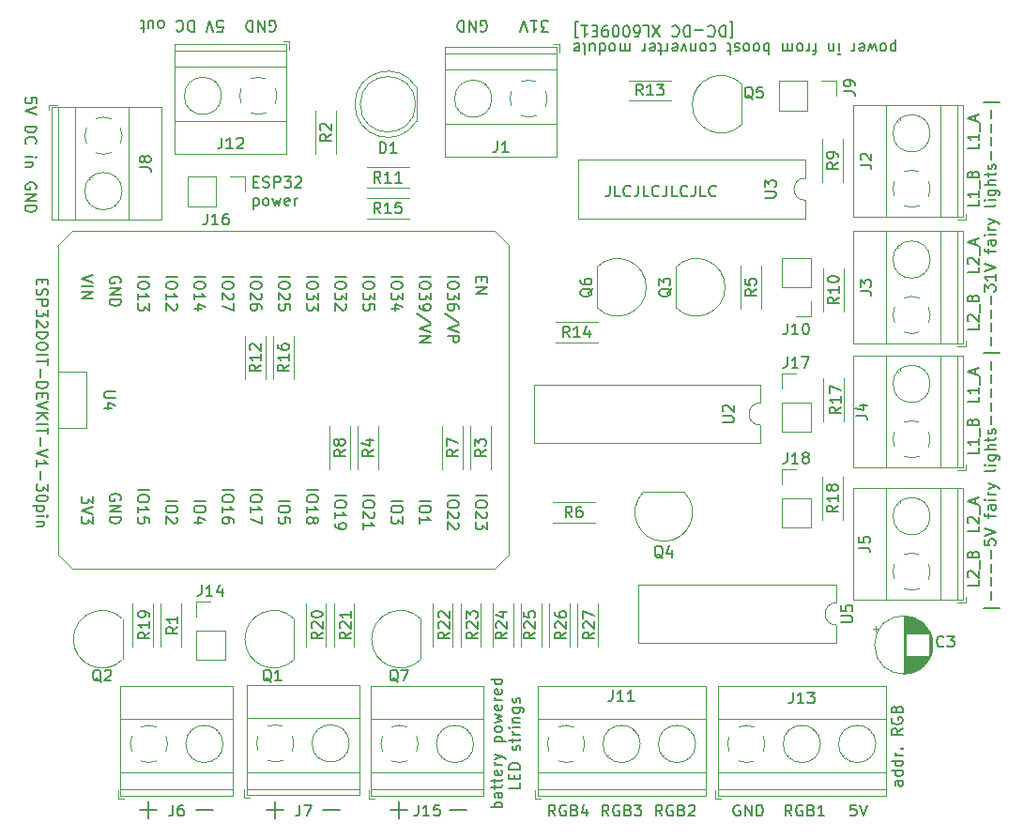
<source format=gbr>
%TF.GenerationSoftware,KiCad,Pcbnew,(5.99.0-11674-g69322a18e7)*%
%TF.CreationDate,2021-09-14T17:20:45+01:00*%
%TF.ProjectId,ScubarLightController,53637562-6172-44c6-9967-6874436f6e74,rev?*%
%TF.SameCoordinates,Original*%
%TF.FileFunction,Legend,Top*%
%TF.FilePolarity,Positive*%
%FSLAX46Y46*%
G04 Gerber Fmt 4.6, Leading zero omitted, Abs format (unit mm)*
G04 Created by KiCad (PCBNEW (5.99.0-11674-g69322a18e7)) date 2021-09-14 17:20:45*
%MOMM*%
%LPD*%
G01*
G04 APERTURE LIST*
%ADD10C,0.150000*%
%ADD11C,0.120000*%
%ADD12R,1.700000X1.700000*%
%ADD13O,1.700000X1.700000*%
%ADD14C,1.400000*%
%ADD15O,1.400000X1.400000*%
%ADD16R,1.500000X1.050000*%
%ADD17O,1.500000X1.050000*%
%ADD18C,6.400000*%
%ADD19C,0.800000*%
%ADD20R,2.600000X2.600000*%
%ADD21C,2.600000*%
%ADD22O,1.600000X1.600000*%
%ADD23R,1.600000X1.600000*%
%ADD24C,1.524000*%
%ADD25R,1.050000X1.500000*%
%ADD26O,1.050000X1.500000*%
%ADD27C,1.600000*%
%ADD28R,1.800000X1.800000*%
%ADD29C,1.800000*%
G04 APERTURE END LIST*
D10*
X37927595Y-33667571D02*
X38260928Y-33667571D01*
X38403785Y-34191380D02*
X37927595Y-34191380D01*
X37927595Y-33191380D01*
X38403785Y-33191380D01*
X38784738Y-34143761D02*
X38927595Y-34191380D01*
X39165690Y-34191380D01*
X39260928Y-34143761D01*
X39308547Y-34096142D01*
X39356166Y-34000904D01*
X39356166Y-33905666D01*
X39308547Y-33810428D01*
X39260928Y-33762809D01*
X39165690Y-33715190D01*
X38975214Y-33667571D01*
X38879976Y-33619952D01*
X38832357Y-33572333D01*
X38784738Y-33477095D01*
X38784738Y-33381857D01*
X38832357Y-33286619D01*
X38879976Y-33239000D01*
X38975214Y-33191380D01*
X39213309Y-33191380D01*
X39356166Y-33239000D01*
X39784738Y-34191380D02*
X39784738Y-33191380D01*
X40165690Y-33191380D01*
X40260928Y-33239000D01*
X40308547Y-33286619D01*
X40356166Y-33381857D01*
X40356166Y-33524714D01*
X40308547Y-33619952D01*
X40260928Y-33667571D01*
X40165690Y-33715190D01*
X39784738Y-33715190D01*
X40689500Y-33191380D02*
X41308547Y-33191380D01*
X40975214Y-33572333D01*
X41118071Y-33572333D01*
X41213309Y-33619952D01*
X41260928Y-33667571D01*
X41308547Y-33762809D01*
X41308547Y-34000904D01*
X41260928Y-34096142D01*
X41213309Y-34143761D01*
X41118071Y-34191380D01*
X40832357Y-34191380D01*
X40737119Y-34143761D01*
X40689500Y-34096142D01*
X41689500Y-33286619D02*
X41737119Y-33239000D01*
X41832357Y-33191380D01*
X42070452Y-33191380D01*
X42165690Y-33239000D01*
X42213309Y-33286619D01*
X42260928Y-33381857D01*
X42260928Y-33477095D01*
X42213309Y-33619952D01*
X41641880Y-34191380D01*
X42260928Y-34191380D01*
X37927595Y-35134714D02*
X37927595Y-36134714D01*
X37927595Y-35182333D02*
X38022833Y-35134714D01*
X38213309Y-35134714D01*
X38308547Y-35182333D01*
X38356166Y-35229952D01*
X38403785Y-35325190D01*
X38403785Y-35610904D01*
X38356166Y-35706142D01*
X38308547Y-35753761D01*
X38213309Y-35801380D01*
X38022833Y-35801380D01*
X37927595Y-35753761D01*
X38975214Y-35801380D02*
X38879976Y-35753761D01*
X38832357Y-35706142D01*
X38784738Y-35610904D01*
X38784738Y-35325190D01*
X38832357Y-35229952D01*
X38879976Y-35182333D01*
X38975214Y-35134714D01*
X39118071Y-35134714D01*
X39213309Y-35182333D01*
X39260928Y-35229952D01*
X39308547Y-35325190D01*
X39308547Y-35610904D01*
X39260928Y-35706142D01*
X39213309Y-35753761D01*
X39118071Y-35801380D01*
X38975214Y-35801380D01*
X39641880Y-35134714D02*
X39832357Y-35801380D01*
X40022833Y-35325190D01*
X40213309Y-35801380D01*
X40403785Y-35134714D01*
X41165690Y-35753761D02*
X41070452Y-35801380D01*
X40879976Y-35801380D01*
X40784738Y-35753761D01*
X40737119Y-35658523D01*
X40737119Y-35277571D01*
X40784738Y-35182333D01*
X40879976Y-35134714D01*
X41070452Y-35134714D01*
X41165690Y-35182333D01*
X41213309Y-35277571D01*
X41213309Y-35372809D01*
X40737119Y-35468047D01*
X41641880Y-35801380D02*
X41641880Y-35134714D01*
X41641880Y-35325190D02*
X41689500Y-35229952D01*
X41737119Y-35182333D01*
X41832357Y-35134714D01*
X41927595Y-35134714D01*
X95835976Y-21847285D02*
X95835976Y-20847285D01*
X95835976Y-21799666D02*
X95740738Y-21847285D01*
X95550261Y-21847285D01*
X95455023Y-21799666D01*
X95407404Y-21752047D01*
X95359785Y-21656809D01*
X95359785Y-21371095D01*
X95407404Y-21275857D01*
X95455023Y-21228238D01*
X95550261Y-21180619D01*
X95740738Y-21180619D01*
X95835976Y-21228238D01*
X94788357Y-21180619D02*
X94883595Y-21228238D01*
X94931214Y-21275857D01*
X94978833Y-21371095D01*
X94978833Y-21656809D01*
X94931214Y-21752047D01*
X94883595Y-21799666D01*
X94788357Y-21847285D01*
X94645500Y-21847285D01*
X94550261Y-21799666D01*
X94502642Y-21752047D01*
X94455023Y-21656809D01*
X94455023Y-21371095D01*
X94502642Y-21275857D01*
X94550261Y-21228238D01*
X94645500Y-21180619D01*
X94788357Y-21180619D01*
X94121690Y-21847285D02*
X93931214Y-21180619D01*
X93740738Y-21656809D01*
X93550261Y-21180619D01*
X93359785Y-21847285D01*
X92597880Y-21228238D02*
X92693119Y-21180619D01*
X92883595Y-21180619D01*
X92978833Y-21228238D01*
X93026452Y-21323476D01*
X93026452Y-21704428D01*
X92978833Y-21799666D01*
X92883595Y-21847285D01*
X92693119Y-21847285D01*
X92597880Y-21799666D01*
X92550261Y-21704428D01*
X92550261Y-21609190D01*
X93026452Y-21513952D01*
X92121690Y-21180619D02*
X92121690Y-21847285D01*
X92121690Y-21656809D02*
X92074071Y-21752047D01*
X92026452Y-21799666D01*
X91931214Y-21847285D01*
X91835976Y-21847285D01*
X90740738Y-21180619D02*
X90740738Y-21847285D01*
X90740738Y-22180619D02*
X90788357Y-22133000D01*
X90740738Y-22085380D01*
X90693119Y-22133000D01*
X90740738Y-22180619D01*
X90740738Y-22085380D01*
X90264547Y-21847285D02*
X90264547Y-21180619D01*
X90264547Y-21752047D02*
X90216928Y-21799666D01*
X90121690Y-21847285D01*
X89978833Y-21847285D01*
X89883595Y-21799666D01*
X89835976Y-21704428D01*
X89835976Y-21180619D01*
X88740738Y-21847285D02*
X88359785Y-21847285D01*
X88597880Y-21180619D02*
X88597880Y-22037761D01*
X88550261Y-22133000D01*
X88455023Y-22180619D01*
X88359785Y-22180619D01*
X88026452Y-21180619D02*
X88026452Y-21847285D01*
X88026452Y-21656809D02*
X87978833Y-21752047D01*
X87931214Y-21799666D01*
X87835976Y-21847285D01*
X87740738Y-21847285D01*
X87264547Y-21180619D02*
X87359785Y-21228238D01*
X87407404Y-21275857D01*
X87455023Y-21371095D01*
X87455023Y-21656809D01*
X87407404Y-21752047D01*
X87359785Y-21799666D01*
X87264547Y-21847285D01*
X87121690Y-21847285D01*
X87026452Y-21799666D01*
X86978833Y-21752047D01*
X86931214Y-21656809D01*
X86931214Y-21371095D01*
X86978833Y-21275857D01*
X87026452Y-21228238D01*
X87121690Y-21180619D01*
X87264547Y-21180619D01*
X86502642Y-21180619D02*
X86502642Y-21847285D01*
X86502642Y-21752047D02*
X86455023Y-21799666D01*
X86359785Y-21847285D01*
X86216928Y-21847285D01*
X86121690Y-21799666D01*
X86074071Y-21704428D01*
X86074071Y-21180619D01*
X86074071Y-21704428D02*
X86026452Y-21799666D01*
X85931214Y-21847285D01*
X85788357Y-21847285D01*
X85693119Y-21799666D01*
X85645500Y-21704428D01*
X85645500Y-21180619D01*
X84407404Y-21180619D02*
X84407404Y-22180619D01*
X84407404Y-21799666D02*
X84312166Y-21847285D01*
X84121690Y-21847285D01*
X84026452Y-21799666D01*
X83978833Y-21752047D01*
X83931214Y-21656809D01*
X83931214Y-21371095D01*
X83978833Y-21275857D01*
X84026452Y-21228238D01*
X84121690Y-21180619D01*
X84312166Y-21180619D01*
X84407404Y-21228238D01*
X83359785Y-21180619D02*
X83455023Y-21228238D01*
X83502642Y-21275857D01*
X83550261Y-21371095D01*
X83550261Y-21656809D01*
X83502642Y-21752047D01*
X83455023Y-21799666D01*
X83359785Y-21847285D01*
X83216928Y-21847285D01*
X83121690Y-21799666D01*
X83074071Y-21752047D01*
X83026452Y-21656809D01*
X83026452Y-21371095D01*
X83074071Y-21275857D01*
X83121690Y-21228238D01*
X83216928Y-21180619D01*
X83359785Y-21180619D01*
X82455023Y-21180619D02*
X82550261Y-21228238D01*
X82597880Y-21275857D01*
X82645500Y-21371095D01*
X82645500Y-21656809D01*
X82597880Y-21752047D01*
X82550261Y-21799666D01*
X82455023Y-21847285D01*
X82312166Y-21847285D01*
X82216928Y-21799666D01*
X82169309Y-21752047D01*
X82121690Y-21656809D01*
X82121690Y-21371095D01*
X82169309Y-21275857D01*
X82216928Y-21228238D01*
X82312166Y-21180619D01*
X82455023Y-21180619D01*
X81740738Y-21228238D02*
X81645500Y-21180619D01*
X81455023Y-21180619D01*
X81359785Y-21228238D01*
X81312166Y-21323476D01*
X81312166Y-21371095D01*
X81359785Y-21466333D01*
X81455023Y-21513952D01*
X81597880Y-21513952D01*
X81693119Y-21561571D01*
X81740738Y-21656809D01*
X81740738Y-21704428D01*
X81693119Y-21799666D01*
X81597880Y-21847285D01*
X81455023Y-21847285D01*
X81359785Y-21799666D01*
X81026452Y-21847285D02*
X80645500Y-21847285D01*
X80883595Y-22180619D02*
X80883595Y-21323476D01*
X80835976Y-21228238D01*
X80740738Y-21180619D01*
X80645500Y-21180619D01*
X79121690Y-21228238D02*
X79216928Y-21180619D01*
X79407404Y-21180619D01*
X79502642Y-21228238D01*
X79550261Y-21275857D01*
X79597880Y-21371095D01*
X79597880Y-21656809D01*
X79550261Y-21752047D01*
X79502642Y-21799666D01*
X79407404Y-21847285D01*
X79216928Y-21847285D01*
X79121690Y-21799666D01*
X78550261Y-21180619D02*
X78645500Y-21228238D01*
X78693119Y-21275857D01*
X78740738Y-21371095D01*
X78740738Y-21656809D01*
X78693119Y-21752047D01*
X78645500Y-21799666D01*
X78550261Y-21847285D01*
X78407404Y-21847285D01*
X78312166Y-21799666D01*
X78264547Y-21752047D01*
X78216928Y-21656809D01*
X78216928Y-21371095D01*
X78264547Y-21275857D01*
X78312166Y-21228238D01*
X78407404Y-21180619D01*
X78550261Y-21180619D01*
X77788357Y-21847285D02*
X77788357Y-21180619D01*
X77788357Y-21752047D02*
X77740738Y-21799666D01*
X77645500Y-21847285D01*
X77502642Y-21847285D01*
X77407404Y-21799666D01*
X77359785Y-21704428D01*
X77359785Y-21180619D01*
X76978833Y-21847285D02*
X76740738Y-21180619D01*
X76502642Y-21847285D01*
X75740738Y-21228238D02*
X75835976Y-21180619D01*
X76026452Y-21180619D01*
X76121690Y-21228238D01*
X76169309Y-21323476D01*
X76169309Y-21704428D01*
X76121690Y-21799666D01*
X76026452Y-21847285D01*
X75835976Y-21847285D01*
X75740738Y-21799666D01*
X75693119Y-21704428D01*
X75693119Y-21609190D01*
X76169309Y-21513952D01*
X75264547Y-21180619D02*
X75264547Y-21847285D01*
X75264547Y-21656809D02*
X75216928Y-21752047D01*
X75169309Y-21799666D01*
X75074071Y-21847285D01*
X74978833Y-21847285D01*
X74788357Y-21847285D02*
X74407404Y-21847285D01*
X74645500Y-22180619D02*
X74645500Y-21323476D01*
X74597880Y-21228238D01*
X74502642Y-21180619D01*
X74407404Y-21180619D01*
X73693119Y-21228238D02*
X73788357Y-21180619D01*
X73978833Y-21180619D01*
X74074071Y-21228238D01*
X74121690Y-21323476D01*
X74121690Y-21704428D01*
X74074071Y-21799666D01*
X73978833Y-21847285D01*
X73788357Y-21847285D01*
X73693119Y-21799666D01*
X73645500Y-21704428D01*
X73645500Y-21609190D01*
X74121690Y-21513952D01*
X73216928Y-21180619D02*
X73216928Y-21847285D01*
X73216928Y-21656809D02*
X73169309Y-21752047D01*
X73121690Y-21799666D01*
X73026452Y-21847285D01*
X72931214Y-21847285D01*
X71835976Y-21180619D02*
X71835976Y-21847285D01*
X71835976Y-21752047D02*
X71788357Y-21799666D01*
X71693119Y-21847285D01*
X71550261Y-21847285D01*
X71455023Y-21799666D01*
X71407404Y-21704428D01*
X71407404Y-21180619D01*
X71407404Y-21704428D02*
X71359785Y-21799666D01*
X71264547Y-21847285D01*
X71121690Y-21847285D01*
X71026452Y-21799666D01*
X70978833Y-21704428D01*
X70978833Y-21180619D01*
X70359785Y-21180619D02*
X70455023Y-21228238D01*
X70502642Y-21275857D01*
X70550261Y-21371095D01*
X70550261Y-21656809D01*
X70502642Y-21752047D01*
X70455023Y-21799666D01*
X70359785Y-21847285D01*
X70216928Y-21847285D01*
X70121690Y-21799666D01*
X70074071Y-21752047D01*
X70026452Y-21656809D01*
X70026452Y-21371095D01*
X70074071Y-21275857D01*
X70121690Y-21228238D01*
X70216928Y-21180619D01*
X70359785Y-21180619D01*
X69169309Y-21180619D02*
X69169309Y-22180619D01*
X69169309Y-21228238D02*
X69264547Y-21180619D01*
X69455023Y-21180619D01*
X69550261Y-21228238D01*
X69597880Y-21275857D01*
X69645500Y-21371095D01*
X69645500Y-21656809D01*
X69597880Y-21752047D01*
X69550261Y-21799666D01*
X69455023Y-21847285D01*
X69264547Y-21847285D01*
X69169309Y-21799666D01*
X68264547Y-21847285D02*
X68264547Y-21180619D01*
X68693119Y-21847285D02*
X68693119Y-21323476D01*
X68645500Y-21228238D01*
X68550261Y-21180619D01*
X68407404Y-21180619D01*
X68312166Y-21228238D01*
X68264547Y-21275857D01*
X67645500Y-21180619D02*
X67740738Y-21228238D01*
X67788357Y-21323476D01*
X67788357Y-22180619D01*
X66883595Y-21228238D02*
X66978833Y-21180619D01*
X67169309Y-21180619D01*
X67264547Y-21228238D01*
X67312166Y-21323476D01*
X67312166Y-21704428D01*
X67264547Y-21799666D01*
X67169309Y-21847285D01*
X66978833Y-21847285D01*
X66883595Y-21799666D01*
X66835976Y-21704428D01*
X66835976Y-21609190D01*
X67312166Y-21513952D01*
X80883595Y-19237285D02*
X81121690Y-19237285D01*
X81121690Y-20665857D01*
X80883595Y-20665857D01*
X80502642Y-19570619D02*
X80502642Y-20570619D01*
X80264547Y-20570619D01*
X80121690Y-20523000D01*
X80026452Y-20427761D01*
X79978833Y-20332523D01*
X79931214Y-20142047D01*
X79931214Y-19999190D01*
X79978833Y-19808714D01*
X80026452Y-19713476D01*
X80121690Y-19618238D01*
X80264547Y-19570619D01*
X80502642Y-19570619D01*
X78931214Y-19665857D02*
X78978833Y-19618238D01*
X79121690Y-19570619D01*
X79216928Y-19570619D01*
X79359785Y-19618238D01*
X79455023Y-19713476D01*
X79502642Y-19808714D01*
X79550261Y-19999190D01*
X79550261Y-20142047D01*
X79502642Y-20332523D01*
X79455023Y-20427761D01*
X79359785Y-20523000D01*
X79216928Y-20570619D01*
X79121690Y-20570619D01*
X78978833Y-20523000D01*
X78931214Y-20475380D01*
X78502642Y-19951571D02*
X77740738Y-19951571D01*
X77264547Y-19570619D02*
X77264547Y-20570619D01*
X77026452Y-20570619D01*
X76883595Y-20523000D01*
X76788357Y-20427761D01*
X76740738Y-20332523D01*
X76693119Y-20142047D01*
X76693119Y-19999190D01*
X76740738Y-19808714D01*
X76788357Y-19713476D01*
X76883595Y-19618238D01*
X77026452Y-19570619D01*
X77264547Y-19570619D01*
X75693119Y-19665857D02*
X75740738Y-19618238D01*
X75883595Y-19570619D01*
X75978833Y-19570619D01*
X76121690Y-19618238D01*
X76216928Y-19713476D01*
X76264547Y-19808714D01*
X76312166Y-19999190D01*
X76312166Y-20142047D01*
X76264547Y-20332523D01*
X76216928Y-20427761D01*
X76121690Y-20523000D01*
X75978833Y-20570619D01*
X75883595Y-20570619D01*
X75740738Y-20523000D01*
X75693119Y-20475380D01*
X74597880Y-20570619D02*
X73931214Y-19570619D01*
X73931214Y-20570619D02*
X74597880Y-19570619D01*
X73074071Y-19570619D02*
X73550261Y-19570619D01*
X73550261Y-20570619D01*
X72312166Y-20570619D02*
X72502642Y-20570619D01*
X72597880Y-20523000D01*
X72645500Y-20475380D01*
X72740738Y-20332523D01*
X72788357Y-20142047D01*
X72788357Y-19761095D01*
X72740738Y-19665857D01*
X72693119Y-19618238D01*
X72597880Y-19570619D01*
X72407404Y-19570619D01*
X72312166Y-19618238D01*
X72264547Y-19665857D01*
X72216928Y-19761095D01*
X72216928Y-19999190D01*
X72264547Y-20094428D01*
X72312166Y-20142047D01*
X72407404Y-20189666D01*
X72597880Y-20189666D01*
X72693119Y-20142047D01*
X72740738Y-20094428D01*
X72788357Y-19999190D01*
X71597880Y-20570619D02*
X71502642Y-20570619D01*
X71407404Y-20523000D01*
X71359785Y-20475380D01*
X71312166Y-20380142D01*
X71264547Y-20189666D01*
X71264547Y-19951571D01*
X71312166Y-19761095D01*
X71359785Y-19665857D01*
X71407404Y-19618238D01*
X71502642Y-19570619D01*
X71597880Y-19570619D01*
X71693119Y-19618238D01*
X71740738Y-19665857D01*
X71788357Y-19761095D01*
X71835976Y-19951571D01*
X71835976Y-20189666D01*
X71788357Y-20380142D01*
X71740738Y-20475380D01*
X71693119Y-20523000D01*
X71597880Y-20570619D01*
X70645500Y-20570619D02*
X70550261Y-20570619D01*
X70455023Y-20523000D01*
X70407404Y-20475380D01*
X70359785Y-20380142D01*
X70312166Y-20189666D01*
X70312166Y-19951571D01*
X70359785Y-19761095D01*
X70407404Y-19665857D01*
X70455023Y-19618238D01*
X70550261Y-19570619D01*
X70645500Y-19570619D01*
X70740738Y-19618238D01*
X70788357Y-19665857D01*
X70835976Y-19761095D01*
X70883595Y-19951571D01*
X70883595Y-20189666D01*
X70835976Y-20380142D01*
X70788357Y-20475380D01*
X70740738Y-20523000D01*
X70645500Y-20570619D01*
X69835976Y-19570619D02*
X69645500Y-19570619D01*
X69550261Y-19618238D01*
X69502642Y-19665857D01*
X69407404Y-19808714D01*
X69359785Y-19999190D01*
X69359785Y-20380142D01*
X69407404Y-20475380D01*
X69455023Y-20523000D01*
X69550261Y-20570619D01*
X69740738Y-20570619D01*
X69835976Y-20523000D01*
X69883595Y-20475380D01*
X69931214Y-20380142D01*
X69931214Y-20142047D01*
X69883595Y-20046809D01*
X69835976Y-19999190D01*
X69740738Y-19951571D01*
X69550261Y-19951571D01*
X69455023Y-19999190D01*
X69407404Y-20046809D01*
X69359785Y-20142047D01*
X68931214Y-20094428D02*
X68597880Y-20094428D01*
X68455023Y-19570619D02*
X68931214Y-19570619D01*
X68931214Y-20570619D01*
X68455023Y-20570619D01*
X67502642Y-19570619D02*
X68074071Y-19570619D01*
X67788357Y-19570619D02*
X67788357Y-20570619D01*
X67883595Y-20427761D01*
X67978833Y-20332523D01*
X68074071Y-20284904D01*
X67169309Y-19237285D02*
X66931214Y-19237285D01*
X66931214Y-20665857D01*
X67169309Y-20665857D01*
X103322380Y-53046190D02*
X103322380Y-53522380D01*
X102322380Y-53522380D01*
X103322380Y-52189047D02*
X103322380Y-52760476D01*
X103322380Y-52474761D02*
X102322380Y-52474761D01*
X102465238Y-52570000D01*
X102560476Y-52665238D01*
X102608095Y-52760476D01*
X103417619Y-51998571D02*
X103417619Y-51236666D01*
X103036666Y-51046190D02*
X103036666Y-50570000D01*
X103322380Y-51141428D02*
X102322380Y-50808095D01*
X103322380Y-50474761D01*
X105179714Y-72085523D02*
X103751142Y-72085523D01*
X104465428Y-71371238D02*
X104465428Y-70609333D01*
X104465428Y-70133142D02*
X104465428Y-69371238D01*
X104465428Y-68895047D02*
X104465428Y-68133142D01*
X104465428Y-67656952D02*
X104465428Y-66895047D01*
X103846380Y-65942666D02*
X103846380Y-66418857D01*
X104322571Y-66466476D01*
X104274952Y-66418857D01*
X104227333Y-66323619D01*
X104227333Y-66085523D01*
X104274952Y-65990285D01*
X104322571Y-65942666D01*
X104417809Y-65895047D01*
X104655904Y-65895047D01*
X104751142Y-65942666D01*
X104798761Y-65990285D01*
X104846380Y-66085523D01*
X104846380Y-66323619D01*
X104798761Y-66418857D01*
X104751142Y-66466476D01*
X103846380Y-65609333D02*
X104846380Y-65276000D01*
X103846380Y-64942666D01*
X104179714Y-63990285D02*
X104179714Y-63609333D01*
X104846380Y-63847428D02*
X103989238Y-63847428D01*
X103894000Y-63799809D01*
X103846380Y-63704571D01*
X103846380Y-63609333D01*
X104846380Y-62847428D02*
X104322571Y-62847428D01*
X104227333Y-62895047D01*
X104179714Y-62990285D01*
X104179714Y-63180761D01*
X104227333Y-63276000D01*
X104798761Y-62847428D02*
X104846380Y-62942666D01*
X104846380Y-63180761D01*
X104798761Y-63276000D01*
X104703523Y-63323619D01*
X104608285Y-63323619D01*
X104513047Y-63276000D01*
X104465428Y-63180761D01*
X104465428Y-62942666D01*
X104417809Y-62847428D01*
X104846380Y-62371238D02*
X104179714Y-62371238D01*
X103846380Y-62371238D02*
X103894000Y-62418857D01*
X103941619Y-62371238D01*
X103894000Y-62323619D01*
X103846380Y-62371238D01*
X103941619Y-62371238D01*
X104846380Y-61895047D02*
X104179714Y-61895047D01*
X104370190Y-61895047D02*
X104274952Y-61847428D01*
X104227333Y-61799809D01*
X104179714Y-61704571D01*
X104179714Y-61609333D01*
X104179714Y-61371238D02*
X104846380Y-61133142D01*
X104179714Y-60895047D02*
X104846380Y-61133142D01*
X105084476Y-61228380D01*
X105132095Y-61276000D01*
X105179714Y-61371238D01*
X104846380Y-59609333D02*
X104798761Y-59704571D01*
X104703523Y-59752190D01*
X103846380Y-59752190D01*
X104846380Y-59228380D02*
X104179714Y-59228380D01*
X103846380Y-59228380D02*
X103894000Y-59276000D01*
X103941619Y-59228380D01*
X103894000Y-59180761D01*
X103846380Y-59228380D01*
X103941619Y-59228380D01*
X104179714Y-58323619D02*
X104989238Y-58323619D01*
X105084476Y-58371238D01*
X105132095Y-58418857D01*
X105179714Y-58514095D01*
X105179714Y-58656952D01*
X105132095Y-58752190D01*
X104798761Y-58323619D02*
X104846380Y-58418857D01*
X104846380Y-58609333D01*
X104798761Y-58704571D01*
X104751142Y-58752190D01*
X104655904Y-58799809D01*
X104370190Y-58799809D01*
X104274952Y-58752190D01*
X104227333Y-58704571D01*
X104179714Y-58609333D01*
X104179714Y-58418857D01*
X104227333Y-58323619D01*
X104846380Y-57847428D02*
X103846380Y-57847428D01*
X104846380Y-57418857D02*
X104322571Y-57418857D01*
X104227333Y-57466476D01*
X104179714Y-57561714D01*
X104179714Y-57704571D01*
X104227333Y-57799809D01*
X104274952Y-57847428D01*
X104179714Y-57085523D02*
X104179714Y-56704571D01*
X103846380Y-56942666D02*
X104703523Y-56942666D01*
X104798761Y-56895047D01*
X104846380Y-56799809D01*
X104846380Y-56704571D01*
X104798761Y-56418857D02*
X104846380Y-56323619D01*
X104846380Y-56133142D01*
X104798761Y-56037904D01*
X104703523Y-55990285D01*
X104655904Y-55990285D01*
X104560666Y-56037904D01*
X104513047Y-56133142D01*
X104513047Y-56276000D01*
X104465428Y-56371238D01*
X104370190Y-56418857D01*
X104322571Y-56418857D01*
X104227333Y-56371238D01*
X104179714Y-56276000D01*
X104179714Y-56133142D01*
X104227333Y-56037904D01*
X104465428Y-55561714D02*
X104465428Y-54799809D01*
X104465428Y-54323619D02*
X104465428Y-53561714D01*
X104465428Y-53085523D02*
X104465428Y-52323619D01*
X104465428Y-51847428D02*
X104465428Y-51085523D01*
X104465428Y-50609333D02*
X104465428Y-49847428D01*
X105179714Y-49133142D02*
X103751142Y-49133142D01*
X104465428Y-48418857D02*
X104465428Y-47656952D01*
X104465428Y-47180761D02*
X104465428Y-46418857D01*
X104465428Y-45942666D02*
X104465428Y-45180761D01*
X104465428Y-44704571D02*
X104465428Y-43942666D01*
X103846380Y-43561714D02*
X103846380Y-42942666D01*
X104227333Y-43276000D01*
X104227333Y-43133142D01*
X104274952Y-43037904D01*
X104322571Y-42990285D01*
X104417809Y-42942666D01*
X104655904Y-42942666D01*
X104751142Y-42990285D01*
X104798761Y-43037904D01*
X104846380Y-43133142D01*
X104846380Y-43418857D01*
X104798761Y-43514095D01*
X104751142Y-43561714D01*
X104846380Y-41990285D02*
X104846380Y-42561714D01*
X104846380Y-42276000D02*
X103846380Y-42276000D01*
X103989238Y-42371238D01*
X104084476Y-42466476D01*
X104132095Y-42561714D01*
X103846380Y-41704571D02*
X104846380Y-41371238D01*
X103846380Y-41037904D01*
X104179714Y-40085523D02*
X104179714Y-39704571D01*
X104846380Y-39942666D02*
X103989238Y-39942666D01*
X103894000Y-39895047D01*
X103846380Y-39799809D01*
X103846380Y-39704571D01*
X104846380Y-38942666D02*
X104322571Y-38942666D01*
X104227333Y-38990285D01*
X104179714Y-39085523D01*
X104179714Y-39276000D01*
X104227333Y-39371238D01*
X104798761Y-38942666D02*
X104846380Y-39037904D01*
X104846380Y-39276000D01*
X104798761Y-39371238D01*
X104703523Y-39418857D01*
X104608285Y-39418857D01*
X104513047Y-39371238D01*
X104465428Y-39276000D01*
X104465428Y-39037904D01*
X104417809Y-38942666D01*
X104846380Y-38466476D02*
X104179714Y-38466476D01*
X103846380Y-38466476D02*
X103894000Y-38514095D01*
X103941619Y-38466476D01*
X103894000Y-38418857D01*
X103846380Y-38466476D01*
X103941619Y-38466476D01*
X104846380Y-37990285D02*
X104179714Y-37990285D01*
X104370190Y-37990285D02*
X104274952Y-37942666D01*
X104227333Y-37895047D01*
X104179714Y-37799809D01*
X104179714Y-37704571D01*
X104179714Y-37466476D02*
X104846380Y-37228380D01*
X104179714Y-36990285D02*
X104846380Y-37228380D01*
X105084476Y-37323619D01*
X105132095Y-37371238D01*
X105179714Y-37466476D01*
X104846380Y-35704571D02*
X104798761Y-35799809D01*
X104703523Y-35847428D01*
X103846380Y-35847428D01*
X104846380Y-35323619D02*
X104179714Y-35323619D01*
X103846380Y-35323619D02*
X103894000Y-35371238D01*
X103941619Y-35323619D01*
X103894000Y-35276000D01*
X103846380Y-35323619D01*
X103941619Y-35323619D01*
X104179714Y-34418857D02*
X104989238Y-34418857D01*
X105084476Y-34466476D01*
X105132095Y-34514095D01*
X105179714Y-34609333D01*
X105179714Y-34752190D01*
X105132095Y-34847428D01*
X104798761Y-34418857D02*
X104846380Y-34514095D01*
X104846380Y-34704571D01*
X104798761Y-34799809D01*
X104751142Y-34847428D01*
X104655904Y-34895047D01*
X104370190Y-34895047D01*
X104274952Y-34847428D01*
X104227333Y-34799809D01*
X104179714Y-34704571D01*
X104179714Y-34514095D01*
X104227333Y-34418857D01*
X104846380Y-33942666D02*
X103846380Y-33942666D01*
X104846380Y-33514095D02*
X104322571Y-33514095D01*
X104227333Y-33561714D01*
X104179714Y-33656952D01*
X104179714Y-33799809D01*
X104227333Y-33895047D01*
X104274952Y-33942666D01*
X104179714Y-33180761D02*
X104179714Y-32799809D01*
X103846380Y-33037904D02*
X104703523Y-33037904D01*
X104798761Y-32990285D01*
X104846380Y-32895047D01*
X104846380Y-32799809D01*
X104798761Y-32514095D02*
X104846380Y-32418857D01*
X104846380Y-32228380D01*
X104798761Y-32133142D01*
X104703523Y-32085523D01*
X104655904Y-32085523D01*
X104560666Y-32133142D01*
X104513047Y-32228380D01*
X104513047Y-32371238D01*
X104465428Y-32466476D01*
X104370190Y-32514095D01*
X104322571Y-32514095D01*
X104227333Y-32466476D01*
X104179714Y-32371238D01*
X104179714Y-32228380D01*
X104227333Y-32133142D01*
X104465428Y-31656952D02*
X104465428Y-30895047D01*
X104465428Y-30418857D02*
X104465428Y-29656952D01*
X104465428Y-29180761D02*
X104465428Y-28418857D01*
X104465428Y-27942666D02*
X104465428Y-27180761D01*
X105179714Y-26466476D02*
X103751142Y-26466476D01*
X69953333Y-90876380D02*
X69620000Y-90400190D01*
X69381904Y-90876380D02*
X69381904Y-89876380D01*
X69762857Y-89876380D01*
X69858095Y-89924000D01*
X69905714Y-89971619D01*
X69953333Y-90066857D01*
X69953333Y-90209714D01*
X69905714Y-90304952D01*
X69858095Y-90352571D01*
X69762857Y-90400190D01*
X69381904Y-90400190D01*
X70905714Y-89924000D02*
X70810476Y-89876380D01*
X70667619Y-89876380D01*
X70524761Y-89924000D01*
X70429523Y-90019238D01*
X70381904Y-90114476D01*
X70334285Y-90304952D01*
X70334285Y-90447809D01*
X70381904Y-90638285D01*
X70429523Y-90733523D01*
X70524761Y-90828761D01*
X70667619Y-90876380D01*
X70762857Y-90876380D01*
X70905714Y-90828761D01*
X70953333Y-90781142D01*
X70953333Y-90447809D01*
X70762857Y-90447809D01*
X71715238Y-90352571D02*
X71858095Y-90400190D01*
X71905714Y-90447809D01*
X71953333Y-90543047D01*
X71953333Y-90685904D01*
X71905714Y-90781142D01*
X71858095Y-90828761D01*
X71762857Y-90876380D01*
X71381904Y-90876380D01*
X71381904Y-89876380D01*
X71715238Y-89876380D01*
X71810476Y-89924000D01*
X71858095Y-89971619D01*
X71905714Y-90066857D01*
X71905714Y-90162095D01*
X71858095Y-90257333D01*
X71810476Y-90304952D01*
X71715238Y-90352571D01*
X71381904Y-90352571D01*
X72286666Y-89876380D02*
X72905714Y-89876380D01*
X72572380Y-90257333D01*
X72715238Y-90257333D01*
X72810476Y-90304952D01*
X72858095Y-90352571D01*
X72905714Y-90447809D01*
X72905714Y-90685904D01*
X72858095Y-90781142D01*
X72810476Y-90828761D01*
X72715238Y-90876380D01*
X72429523Y-90876380D01*
X72334285Y-90828761D01*
X72286666Y-90781142D01*
X34638857Y-20105619D02*
X35115047Y-20105619D01*
X35162666Y-19629428D01*
X35115047Y-19677047D01*
X35019809Y-19724666D01*
X34781714Y-19724666D01*
X34686476Y-19677047D01*
X34638857Y-19629428D01*
X34591238Y-19534190D01*
X34591238Y-19296095D01*
X34638857Y-19200857D01*
X34686476Y-19153238D01*
X34781714Y-19105619D01*
X35019809Y-19105619D01*
X35115047Y-19153238D01*
X35162666Y-19200857D01*
X34305523Y-20105619D02*
X33972190Y-19105619D01*
X33638857Y-20105619D01*
X32543619Y-19105619D02*
X32543619Y-20105619D01*
X32305523Y-20105619D01*
X32162666Y-20058000D01*
X32067428Y-19962761D01*
X32019809Y-19867523D01*
X31972190Y-19677047D01*
X31972190Y-19534190D01*
X32019809Y-19343714D01*
X32067428Y-19248476D01*
X32162666Y-19153238D01*
X32305523Y-19105619D01*
X32543619Y-19105619D01*
X30972190Y-19200857D02*
X31019809Y-19153238D01*
X31162666Y-19105619D01*
X31257904Y-19105619D01*
X31400761Y-19153238D01*
X31496000Y-19248476D01*
X31543619Y-19343714D01*
X31591238Y-19534190D01*
X31591238Y-19677047D01*
X31543619Y-19867523D01*
X31496000Y-19962761D01*
X31400761Y-20058000D01*
X31257904Y-20105619D01*
X31162666Y-20105619D01*
X31019809Y-20058000D01*
X30972190Y-20010380D01*
X29638857Y-19105619D02*
X29734095Y-19153238D01*
X29781714Y-19200857D01*
X29829333Y-19296095D01*
X29829333Y-19581809D01*
X29781714Y-19677047D01*
X29734095Y-19724666D01*
X29638857Y-19772285D01*
X29496000Y-19772285D01*
X29400761Y-19724666D01*
X29353142Y-19677047D01*
X29305523Y-19581809D01*
X29305523Y-19296095D01*
X29353142Y-19200857D01*
X29400761Y-19153238D01*
X29496000Y-19105619D01*
X29638857Y-19105619D01*
X28448380Y-19772285D02*
X28448380Y-19105619D01*
X28876952Y-19772285D02*
X28876952Y-19248476D01*
X28829333Y-19153238D01*
X28734095Y-19105619D01*
X28591238Y-19105619D01*
X28496000Y-19153238D01*
X28448380Y-19200857D01*
X28115047Y-19772285D02*
X27734095Y-19772285D01*
X27972190Y-20105619D02*
X27972190Y-19248476D01*
X27924571Y-19153238D01*
X27829333Y-19105619D01*
X27734095Y-19105619D01*
X65127333Y-90876380D02*
X64794000Y-90400190D01*
X64555904Y-90876380D02*
X64555904Y-89876380D01*
X64936857Y-89876380D01*
X65032095Y-89924000D01*
X65079714Y-89971619D01*
X65127333Y-90066857D01*
X65127333Y-90209714D01*
X65079714Y-90304952D01*
X65032095Y-90352571D01*
X64936857Y-90400190D01*
X64555904Y-90400190D01*
X66079714Y-89924000D02*
X65984476Y-89876380D01*
X65841619Y-89876380D01*
X65698761Y-89924000D01*
X65603523Y-90019238D01*
X65555904Y-90114476D01*
X65508285Y-90304952D01*
X65508285Y-90447809D01*
X65555904Y-90638285D01*
X65603523Y-90733523D01*
X65698761Y-90828761D01*
X65841619Y-90876380D01*
X65936857Y-90876380D01*
X66079714Y-90828761D01*
X66127333Y-90781142D01*
X66127333Y-90447809D01*
X65936857Y-90447809D01*
X66889238Y-90352571D02*
X67032095Y-90400190D01*
X67079714Y-90447809D01*
X67127333Y-90543047D01*
X67127333Y-90685904D01*
X67079714Y-90781142D01*
X67032095Y-90828761D01*
X66936857Y-90876380D01*
X66555904Y-90876380D01*
X66555904Y-89876380D01*
X66889238Y-89876380D01*
X66984476Y-89924000D01*
X67032095Y-89971619D01*
X67079714Y-90066857D01*
X67079714Y-90162095D01*
X67032095Y-90257333D01*
X66984476Y-90304952D01*
X66889238Y-90352571D01*
X66555904Y-90352571D01*
X67984476Y-90209714D02*
X67984476Y-90876380D01*
X67746380Y-89828761D02*
X67508285Y-90543047D01*
X68127333Y-90543047D01*
X70056952Y-33996380D02*
X70056952Y-34710666D01*
X70009333Y-34853523D01*
X69914095Y-34948761D01*
X69771238Y-34996380D01*
X69676000Y-34996380D01*
X71009333Y-34996380D02*
X70533142Y-34996380D01*
X70533142Y-33996380D01*
X71914095Y-34901142D02*
X71866476Y-34948761D01*
X71723619Y-34996380D01*
X71628380Y-34996380D01*
X71485523Y-34948761D01*
X71390285Y-34853523D01*
X71342666Y-34758285D01*
X71295047Y-34567809D01*
X71295047Y-34424952D01*
X71342666Y-34234476D01*
X71390285Y-34139238D01*
X71485523Y-34044000D01*
X71628380Y-33996380D01*
X71723619Y-33996380D01*
X71866476Y-34044000D01*
X71914095Y-34091619D01*
X72628380Y-33996380D02*
X72628380Y-34710666D01*
X72580761Y-34853523D01*
X72485523Y-34948761D01*
X72342666Y-34996380D01*
X72247428Y-34996380D01*
X73580761Y-34996380D02*
X73104571Y-34996380D01*
X73104571Y-33996380D01*
X74485523Y-34901142D02*
X74437904Y-34948761D01*
X74295047Y-34996380D01*
X74199809Y-34996380D01*
X74056952Y-34948761D01*
X73961714Y-34853523D01*
X73914095Y-34758285D01*
X73866476Y-34567809D01*
X73866476Y-34424952D01*
X73914095Y-34234476D01*
X73961714Y-34139238D01*
X74056952Y-34044000D01*
X74199809Y-33996380D01*
X74295047Y-33996380D01*
X74437904Y-34044000D01*
X74485523Y-34091619D01*
X75199809Y-33996380D02*
X75199809Y-34710666D01*
X75152190Y-34853523D01*
X75056952Y-34948761D01*
X74914095Y-34996380D01*
X74818857Y-34996380D01*
X76152190Y-34996380D02*
X75676000Y-34996380D01*
X75676000Y-33996380D01*
X77056952Y-34901142D02*
X77009333Y-34948761D01*
X76866476Y-34996380D01*
X76771238Y-34996380D01*
X76628380Y-34948761D01*
X76533142Y-34853523D01*
X76485523Y-34758285D01*
X76437904Y-34567809D01*
X76437904Y-34424952D01*
X76485523Y-34234476D01*
X76533142Y-34139238D01*
X76628380Y-34044000D01*
X76771238Y-33996380D01*
X76866476Y-33996380D01*
X77009333Y-34044000D01*
X77056952Y-34091619D01*
X77771238Y-33996380D02*
X77771238Y-34710666D01*
X77723619Y-34853523D01*
X77628380Y-34948761D01*
X77485523Y-34996380D01*
X77390285Y-34996380D01*
X78723619Y-34996380D02*
X78247428Y-34996380D01*
X78247428Y-33996380D01*
X79628380Y-34901142D02*
X79580761Y-34948761D01*
X79437904Y-34996380D01*
X79342666Y-34996380D01*
X79199809Y-34948761D01*
X79104571Y-34853523D01*
X79056952Y-34758285D01*
X79009333Y-34567809D01*
X79009333Y-34424952D01*
X79056952Y-34234476D01*
X79104571Y-34139238D01*
X79199809Y-34044000D01*
X79342666Y-33996380D01*
X79437904Y-33996380D01*
X79580761Y-34044000D01*
X79628380Y-34091619D01*
X39369904Y-20058000D02*
X39465142Y-20105619D01*
X39608000Y-20105619D01*
X39750857Y-20058000D01*
X39846095Y-19962761D01*
X39893714Y-19867523D01*
X39941333Y-19677047D01*
X39941333Y-19534190D01*
X39893714Y-19343714D01*
X39846095Y-19248476D01*
X39750857Y-19153238D01*
X39608000Y-19105619D01*
X39512761Y-19105619D01*
X39369904Y-19153238D01*
X39322285Y-19200857D01*
X39322285Y-19534190D01*
X39512761Y-19534190D01*
X38893714Y-19105619D02*
X38893714Y-20105619D01*
X38322285Y-19105619D01*
X38322285Y-20105619D01*
X37846095Y-19105619D02*
X37846095Y-20105619D01*
X37608000Y-20105619D01*
X37465142Y-20058000D01*
X37369904Y-19962761D01*
X37322285Y-19867523D01*
X37274666Y-19677047D01*
X37274666Y-19534190D01*
X37322285Y-19343714D01*
X37369904Y-19248476D01*
X37465142Y-19153238D01*
X37608000Y-19105619D01*
X37846095Y-19105619D01*
X96464380Y-87701047D02*
X95940571Y-87701047D01*
X95845333Y-87748666D01*
X95797714Y-87843904D01*
X95797714Y-88034380D01*
X95845333Y-88129619D01*
X96416761Y-87701047D02*
X96464380Y-87796285D01*
X96464380Y-88034380D01*
X96416761Y-88129619D01*
X96321523Y-88177238D01*
X96226285Y-88177238D01*
X96131047Y-88129619D01*
X96083428Y-88034380D01*
X96083428Y-87796285D01*
X96035809Y-87701047D01*
X96464380Y-86796285D02*
X95464380Y-86796285D01*
X96416761Y-86796285D02*
X96464380Y-86891523D01*
X96464380Y-87082000D01*
X96416761Y-87177238D01*
X96369142Y-87224857D01*
X96273904Y-87272476D01*
X95988190Y-87272476D01*
X95892952Y-87224857D01*
X95845333Y-87177238D01*
X95797714Y-87082000D01*
X95797714Y-86891523D01*
X95845333Y-86796285D01*
X96464380Y-85891523D02*
X95464380Y-85891523D01*
X96416761Y-85891523D02*
X96464380Y-85986761D01*
X96464380Y-86177238D01*
X96416761Y-86272476D01*
X96369142Y-86320095D01*
X96273904Y-86367714D01*
X95988190Y-86367714D01*
X95892952Y-86320095D01*
X95845333Y-86272476D01*
X95797714Y-86177238D01*
X95797714Y-85986761D01*
X95845333Y-85891523D01*
X96464380Y-85415333D02*
X95797714Y-85415333D01*
X95988190Y-85415333D02*
X95892952Y-85367714D01*
X95845333Y-85320095D01*
X95797714Y-85224857D01*
X95797714Y-85129619D01*
X96369142Y-84796285D02*
X96416761Y-84748666D01*
X96464380Y-84796285D01*
X96416761Y-84843904D01*
X96369142Y-84796285D01*
X96464380Y-84796285D01*
X96464380Y-82986761D02*
X95988190Y-83320095D01*
X96464380Y-83558190D02*
X95464380Y-83558190D01*
X95464380Y-83177238D01*
X95512000Y-83082000D01*
X95559619Y-83034380D01*
X95654857Y-82986761D01*
X95797714Y-82986761D01*
X95892952Y-83034380D01*
X95940571Y-83082000D01*
X95988190Y-83177238D01*
X95988190Y-83558190D01*
X95512000Y-82034380D02*
X95464380Y-82129619D01*
X95464380Y-82272476D01*
X95512000Y-82415333D01*
X95607238Y-82510571D01*
X95702476Y-82558190D01*
X95892952Y-82605809D01*
X96035809Y-82605809D01*
X96226285Y-82558190D01*
X96321523Y-82510571D01*
X96416761Y-82415333D01*
X96464380Y-82272476D01*
X96464380Y-82177238D01*
X96416761Y-82034380D01*
X96369142Y-81986761D01*
X96035809Y-81986761D01*
X96035809Y-82177238D01*
X95940571Y-81224857D02*
X95988190Y-81082000D01*
X96035809Y-81034380D01*
X96131047Y-80986761D01*
X96273904Y-80986761D01*
X96369142Y-81034380D01*
X96416761Y-81082000D01*
X96464380Y-81177238D01*
X96464380Y-81558190D01*
X95464380Y-81558190D01*
X95464380Y-81224857D01*
X95512000Y-81129619D01*
X95559619Y-81082000D01*
X95654857Y-81034380D01*
X95750095Y-81034380D01*
X95845333Y-81082000D01*
X95892952Y-81129619D01*
X95940571Y-81224857D01*
X95940571Y-81558190D01*
X86463333Y-90876380D02*
X86130000Y-90400190D01*
X85891904Y-90876380D02*
X85891904Y-89876380D01*
X86272857Y-89876380D01*
X86368095Y-89924000D01*
X86415714Y-89971619D01*
X86463333Y-90066857D01*
X86463333Y-90209714D01*
X86415714Y-90304952D01*
X86368095Y-90352571D01*
X86272857Y-90400190D01*
X85891904Y-90400190D01*
X87415714Y-89924000D02*
X87320476Y-89876380D01*
X87177619Y-89876380D01*
X87034761Y-89924000D01*
X86939523Y-90019238D01*
X86891904Y-90114476D01*
X86844285Y-90304952D01*
X86844285Y-90447809D01*
X86891904Y-90638285D01*
X86939523Y-90733523D01*
X87034761Y-90828761D01*
X87177619Y-90876380D01*
X87272857Y-90876380D01*
X87415714Y-90828761D01*
X87463333Y-90781142D01*
X87463333Y-90447809D01*
X87272857Y-90447809D01*
X88225238Y-90352571D02*
X88368095Y-90400190D01*
X88415714Y-90447809D01*
X88463333Y-90543047D01*
X88463333Y-90685904D01*
X88415714Y-90781142D01*
X88368095Y-90828761D01*
X88272857Y-90876380D01*
X87891904Y-90876380D01*
X87891904Y-89876380D01*
X88225238Y-89876380D01*
X88320476Y-89924000D01*
X88368095Y-89971619D01*
X88415714Y-90066857D01*
X88415714Y-90162095D01*
X88368095Y-90257333D01*
X88320476Y-90304952D01*
X88225238Y-90352571D01*
X87891904Y-90352571D01*
X89415714Y-90876380D02*
X88844285Y-90876380D01*
X89130000Y-90876380D02*
X89130000Y-89876380D01*
X89034761Y-90019238D01*
X88939523Y-90114476D01*
X88844285Y-90162095D01*
X27686095Y-90312857D02*
X29209904Y-90312857D01*
X28448000Y-91074761D02*
X28448000Y-89550952D01*
X103322380Y-35337619D02*
X103322380Y-35813809D01*
X102322380Y-35813809D01*
X103322380Y-34480476D02*
X103322380Y-35051904D01*
X103322380Y-34766190D02*
X102322380Y-34766190D01*
X102465238Y-34861428D01*
X102560476Y-34956666D01*
X102608095Y-35051904D01*
X103417619Y-34290000D02*
X103417619Y-33528095D01*
X102798571Y-32956666D02*
X102846190Y-32813809D01*
X102893809Y-32766190D01*
X102989047Y-32718571D01*
X103131904Y-32718571D01*
X103227142Y-32766190D01*
X103274761Y-32813809D01*
X103322380Y-32909047D01*
X103322380Y-33290000D01*
X102322380Y-33290000D01*
X102322380Y-32956666D01*
X102370000Y-32861428D01*
X102417619Y-32813809D01*
X102512857Y-32766190D01*
X102608095Y-32766190D01*
X102703333Y-32813809D01*
X102750952Y-32861428D01*
X102798571Y-32956666D01*
X102798571Y-33290000D01*
X60353380Y-90113714D02*
X59353380Y-90113714D01*
X59734333Y-90113714D02*
X59686714Y-90018476D01*
X59686714Y-89828000D01*
X59734333Y-89732761D01*
X59781952Y-89685142D01*
X59877190Y-89637523D01*
X60162904Y-89637523D01*
X60258142Y-89685142D01*
X60305761Y-89732761D01*
X60353380Y-89828000D01*
X60353380Y-90018476D01*
X60305761Y-90113714D01*
X60353380Y-88780380D02*
X59829571Y-88780380D01*
X59734333Y-88828000D01*
X59686714Y-88923238D01*
X59686714Y-89113714D01*
X59734333Y-89208952D01*
X60305761Y-88780380D02*
X60353380Y-88875619D01*
X60353380Y-89113714D01*
X60305761Y-89208952D01*
X60210523Y-89256571D01*
X60115285Y-89256571D01*
X60020047Y-89208952D01*
X59972428Y-89113714D01*
X59972428Y-88875619D01*
X59924809Y-88780380D01*
X59686714Y-88447047D02*
X59686714Y-88066095D01*
X59353380Y-88304190D02*
X60210523Y-88304190D01*
X60305761Y-88256571D01*
X60353380Y-88161333D01*
X60353380Y-88066095D01*
X59686714Y-87875619D02*
X59686714Y-87494666D01*
X59353380Y-87732761D02*
X60210523Y-87732761D01*
X60305761Y-87685142D01*
X60353380Y-87589904D01*
X60353380Y-87494666D01*
X60305761Y-86780380D02*
X60353380Y-86875619D01*
X60353380Y-87066095D01*
X60305761Y-87161333D01*
X60210523Y-87208952D01*
X59829571Y-87208952D01*
X59734333Y-87161333D01*
X59686714Y-87066095D01*
X59686714Y-86875619D01*
X59734333Y-86780380D01*
X59829571Y-86732761D01*
X59924809Y-86732761D01*
X60020047Y-87208952D01*
X60353380Y-86304190D02*
X59686714Y-86304190D01*
X59877190Y-86304190D02*
X59781952Y-86256571D01*
X59734333Y-86208952D01*
X59686714Y-86113714D01*
X59686714Y-86018476D01*
X59686714Y-85780380D02*
X60353380Y-85542285D01*
X59686714Y-85304190D02*
X60353380Y-85542285D01*
X60591476Y-85637523D01*
X60639095Y-85685142D01*
X60686714Y-85780380D01*
X59686714Y-84161333D02*
X60686714Y-84161333D01*
X59734333Y-84161333D02*
X59686714Y-84066095D01*
X59686714Y-83875619D01*
X59734333Y-83780380D01*
X59781952Y-83732761D01*
X59877190Y-83685142D01*
X60162904Y-83685142D01*
X60258142Y-83732761D01*
X60305761Y-83780380D01*
X60353380Y-83875619D01*
X60353380Y-84066095D01*
X60305761Y-84161333D01*
X60353380Y-83113714D02*
X60305761Y-83208952D01*
X60258142Y-83256571D01*
X60162904Y-83304190D01*
X59877190Y-83304190D01*
X59781952Y-83256571D01*
X59734333Y-83208952D01*
X59686714Y-83113714D01*
X59686714Y-82970857D01*
X59734333Y-82875619D01*
X59781952Y-82828000D01*
X59877190Y-82780380D01*
X60162904Y-82780380D01*
X60258142Y-82828000D01*
X60305761Y-82875619D01*
X60353380Y-82970857D01*
X60353380Y-83113714D01*
X59686714Y-82447047D02*
X60353380Y-82256571D01*
X59877190Y-82066095D01*
X60353380Y-81875619D01*
X59686714Y-81685142D01*
X60305761Y-80923238D02*
X60353380Y-81018476D01*
X60353380Y-81208952D01*
X60305761Y-81304190D01*
X60210523Y-81351809D01*
X59829571Y-81351809D01*
X59734333Y-81304190D01*
X59686714Y-81208952D01*
X59686714Y-81018476D01*
X59734333Y-80923238D01*
X59829571Y-80875619D01*
X59924809Y-80875619D01*
X60020047Y-81351809D01*
X60353380Y-80447047D02*
X59686714Y-80447047D01*
X59877190Y-80447047D02*
X59781952Y-80399428D01*
X59734333Y-80351809D01*
X59686714Y-80256571D01*
X59686714Y-80161333D01*
X60305761Y-79447047D02*
X60353380Y-79542285D01*
X60353380Y-79732761D01*
X60305761Y-79828000D01*
X60210523Y-79875619D01*
X59829571Y-79875619D01*
X59734333Y-79828000D01*
X59686714Y-79732761D01*
X59686714Y-79542285D01*
X59734333Y-79447047D01*
X59829571Y-79399428D01*
X59924809Y-79399428D01*
X60020047Y-79875619D01*
X60353380Y-78542285D02*
X59353380Y-78542285D01*
X60305761Y-78542285D02*
X60353380Y-78637523D01*
X60353380Y-78828000D01*
X60305761Y-78923238D01*
X60258142Y-78970857D01*
X60162904Y-79018476D01*
X59877190Y-79018476D01*
X59781952Y-78970857D01*
X59734333Y-78923238D01*
X59686714Y-78828000D01*
X59686714Y-78637523D01*
X59734333Y-78542285D01*
X61963380Y-87899428D02*
X61963380Y-88375619D01*
X60963380Y-88375619D01*
X61439571Y-87566095D02*
X61439571Y-87232761D01*
X61963380Y-87089904D02*
X61963380Y-87566095D01*
X60963380Y-87566095D01*
X60963380Y-87089904D01*
X61963380Y-86661333D02*
X60963380Y-86661333D01*
X60963380Y-86423238D01*
X61011000Y-86280380D01*
X61106238Y-86185142D01*
X61201476Y-86137523D01*
X61391952Y-86089904D01*
X61534809Y-86089904D01*
X61725285Y-86137523D01*
X61820523Y-86185142D01*
X61915761Y-86280380D01*
X61963380Y-86423238D01*
X61963380Y-86661333D01*
X61915761Y-84947047D02*
X61963380Y-84851809D01*
X61963380Y-84661333D01*
X61915761Y-84566095D01*
X61820523Y-84518476D01*
X61772904Y-84518476D01*
X61677666Y-84566095D01*
X61630047Y-84661333D01*
X61630047Y-84804190D01*
X61582428Y-84899428D01*
X61487190Y-84947047D01*
X61439571Y-84947047D01*
X61344333Y-84899428D01*
X61296714Y-84804190D01*
X61296714Y-84661333D01*
X61344333Y-84566095D01*
X61296714Y-84232761D02*
X61296714Y-83851809D01*
X60963380Y-84089904D02*
X61820523Y-84089904D01*
X61915761Y-84042285D01*
X61963380Y-83947047D01*
X61963380Y-83851809D01*
X61963380Y-83518476D02*
X61296714Y-83518476D01*
X61487190Y-83518476D02*
X61391952Y-83470857D01*
X61344333Y-83423238D01*
X61296714Y-83328000D01*
X61296714Y-83232761D01*
X61963380Y-82899428D02*
X61296714Y-82899428D01*
X60963380Y-82899428D02*
X61011000Y-82947047D01*
X61058619Y-82899428D01*
X61011000Y-82851809D01*
X60963380Y-82899428D01*
X61058619Y-82899428D01*
X61296714Y-82423238D02*
X61963380Y-82423238D01*
X61391952Y-82423238D02*
X61344333Y-82375619D01*
X61296714Y-82280380D01*
X61296714Y-82137523D01*
X61344333Y-82042285D01*
X61439571Y-81994666D01*
X61963380Y-81994666D01*
X61296714Y-81089904D02*
X62106238Y-81089904D01*
X62201476Y-81137523D01*
X62249095Y-81185142D01*
X62296714Y-81280380D01*
X62296714Y-81423238D01*
X62249095Y-81518476D01*
X61915761Y-81089904D02*
X61963380Y-81185142D01*
X61963380Y-81375619D01*
X61915761Y-81470857D01*
X61868142Y-81518476D01*
X61772904Y-81566095D01*
X61487190Y-81566095D01*
X61391952Y-81518476D01*
X61344333Y-81470857D01*
X61296714Y-81375619D01*
X61296714Y-81185142D01*
X61344333Y-81089904D01*
X61915761Y-80661333D02*
X61963380Y-80566095D01*
X61963380Y-80375619D01*
X61915761Y-80280380D01*
X61820523Y-80232761D01*
X61772904Y-80232761D01*
X61677666Y-80280380D01*
X61630047Y-80375619D01*
X61630047Y-80518476D01*
X61582428Y-80613714D01*
X61487190Y-80661333D01*
X61439571Y-80661333D01*
X61344333Y-80613714D01*
X61296714Y-80518476D01*
X61296714Y-80375619D01*
X61344333Y-80280380D01*
X44196095Y-90312857D02*
X45719904Y-90312857D01*
X81788095Y-89924000D02*
X81692857Y-89876380D01*
X81550000Y-89876380D01*
X81407142Y-89924000D01*
X81311904Y-90019238D01*
X81264285Y-90114476D01*
X81216666Y-90304952D01*
X81216666Y-90447809D01*
X81264285Y-90638285D01*
X81311904Y-90733523D01*
X81407142Y-90828761D01*
X81550000Y-90876380D01*
X81645238Y-90876380D01*
X81788095Y-90828761D01*
X81835714Y-90781142D01*
X81835714Y-90447809D01*
X81645238Y-90447809D01*
X82264285Y-90876380D02*
X82264285Y-89876380D01*
X82835714Y-90876380D01*
X82835714Y-89876380D01*
X83311904Y-90876380D02*
X83311904Y-89876380D01*
X83550000Y-89876380D01*
X83692857Y-89924000D01*
X83788095Y-90019238D01*
X83835714Y-90114476D01*
X83883333Y-90304952D01*
X83883333Y-90447809D01*
X83835714Y-90638285D01*
X83788095Y-90733523D01*
X83692857Y-90828761D01*
X83550000Y-90876380D01*
X83311904Y-90876380D01*
X103322380Y-46513619D02*
X103322380Y-46989809D01*
X102322380Y-46989809D01*
X102417619Y-46227904D02*
X102370000Y-46180285D01*
X102322380Y-46085047D01*
X102322380Y-45846952D01*
X102370000Y-45751714D01*
X102417619Y-45704095D01*
X102512857Y-45656476D01*
X102608095Y-45656476D01*
X102750952Y-45704095D01*
X103322380Y-46275523D01*
X103322380Y-45656476D01*
X103417619Y-45466000D02*
X103417619Y-44704095D01*
X102798571Y-44132666D02*
X102846190Y-43989809D01*
X102893809Y-43942190D01*
X102989047Y-43894571D01*
X103131904Y-43894571D01*
X103227142Y-43942190D01*
X103274761Y-43989809D01*
X103322380Y-44085047D01*
X103322380Y-44466000D01*
X102322380Y-44466000D01*
X102322380Y-44132666D01*
X102370000Y-44037428D01*
X102417619Y-43989809D01*
X102512857Y-43942190D01*
X102608095Y-43942190D01*
X102703333Y-43989809D01*
X102750952Y-44037428D01*
X102798571Y-44132666D01*
X102798571Y-44466000D01*
X55626095Y-90312857D02*
X57149904Y-90312857D01*
X50292095Y-90312857D02*
X51815904Y-90312857D01*
X51054000Y-91074761D02*
X51054000Y-89550952D01*
X18867428Y-42451142D02*
X18867428Y-42784476D01*
X18343619Y-42927333D02*
X18343619Y-42451142D01*
X19343619Y-42451142D01*
X19343619Y-42927333D01*
X18391238Y-43308285D02*
X18343619Y-43451142D01*
X18343619Y-43689238D01*
X18391238Y-43784476D01*
X18438857Y-43832095D01*
X18534095Y-43879714D01*
X18629333Y-43879714D01*
X18724571Y-43832095D01*
X18772190Y-43784476D01*
X18819809Y-43689238D01*
X18867428Y-43498761D01*
X18915047Y-43403523D01*
X18962666Y-43355904D01*
X19057904Y-43308285D01*
X19153142Y-43308285D01*
X19248380Y-43355904D01*
X19296000Y-43403523D01*
X19343619Y-43498761D01*
X19343619Y-43736857D01*
X19296000Y-43879714D01*
X18343619Y-44308285D02*
X19343619Y-44308285D01*
X19343619Y-44689238D01*
X19296000Y-44784476D01*
X19248380Y-44832095D01*
X19153142Y-44879714D01*
X19010285Y-44879714D01*
X18915047Y-44832095D01*
X18867428Y-44784476D01*
X18819809Y-44689238D01*
X18819809Y-44308285D01*
X19343619Y-45213047D02*
X19343619Y-45832095D01*
X18962666Y-45498761D01*
X18962666Y-45641619D01*
X18915047Y-45736857D01*
X18867428Y-45784476D01*
X18772190Y-45832095D01*
X18534095Y-45832095D01*
X18438857Y-45784476D01*
X18391238Y-45736857D01*
X18343619Y-45641619D01*
X18343619Y-45355904D01*
X18391238Y-45260666D01*
X18438857Y-45213047D01*
X19248380Y-46213047D02*
X19296000Y-46260666D01*
X19343619Y-46355904D01*
X19343619Y-46594000D01*
X19296000Y-46689238D01*
X19248380Y-46736857D01*
X19153142Y-46784476D01*
X19057904Y-46784476D01*
X18915047Y-46736857D01*
X18343619Y-46165428D01*
X18343619Y-46784476D01*
X18343619Y-47213047D02*
X19343619Y-47213047D01*
X19343619Y-47451142D01*
X19296000Y-47594000D01*
X19200761Y-47689238D01*
X19105523Y-47736857D01*
X18915047Y-47784476D01*
X18772190Y-47784476D01*
X18581714Y-47736857D01*
X18486476Y-47689238D01*
X18391238Y-47594000D01*
X18343619Y-47451142D01*
X18343619Y-47213047D01*
X19343619Y-48403523D02*
X19343619Y-48594000D01*
X19296000Y-48689238D01*
X19200761Y-48784476D01*
X19010285Y-48832095D01*
X18676952Y-48832095D01*
X18486476Y-48784476D01*
X18391238Y-48689238D01*
X18343619Y-48594000D01*
X18343619Y-48403523D01*
X18391238Y-48308285D01*
X18486476Y-48213047D01*
X18676952Y-48165428D01*
X19010285Y-48165428D01*
X19200761Y-48213047D01*
X19296000Y-48308285D01*
X19343619Y-48403523D01*
X18343619Y-49260666D02*
X19343619Y-49260666D01*
X19343619Y-49594000D02*
X19343619Y-50165428D01*
X18343619Y-49879714D02*
X19343619Y-49879714D01*
X18724571Y-50498761D02*
X18724571Y-51260666D01*
X18343619Y-51736857D02*
X19343619Y-51736857D01*
X19343619Y-51974952D01*
X19296000Y-52117809D01*
X19200761Y-52213047D01*
X19105523Y-52260666D01*
X18915047Y-52308285D01*
X18772190Y-52308285D01*
X18581714Y-52260666D01*
X18486476Y-52213047D01*
X18391238Y-52117809D01*
X18343619Y-51974952D01*
X18343619Y-51736857D01*
X18867428Y-52736857D02*
X18867428Y-53070190D01*
X18343619Y-53213047D02*
X18343619Y-52736857D01*
X19343619Y-52736857D01*
X19343619Y-53213047D01*
X19343619Y-53498761D02*
X18343619Y-53832095D01*
X19343619Y-54165428D01*
X18343619Y-54498761D02*
X19343619Y-54498761D01*
X18343619Y-55070190D02*
X18915047Y-54641619D01*
X19343619Y-55070190D02*
X18772190Y-54498761D01*
X18343619Y-55498761D02*
X19343619Y-55498761D01*
X19343619Y-55832095D02*
X19343619Y-56403523D01*
X18343619Y-56117809D02*
X19343619Y-56117809D01*
X18724571Y-56736857D02*
X18724571Y-57498761D01*
X19343619Y-57832095D02*
X18343619Y-58165428D01*
X19343619Y-58498761D01*
X18343619Y-59355904D02*
X18343619Y-58784476D01*
X18343619Y-59070190D02*
X19343619Y-59070190D01*
X19200761Y-58974952D01*
X19105523Y-58879714D01*
X19057904Y-58784476D01*
X18724571Y-59784476D02*
X18724571Y-60546380D01*
X19343619Y-60927333D02*
X19343619Y-61546380D01*
X18962666Y-61213047D01*
X18962666Y-61355904D01*
X18915047Y-61451142D01*
X18867428Y-61498761D01*
X18772190Y-61546380D01*
X18534095Y-61546380D01*
X18438857Y-61498761D01*
X18391238Y-61451142D01*
X18343619Y-61355904D01*
X18343619Y-61070190D01*
X18391238Y-60974952D01*
X18438857Y-60927333D01*
X19343619Y-62165428D02*
X19343619Y-62260666D01*
X19296000Y-62355904D01*
X19248380Y-62403523D01*
X19153142Y-62451142D01*
X18962666Y-62498761D01*
X18724571Y-62498761D01*
X18534095Y-62451142D01*
X18438857Y-62403523D01*
X18391238Y-62355904D01*
X18343619Y-62260666D01*
X18343619Y-62165428D01*
X18391238Y-62070190D01*
X18438857Y-62022571D01*
X18534095Y-61974952D01*
X18724571Y-61927333D01*
X18962666Y-61927333D01*
X19153142Y-61974952D01*
X19248380Y-62022571D01*
X19296000Y-62070190D01*
X19343619Y-62165428D01*
X19010285Y-62927333D02*
X18010285Y-62927333D01*
X18962666Y-62927333D02*
X19010285Y-63022571D01*
X19010285Y-63213047D01*
X18962666Y-63308285D01*
X18915047Y-63355904D01*
X18819809Y-63403523D01*
X18534095Y-63403523D01*
X18438857Y-63355904D01*
X18391238Y-63308285D01*
X18343619Y-63213047D01*
X18343619Y-63022571D01*
X18391238Y-62927333D01*
X18343619Y-63832095D02*
X19010285Y-63832095D01*
X19343619Y-63832095D02*
X19296000Y-63784476D01*
X19248380Y-63832095D01*
X19296000Y-63879714D01*
X19343619Y-63832095D01*
X19248380Y-63832095D01*
X19010285Y-64308285D02*
X18343619Y-64308285D01*
X18915047Y-64308285D02*
X18962666Y-64355904D01*
X19010285Y-64451142D01*
X19010285Y-64594000D01*
X18962666Y-64689238D01*
X18867428Y-64736857D01*
X18343619Y-64736857D01*
X64484095Y-20105619D02*
X63865047Y-20105619D01*
X64198380Y-19724666D01*
X64055523Y-19724666D01*
X63960285Y-19677047D01*
X63912666Y-19629428D01*
X63865047Y-19534190D01*
X63865047Y-19296095D01*
X63912666Y-19200857D01*
X63960285Y-19153238D01*
X64055523Y-19105619D01*
X64341238Y-19105619D01*
X64436476Y-19153238D01*
X64484095Y-19200857D01*
X62912666Y-19105619D02*
X63484095Y-19105619D01*
X63198380Y-19105619D02*
X63198380Y-20105619D01*
X63293619Y-19962761D01*
X63388857Y-19867523D01*
X63484095Y-19819904D01*
X62626952Y-20105619D02*
X62293619Y-19105619D01*
X61960285Y-20105619D01*
X103322380Y-64730190D02*
X103322380Y-65206380D01*
X102322380Y-65206380D01*
X102417619Y-64444476D02*
X102370000Y-64396857D01*
X102322380Y-64301619D01*
X102322380Y-64063523D01*
X102370000Y-63968285D01*
X102417619Y-63920666D01*
X102512857Y-63873047D01*
X102608095Y-63873047D01*
X102750952Y-63920666D01*
X103322380Y-64492095D01*
X103322380Y-63873047D01*
X103417619Y-63682571D02*
X103417619Y-62920666D01*
X103036666Y-62730190D02*
X103036666Y-62254000D01*
X103322380Y-62825428D02*
X102322380Y-62492095D01*
X103322380Y-62158761D01*
X103322380Y-69627619D02*
X103322380Y-70103809D01*
X102322380Y-70103809D01*
X102417619Y-69341904D02*
X102370000Y-69294285D01*
X102322380Y-69199047D01*
X102322380Y-68960952D01*
X102370000Y-68865714D01*
X102417619Y-68818095D01*
X102512857Y-68770476D01*
X102608095Y-68770476D01*
X102750952Y-68818095D01*
X103322380Y-69389523D01*
X103322380Y-68770476D01*
X103417619Y-68580000D02*
X103417619Y-67818095D01*
X102798571Y-67246666D02*
X102846190Y-67103809D01*
X102893809Y-67056190D01*
X102989047Y-67008571D01*
X103131904Y-67008571D01*
X103227142Y-67056190D01*
X103274761Y-67103809D01*
X103322380Y-67199047D01*
X103322380Y-67580000D01*
X102322380Y-67580000D01*
X102322380Y-67246666D01*
X102370000Y-67151428D01*
X102417619Y-67103809D01*
X102512857Y-67056190D01*
X102608095Y-67056190D01*
X102703333Y-67103809D01*
X102750952Y-67151428D01*
X102798571Y-67246666D01*
X102798571Y-67580000D01*
X103322380Y-57689619D02*
X103322380Y-58165809D01*
X102322380Y-58165809D01*
X103322380Y-56832476D02*
X103322380Y-57403904D01*
X103322380Y-57118190D02*
X102322380Y-57118190D01*
X102465238Y-57213428D01*
X102560476Y-57308666D01*
X102608095Y-57403904D01*
X103417619Y-56642000D02*
X103417619Y-55880095D01*
X102798571Y-55308666D02*
X102846190Y-55165809D01*
X102893809Y-55118190D01*
X102989047Y-55070571D01*
X103131904Y-55070571D01*
X103227142Y-55118190D01*
X103274761Y-55165809D01*
X103322380Y-55261047D01*
X103322380Y-55642000D01*
X102322380Y-55642000D01*
X102322380Y-55308666D01*
X102370000Y-55213428D01*
X102417619Y-55165809D01*
X102512857Y-55118190D01*
X102608095Y-55118190D01*
X102703333Y-55165809D01*
X102750952Y-55213428D01*
X102798571Y-55308666D01*
X102798571Y-55642000D01*
X103322380Y-30186190D02*
X103322380Y-30662380D01*
X102322380Y-30662380D01*
X103322380Y-29329047D02*
X103322380Y-29900476D01*
X103322380Y-29614761D02*
X102322380Y-29614761D01*
X102465238Y-29710000D01*
X102560476Y-29805238D01*
X102608095Y-29900476D01*
X103417619Y-29138571D02*
X103417619Y-28376666D01*
X103036666Y-28186190D02*
X103036666Y-27710000D01*
X103322380Y-28281428D02*
X102322380Y-27948095D01*
X103322380Y-27614761D01*
X92265523Y-89876380D02*
X91789333Y-89876380D01*
X91741714Y-90352571D01*
X91789333Y-90304952D01*
X91884571Y-90257333D01*
X92122666Y-90257333D01*
X92217904Y-90304952D01*
X92265523Y-90352571D01*
X92313142Y-90447809D01*
X92313142Y-90685904D01*
X92265523Y-90781142D01*
X92217904Y-90828761D01*
X92122666Y-90876380D01*
X91884571Y-90876380D01*
X91789333Y-90828761D01*
X91741714Y-90781142D01*
X92598857Y-89876380D02*
X92932190Y-90876380D01*
X93265523Y-89876380D01*
X32766095Y-90312857D02*
X34289904Y-90312857D01*
X58419904Y-20058000D02*
X58515142Y-20105619D01*
X58658000Y-20105619D01*
X58800857Y-20058000D01*
X58896095Y-19962761D01*
X58943714Y-19867523D01*
X58991333Y-19677047D01*
X58991333Y-19534190D01*
X58943714Y-19343714D01*
X58896095Y-19248476D01*
X58800857Y-19153238D01*
X58658000Y-19105619D01*
X58562761Y-19105619D01*
X58419904Y-19153238D01*
X58372285Y-19200857D01*
X58372285Y-19534190D01*
X58562761Y-19534190D01*
X57943714Y-19105619D02*
X57943714Y-20105619D01*
X57372285Y-19105619D01*
X57372285Y-20105619D01*
X56896095Y-19105619D02*
X56896095Y-20105619D01*
X56658000Y-20105619D01*
X56515142Y-20058000D01*
X56419904Y-19962761D01*
X56372285Y-19867523D01*
X56324666Y-19677047D01*
X56324666Y-19534190D01*
X56372285Y-19343714D01*
X56419904Y-19248476D01*
X56515142Y-19153238D01*
X56658000Y-19105619D01*
X56896095Y-19105619D01*
X39116095Y-90312857D02*
X40639904Y-90312857D01*
X39878000Y-91074761D02*
X39878000Y-89550952D01*
X18327619Y-26567142D02*
X18327619Y-26090952D01*
X17851428Y-26043333D01*
X17899047Y-26090952D01*
X17946666Y-26186190D01*
X17946666Y-26424285D01*
X17899047Y-26519523D01*
X17851428Y-26567142D01*
X17756190Y-26614761D01*
X17518095Y-26614761D01*
X17422857Y-26567142D01*
X17375238Y-26519523D01*
X17327619Y-26424285D01*
X17327619Y-26186190D01*
X17375238Y-26090952D01*
X17422857Y-26043333D01*
X18327619Y-26900476D02*
X17327619Y-27233809D01*
X18327619Y-27567142D01*
X17327619Y-28662380D02*
X18327619Y-28662380D01*
X18327619Y-28900476D01*
X18280000Y-29043333D01*
X18184761Y-29138571D01*
X18089523Y-29186190D01*
X17899047Y-29233809D01*
X17756190Y-29233809D01*
X17565714Y-29186190D01*
X17470476Y-29138571D01*
X17375238Y-29043333D01*
X17327619Y-28900476D01*
X17327619Y-28662380D01*
X17422857Y-30233809D02*
X17375238Y-30186190D01*
X17327619Y-30043333D01*
X17327619Y-29948095D01*
X17375238Y-29805238D01*
X17470476Y-29710000D01*
X17565714Y-29662380D01*
X17756190Y-29614761D01*
X17899047Y-29614761D01*
X18089523Y-29662380D01*
X18184761Y-29710000D01*
X18280000Y-29805238D01*
X18327619Y-29948095D01*
X18327619Y-30043333D01*
X18280000Y-30186190D01*
X18232380Y-30233809D01*
X17327619Y-31424285D02*
X17994285Y-31424285D01*
X18327619Y-31424285D02*
X18280000Y-31376666D01*
X18232380Y-31424285D01*
X18280000Y-31471904D01*
X18327619Y-31424285D01*
X18232380Y-31424285D01*
X17994285Y-31900476D02*
X17327619Y-31900476D01*
X17899047Y-31900476D02*
X17946666Y-31948095D01*
X17994285Y-32043333D01*
X17994285Y-32186190D01*
X17946666Y-32281428D01*
X17851428Y-32329047D01*
X17327619Y-32329047D01*
X18280000Y-34290095D02*
X18327619Y-34194857D01*
X18327619Y-34052000D01*
X18280000Y-33909142D01*
X18184761Y-33813904D01*
X18089523Y-33766285D01*
X17899047Y-33718666D01*
X17756190Y-33718666D01*
X17565714Y-33766285D01*
X17470476Y-33813904D01*
X17375238Y-33909142D01*
X17327619Y-34052000D01*
X17327619Y-34147238D01*
X17375238Y-34290095D01*
X17422857Y-34337714D01*
X17756190Y-34337714D01*
X17756190Y-34147238D01*
X17327619Y-34766285D02*
X18327619Y-34766285D01*
X17327619Y-35337714D01*
X18327619Y-35337714D01*
X17327619Y-35813904D02*
X18327619Y-35813904D01*
X18327619Y-36052000D01*
X18280000Y-36194857D01*
X18184761Y-36290095D01*
X18089523Y-36337714D01*
X17899047Y-36385333D01*
X17756190Y-36385333D01*
X17565714Y-36337714D01*
X17470476Y-36290095D01*
X17375238Y-36194857D01*
X17327619Y-36052000D01*
X17327619Y-35813904D01*
X103322380Y-41362190D02*
X103322380Y-41838380D01*
X102322380Y-41838380D01*
X102417619Y-41076476D02*
X102370000Y-41028857D01*
X102322380Y-40933619D01*
X102322380Y-40695523D01*
X102370000Y-40600285D01*
X102417619Y-40552666D01*
X102512857Y-40505047D01*
X102608095Y-40505047D01*
X102750952Y-40552666D01*
X103322380Y-41124095D01*
X103322380Y-40505047D01*
X103417619Y-40314571D02*
X103417619Y-39552666D01*
X103036666Y-39362190D02*
X103036666Y-38886000D01*
X103322380Y-39457428D02*
X102322380Y-39124095D01*
X103322380Y-38790761D01*
X74779333Y-90876380D02*
X74446000Y-90400190D01*
X74207904Y-90876380D02*
X74207904Y-89876380D01*
X74588857Y-89876380D01*
X74684095Y-89924000D01*
X74731714Y-89971619D01*
X74779333Y-90066857D01*
X74779333Y-90209714D01*
X74731714Y-90304952D01*
X74684095Y-90352571D01*
X74588857Y-90400190D01*
X74207904Y-90400190D01*
X75731714Y-89924000D02*
X75636476Y-89876380D01*
X75493619Y-89876380D01*
X75350761Y-89924000D01*
X75255523Y-90019238D01*
X75207904Y-90114476D01*
X75160285Y-90304952D01*
X75160285Y-90447809D01*
X75207904Y-90638285D01*
X75255523Y-90733523D01*
X75350761Y-90828761D01*
X75493619Y-90876380D01*
X75588857Y-90876380D01*
X75731714Y-90828761D01*
X75779333Y-90781142D01*
X75779333Y-90447809D01*
X75588857Y-90447809D01*
X76541238Y-90352571D02*
X76684095Y-90400190D01*
X76731714Y-90447809D01*
X76779333Y-90543047D01*
X76779333Y-90685904D01*
X76731714Y-90781142D01*
X76684095Y-90828761D01*
X76588857Y-90876380D01*
X76207904Y-90876380D01*
X76207904Y-89876380D01*
X76541238Y-89876380D01*
X76636476Y-89924000D01*
X76684095Y-89971619D01*
X76731714Y-90066857D01*
X76731714Y-90162095D01*
X76684095Y-90257333D01*
X76636476Y-90304952D01*
X76541238Y-90352571D01*
X76207904Y-90352571D01*
X77160285Y-89971619D02*
X77207904Y-89924000D01*
X77303142Y-89876380D01*
X77541238Y-89876380D01*
X77636476Y-89924000D01*
X77684095Y-89971619D01*
X77731714Y-90066857D01*
X77731714Y-90162095D01*
X77684095Y-90304952D01*
X77112666Y-90876380D01*
X77731714Y-90876380D01*
%TO.C,J16*%
X33734476Y-36536380D02*
X33734476Y-37250666D01*
X33686857Y-37393523D01*
X33591619Y-37488761D01*
X33448761Y-37536380D01*
X33353523Y-37536380D01*
X34734476Y-37536380D02*
X34163047Y-37536380D01*
X34448761Y-37536380D02*
X34448761Y-36536380D01*
X34353523Y-36679238D01*
X34258285Y-36774476D01*
X34163047Y-36822095D01*
X35591619Y-36536380D02*
X35401142Y-36536380D01*
X35305904Y-36584000D01*
X35258285Y-36631619D01*
X35163047Y-36774476D01*
X35115428Y-36964952D01*
X35115428Y-37345904D01*
X35163047Y-37441142D01*
X35210666Y-37488761D01*
X35305904Y-37536380D01*
X35496380Y-37536380D01*
X35591619Y-37488761D01*
X35639238Y-37441142D01*
X35686857Y-37345904D01*
X35686857Y-37107809D01*
X35639238Y-37012571D01*
X35591619Y-36964952D01*
X35496380Y-36917333D01*
X35305904Y-36917333D01*
X35210666Y-36964952D01*
X35163047Y-37012571D01*
X35115428Y-37107809D01*
%TO.C,R23*%
X58110380Y-74302857D02*
X57634190Y-74636190D01*
X58110380Y-74874285D02*
X57110380Y-74874285D01*
X57110380Y-74493333D01*
X57158000Y-74398095D01*
X57205619Y-74350476D01*
X57300857Y-74302857D01*
X57443714Y-74302857D01*
X57538952Y-74350476D01*
X57586571Y-74398095D01*
X57634190Y-74493333D01*
X57634190Y-74874285D01*
X57205619Y-73921904D02*
X57158000Y-73874285D01*
X57110380Y-73779047D01*
X57110380Y-73540952D01*
X57158000Y-73445714D01*
X57205619Y-73398095D01*
X57300857Y-73350476D01*
X57396095Y-73350476D01*
X57538952Y-73398095D01*
X58110380Y-73969523D01*
X58110380Y-73350476D01*
X57110380Y-73017142D02*
X57110380Y-72398095D01*
X57491333Y-72731428D01*
X57491333Y-72588571D01*
X57538952Y-72493333D01*
X57586571Y-72445714D01*
X57681809Y-72398095D01*
X57919904Y-72398095D01*
X58015142Y-72445714D01*
X58062761Y-72493333D01*
X58110380Y-72588571D01*
X58110380Y-72874285D01*
X58062761Y-72969523D01*
X58015142Y-73017142D01*
%TO.C,Q3*%
X75613119Y-43275238D02*
X75565500Y-43370476D01*
X75470261Y-43465714D01*
X75327404Y-43608571D01*
X75279785Y-43703809D01*
X75279785Y-43799047D01*
X75517880Y-43751428D02*
X75470261Y-43846666D01*
X75375023Y-43941904D01*
X75184547Y-43989523D01*
X74851214Y-43989523D01*
X74660738Y-43941904D01*
X74565500Y-43846666D01*
X74517880Y-43751428D01*
X74517880Y-43560952D01*
X74565500Y-43465714D01*
X74660738Y-43370476D01*
X74851214Y-43322857D01*
X75184547Y-43322857D01*
X75375023Y-43370476D01*
X75470261Y-43465714D01*
X75517880Y-43560952D01*
X75517880Y-43751428D01*
X74517880Y-42989523D02*
X74517880Y-42370476D01*
X74898833Y-42703809D01*
X74898833Y-42560952D01*
X74946452Y-42465714D01*
X74994071Y-42418095D01*
X75089309Y-42370476D01*
X75327404Y-42370476D01*
X75422642Y-42418095D01*
X75470261Y-42465714D01*
X75517880Y-42560952D01*
X75517880Y-42846666D01*
X75470261Y-42941904D01*
X75422642Y-42989523D01*
%TO.C,R1*%
X31067880Y-73826666D02*
X30591690Y-74160000D01*
X31067880Y-74398095D02*
X30067880Y-74398095D01*
X30067880Y-74017142D01*
X30115500Y-73921904D01*
X30163119Y-73874285D01*
X30258357Y-73826666D01*
X30401214Y-73826666D01*
X30496452Y-73874285D01*
X30544071Y-73921904D01*
X30591690Y-74017142D01*
X30591690Y-74398095D01*
X31067880Y-72874285D02*
X31067880Y-73445714D01*
X31067880Y-73160000D02*
X30067880Y-73160000D01*
X30210738Y-73255238D01*
X30305976Y-73350476D01*
X30353595Y-73445714D01*
%TO.C,J14*%
X33226476Y-70020380D02*
X33226476Y-70734666D01*
X33178857Y-70877523D01*
X33083619Y-70972761D01*
X32940761Y-71020380D01*
X32845523Y-71020380D01*
X34226476Y-71020380D02*
X33655047Y-71020380D01*
X33940761Y-71020380D02*
X33940761Y-70020380D01*
X33845523Y-70163238D01*
X33750285Y-70258476D01*
X33655047Y-70306095D01*
X35083619Y-70353714D02*
X35083619Y-71020380D01*
X34845523Y-69972761D02*
X34607428Y-70687047D01*
X35226476Y-70687047D01*
%TO.C,R27*%
X68651380Y-74302857D02*
X68175190Y-74636190D01*
X68651380Y-74874285D02*
X67651380Y-74874285D01*
X67651380Y-74493333D01*
X67699000Y-74398095D01*
X67746619Y-74350476D01*
X67841857Y-74302857D01*
X67984714Y-74302857D01*
X68079952Y-74350476D01*
X68127571Y-74398095D01*
X68175190Y-74493333D01*
X68175190Y-74874285D01*
X67746619Y-73921904D02*
X67699000Y-73874285D01*
X67651380Y-73779047D01*
X67651380Y-73540952D01*
X67699000Y-73445714D01*
X67746619Y-73398095D01*
X67841857Y-73350476D01*
X67937095Y-73350476D01*
X68079952Y-73398095D01*
X68651380Y-73969523D01*
X68651380Y-73350476D01*
X67651380Y-73017142D02*
X67651380Y-72350476D01*
X68651380Y-72779047D01*
%TO.C,J12*%
X35044476Y-29678380D02*
X35044476Y-30392666D01*
X34996857Y-30535523D01*
X34901619Y-30630761D01*
X34758761Y-30678380D01*
X34663523Y-30678380D01*
X36044476Y-30678380D02*
X35473047Y-30678380D01*
X35758761Y-30678380D02*
X35758761Y-29678380D01*
X35663523Y-29821238D01*
X35568285Y-29916476D01*
X35473047Y-29964095D01*
X36425428Y-29773619D02*
X36473047Y-29726000D01*
X36568285Y-29678380D01*
X36806380Y-29678380D01*
X36901619Y-29726000D01*
X36949238Y-29773619D01*
X36996857Y-29868857D01*
X36996857Y-29964095D01*
X36949238Y-30106952D01*
X36377809Y-30678380D01*
X36996857Y-30678380D01*
%TO.C,J4*%
X92269380Y-54729333D02*
X92983666Y-54729333D01*
X93126523Y-54776952D01*
X93221761Y-54872190D01*
X93269380Y-55015047D01*
X93269380Y-55110285D01*
X92602714Y-53824571D02*
X93269380Y-53824571D01*
X92221761Y-54062666D02*
X92936047Y-54300761D01*
X92936047Y-53681714D01*
%TO.C,*%
%TO.C,Q6*%
X68501119Y-43275238D02*
X68453500Y-43370476D01*
X68358261Y-43465714D01*
X68215404Y-43608571D01*
X68167785Y-43703809D01*
X68167785Y-43799047D01*
X68405880Y-43751428D02*
X68358261Y-43846666D01*
X68263023Y-43941904D01*
X68072547Y-43989523D01*
X67739214Y-43989523D01*
X67548738Y-43941904D01*
X67453500Y-43846666D01*
X67405880Y-43751428D01*
X67405880Y-43560952D01*
X67453500Y-43465714D01*
X67548738Y-43370476D01*
X67739214Y-43322857D01*
X68072547Y-43322857D01*
X68263023Y-43370476D01*
X68358261Y-43465714D01*
X68405880Y-43560952D01*
X68405880Y-43751428D01*
X67405880Y-42465714D02*
X67405880Y-42656190D01*
X67453500Y-42751428D01*
X67501119Y-42799047D01*
X67643976Y-42894285D01*
X67834452Y-42941904D01*
X68215404Y-42941904D01*
X68310642Y-42894285D01*
X68358261Y-42846666D01*
X68405880Y-42751428D01*
X68405880Y-42560952D01*
X68358261Y-42465714D01*
X68310642Y-42418095D01*
X68215404Y-42370476D01*
X67977309Y-42370476D01*
X67882071Y-42418095D01*
X67834452Y-42465714D01*
X67786833Y-42560952D01*
X67786833Y-42751428D01*
X67834452Y-42846666D01*
X67882071Y-42894285D01*
X67977309Y-42941904D01*
%TO.C,J15*%
X52784476Y-89876380D02*
X52784476Y-90590666D01*
X52736857Y-90733523D01*
X52641619Y-90828761D01*
X52498761Y-90876380D01*
X52403523Y-90876380D01*
X53784476Y-90876380D02*
X53213047Y-90876380D01*
X53498761Y-90876380D02*
X53498761Y-89876380D01*
X53403523Y-90019238D01*
X53308285Y-90114476D01*
X53213047Y-90162095D01*
X54689238Y-89876380D02*
X54213047Y-89876380D01*
X54165428Y-90352571D01*
X54213047Y-90304952D01*
X54308285Y-90257333D01*
X54546380Y-90257333D01*
X54641619Y-90304952D01*
X54689238Y-90352571D01*
X54736857Y-90447809D01*
X54736857Y-90685904D01*
X54689238Y-90781142D01*
X54641619Y-90828761D01*
X54546380Y-90876380D01*
X54308285Y-90876380D01*
X54213047Y-90828761D01*
X54165428Y-90781142D01*
%TO.C,R25*%
X63317380Y-74302857D02*
X62841190Y-74636190D01*
X63317380Y-74874285D02*
X62317380Y-74874285D01*
X62317380Y-74493333D01*
X62365000Y-74398095D01*
X62412619Y-74350476D01*
X62507857Y-74302857D01*
X62650714Y-74302857D01*
X62745952Y-74350476D01*
X62793571Y-74398095D01*
X62841190Y-74493333D01*
X62841190Y-74874285D01*
X62412619Y-73921904D02*
X62365000Y-73874285D01*
X62317380Y-73779047D01*
X62317380Y-73540952D01*
X62365000Y-73445714D01*
X62412619Y-73398095D01*
X62507857Y-73350476D01*
X62603095Y-73350476D01*
X62745952Y-73398095D01*
X63317380Y-73969523D01*
X63317380Y-73350476D01*
X62317380Y-72445714D02*
X62317380Y-72921904D01*
X62793571Y-72969523D01*
X62745952Y-72921904D01*
X62698333Y-72826666D01*
X62698333Y-72588571D01*
X62745952Y-72493333D01*
X62793571Y-72445714D01*
X62888809Y-72398095D01*
X63126904Y-72398095D01*
X63222142Y-72445714D01*
X63269761Y-72493333D01*
X63317380Y-72588571D01*
X63317380Y-72826666D01*
X63269761Y-72921904D01*
X63222142Y-72969523D01*
%TO.C,R10*%
X90712380Y-44076857D02*
X90236190Y-44410190D01*
X90712380Y-44648285D02*
X89712380Y-44648285D01*
X89712380Y-44267333D01*
X89760000Y-44172095D01*
X89807619Y-44124476D01*
X89902857Y-44076857D01*
X90045714Y-44076857D01*
X90140952Y-44124476D01*
X90188571Y-44172095D01*
X90236190Y-44267333D01*
X90236190Y-44648285D01*
X90712380Y-43124476D02*
X90712380Y-43695904D01*
X90712380Y-43410190D02*
X89712380Y-43410190D01*
X89855238Y-43505428D01*
X89950476Y-43600666D01*
X89998095Y-43695904D01*
X89712380Y-42505428D02*
X89712380Y-42410190D01*
X89760000Y-42314952D01*
X89807619Y-42267333D01*
X89902857Y-42219714D01*
X90093333Y-42172095D01*
X90331428Y-42172095D01*
X90521904Y-42219714D01*
X90617142Y-42267333D01*
X90664761Y-42314952D01*
X90712380Y-42410190D01*
X90712380Y-42505428D01*
X90664761Y-42600666D01*
X90617142Y-42648285D01*
X90521904Y-42695904D01*
X90331428Y-42743523D01*
X90093333Y-42743523D01*
X89902857Y-42695904D01*
X89807619Y-42648285D01*
X89760000Y-42600666D01*
X89712380Y-42505428D01*
%TO.C,R5*%
X83256380Y-43346666D02*
X82780190Y-43680000D01*
X83256380Y-43918095D02*
X82256380Y-43918095D01*
X82256380Y-43537142D01*
X82304000Y-43441904D01*
X82351619Y-43394285D01*
X82446857Y-43346666D01*
X82589714Y-43346666D01*
X82684952Y-43394285D01*
X82732571Y-43441904D01*
X82780190Y-43537142D01*
X82780190Y-43918095D01*
X82256380Y-42441904D02*
X82256380Y-42918095D01*
X82732571Y-42965714D01*
X82684952Y-42918095D01*
X82637333Y-42822857D01*
X82637333Y-42584761D01*
X82684952Y-42489523D01*
X82732571Y-42441904D01*
X82827809Y-42394285D01*
X83065904Y-42394285D01*
X83161142Y-42441904D01*
X83208761Y-42489523D01*
X83256380Y-42584761D01*
X83256380Y-42822857D01*
X83208761Y-42918095D01*
X83161142Y-42965714D01*
%TO.C,U3*%
X84034380Y-35091904D02*
X84843904Y-35091904D01*
X84939142Y-35044285D01*
X84986761Y-34996666D01*
X85034380Y-34901428D01*
X85034380Y-34710952D01*
X84986761Y-34615714D01*
X84939142Y-34568095D01*
X84843904Y-34520476D01*
X84034380Y-34520476D01*
X84034380Y-34139523D02*
X84034380Y-33520476D01*
X84415333Y-33853809D01*
X84415333Y-33710952D01*
X84462952Y-33615714D01*
X84510571Y-33568095D01*
X84605809Y-33520476D01*
X84843904Y-33520476D01*
X84939142Y-33568095D01*
X84986761Y-33615714D01*
X85034380Y-33710952D01*
X85034380Y-33996666D01*
X84986761Y-34091904D01*
X84939142Y-34139523D01*
%TO.C,U5*%
X90936380Y-73405904D02*
X91745904Y-73405904D01*
X91841142Y-73358285D01*
X91888761Y-73310666D01*
X91936380Y-73215428D01*
X91936380Y-73024952D01*
X91888761Y-72929714D01*
X91841142Y-72882095D01*
X91745904Y-72834476D01*
X90936380Y-72834476D01*
X90936380Y-71882095D02*
X90936380Y-72358285D01*
X91412571Y-72405904D01*
X91364952Y-72358285D01*
X91317333Y-72263047D01*
X91317333Y-72024952D01*
X91364952Y-71929714D01*
X91412571Y-71882095D01*
X91507809Y-71834476D01*
X91745904Y-71834476D01*
X91841142Y-71882095D01*
X91888761Y-71929714D01*
X91936380Y-72024952D01*
X91936380Y-72263047D01*
X91888761Y-72358285D01*
X91841142Y-72405904D01*
%TO.C,R22*%
X55570380Y-74302857D02*
X55094190Y-74636190D01*
X55570380Y-74874285D02*
X54570380Y-74874285D01*
X54570380Y-74493333D01*
X54618000Y-74398095D01*
X54665619Y-74350476D01*
X54760857Y-74302857D01*
X54903714Y-74302857D01*
X54998952Y-74350476D01*
X55046571Y-74398095D01*
X55094190Y-74493333D01*
X55094190Y-74874285D01*
X54665619Y-73921904D02*
X54618000Y-73874285D01*
X54570380Y-73779047D01*
X54570380Y-73540952D01*
X54618000Y-73445714D01*
X54665619Y-73398095D01*
X54760857Y-73350476D01*
X54856095Y-73350476D01*
X54998952Y-73398095D01*
X55570380Y-73969523D01*
X55570380Y-73350476D01*
X54665619Y-72969523D02*
X54618000Y-72921904D01*
X54570380Y-72826666D01*
X54570380Y-72588571D01*
X54618000Y-72493333D01*
X54665619Y-72445714D01*
X54760857Y-72398095D01*
X54856095Y-72398095D01*
X54998952Y-72445714D01*
X55570380Y-73017142D01*
X55570380Y-72398095D01*
%TO.C,R13*%
X73017142Y-25852380D02*
X72683809Y-25376190D01*
X72445714Y-25852380D02*
X72445714Y-24852380D01*
X72826666Y-24852380D01*
X72921904Y-24900000D01*
X72969523Y-24947619D01*
X73017142Y-25042857D01*
X73017142Y-25185714D01*
X72969523Y-25280952D01*
X72921904Y-25328571D01*
X72826666Y-25376190D01*
X72445714Y-25376190D01*
X73969523Y-25852380D02*
X73398095Y-25852380D01*
X73683809Y-25852380D02*
X73683809Y-24852380D01*
X73588571Y-24995238D01*
X73493333Y-25090476D01*
X73398095Y-25138095D01*
X74302857Y-24852380D02*
X74921904Y-24852380D01*
X74588571Y-25233333D01*
X74731428Y-25233333D01*
X74826666Y-25280952D01*
X74874285Y-25328571D01*
X74921904Y-25423809D01*
X74921904Y-25661904D01*
X74874285Y-25757142D01*
X74826666Y-25804761D01*
X74731428Y-25852380D01*
X74445714Y-25852380D01*
X74350476Y-25804761D01*
X74302857Y-25757142D01*
%TO.C,U4*%
X25439619Y-52578095D02*
X24630095Y-52578095D01*
X24534857Y-52625714D01*
X24487238Y-52673333D01*
X24439619Y-52768571D01*
X24439619Y-52959047D01*
X24487238Y-53054285D01*
X24534857Y-53101904D01*
X24630095Y-53149523D01*
X25439619Y-53149523D01*
X25106285Y-54054285D02*
X24439619Y-54054285D01*
X25487238Y-53816190D02*
X24772952Y-53578095D01*
X24772952Y-54197142D01*
X42727619Y-42245595D02*
X43727619Y-42245595D01*
X43727619Y-42912261D02*
X43727619Y-43102738D01*
X43680000Y-43197976D01*
X43584761Y-43293214D01*
X43394285Y-43340833D01*
X43060952Y-43340833D01*
X42870476Y-43293214D01*
X42775238Y-43197976D01*
X42727619Y-43102738D01*
X42727619Y-42912261D01*
X42775238Y-42817023D01*
X42870476Y-42721785D01*
X43060952Y-42674166D01*
X43394285Y-42674166D01*
X43584761Y-42721785D01*
X43680000Y-42817023D01*
X43727619Y-42912261D01*
X43727619Y-43674166D02*
X43727619Y-44293214D01*
X43346666Y-43959880D01*
X43346666Y-44102738D01*
X43299047Y-44197976D01*
X43251428Y-44245595D01*
X43156190Y-44293214D01*
X42918095Y-44293214D01*
X42822857Y-44245595D01*
X42775238Y-44197976D01*
X42727619Y-44102738D01*
X42727619Y-43817023D01*
X42775238Y-43721785D01*
X42822857Y-43674166D01*
X43727619Y-44626547D02*
X43727619Y-45245595D01*
X43346666Y-44912261D01*
X43346666Y-45055119D01*
X43299047Y-45150357D01*
X43251428Y-45197976D01*
X43156190Y-45245595D01*
X42918095Y-45245595D01*
X42822857Y-45197976D01*
X42775238Y-45150357D01*
X42727619Y-45055119D01*
X42727619Y-44769404D01*
X42775238Y-44674166D01*
X42822857Y-44626547D01*
X52887619Y-62434404D02*
X53887619Y-62434404D01*
X53887619Y-63101071D02*
X53887619Y-63291547D01*
X53840000Y-63386785D01*
X53744761Y-63482023D01*
X53554285Y-63529642D01*
X53220952Y-63529642D01*
X53030476Y-63482023D01*
X52935238Y-63386785D01*
X52887619Y-63291547D01*
X52887619Y-63101071D01*
X52935238Y-63005833D01*
X53030476Y-62910595D01*
X53220952Y-62862976D01*
X53554285Y-62862976D01*
X53744761Y-62910595D01*
X53840000Y-63005833D01*
X53887619Y-63101071D01*
X52887619Y-64482023D02*
X52887619Y-63910595D01*
X52887619Y-64196309D02*
X53887619Y-64196309D01*
X53744761Y-64101071D01*
X53649523Y-64005833D01*
X53601904Y-63910595D01*
X35107619Y-61482023D02*
X36107619Y-61482023D01*
X36107619Y-62148690D02*
X36107619Y-62339166D01*
X36060000Y-62434404D01*
X35964761Y-62529642D01*
X35774285Y-62577261D01*
X35440952Y-62577261D01*
X35250476Y-62529642D01*
X35155238Y-62434404D01*
X35107619Y-62339166D01*
X35107619Y-62148690D01*
X35155238Y-62053452D01*
X35250476Y-61958214D01*
X35440952Y-61910595D01*
X35774285Y-61910595D01*
X35964761Y-61958214D01*
X36060000Y-62053452D01*
X36107619Y-62148690D01*
X35107619Y-63529642D02*
X35107619Y-62958214D01*
X35107619Y-63243928D02*
X36107619Y-63243928D01*
X35964761Y-63148690D01*
X35869523Y-63053452D01*
X35821904Y-62958214D01*
X36107619Y-64386785D02*
X36107619Y-64196309D01*
X36060000Y-64101071D01*
X36012380Y-64053452D01*
X35869523Y-63958214D01*
X35679047Y-63910595D01*
X35298095Y-63910595D01*
X35202857Y-63958214D01*
X35155238Y-64005833D01*
X35107619Y-64101071D01*
X35107619Y-64291547D01*
X35155238Y-64386785D01*
X35202857Y-64434404D01*
X35298095Y-64482023D01*
X35536190Y-64482023D01*
X35631428Y-64434404D01*
X35679047Y-64386785D01*
X35726666Y-64291547D01*
X35726666Y-64101071D01*
X35679047Y-64005833D01*
X35631428Y-63958214D01*
X35536190Y-63910595D01*
X23407619Y-62053452D02*
X23407619Y-62672500D01*
X23026666Y-62339166D01*
X23026666Y-62482023D01*
X22979047Y-62577261D01*
X22931428Y-62624880D01*
X22836190Y-62672500D01*
X22598095Y-62672500D01*
X22502857Y-62624880D01*
X22455238Y-62577261D01*
X22407619Y-62482023D01*
X22407619Y-62196309D01*
X22455238Y-62101071D01*
X22502857Y-62053452D01*
X23407619Y-62958214D02*
X22407619Y-63291547D01*
X23407619Y-63624880D01*
X23407619Y-63862976D02*
X23407619Y-64482023D01*
X23026666Y-64148690D01*
X23026666Y-64291547D01*
X22979047Y-64386785D01*
X22931428Y-64434404D01*
X22836190Y-64482023D01*
X22598095Y-64482023D01*
X22502857Y-64434404D01*
X22455238Y-64386785D01*
X22407619Y-64291547D01*
X22407619Y-64005833D01*
X22455238Y-63910595D01*
X22502857Y-63862976D01*
X35107619Y-42245595D02*
X36107619Y-42245595D01*
X36107619Y-42912261D02*
X36107619Y-43102738D01*
X36060000Y-43197976D01*
X35964761Y-43293214D01*
X35774285Y-43340833D01*
X35440952Y-43340833D01*
X35250476Y-43293214D01*
X35155238Y-43197976D01*
X35107619Y-43102738D01*
X35107619Y-42912261D01*
X35155238Y-42817023D01*
X35250476Y-42721785D01*
X35440952Y-42674166D01*
X35774285Y-42674166D01*
X35964761Y-42721785D01*
X36060000Y-42817023D01*
X36107619Y-42912261D01*
X36012380Y-43721785D02*
X36060000Y-43769404D01*
X36107619Y-43864642D01*
X36107619Y-44102738D01*
X36060000Y-44197976D01*
X36012380Y-44245595D01*
X35917142Y-44293214D01*
X35821904Y-44293214D01*
X35679047Y-44245595D01*
X35107619Y-43674166D01*
X35107619Y-44293214D01*
X36107619Y-44626547D02*
X36107619Y-45293214D01*
X35107619Y-44864642D01*
X23407619Y-42102738D02*
X22407619Y-42436071D01*
X23407619Y-42769404D01*
X22407619Y-43102738D02*
X23407619Y-43102738D01*
X22407619Y-43578928D02*
X23407619Y-43578928D01*
X22407619Y-44150357D01*
X23407619Y-44150357D01*
X50347619Y-42245595D02*
X51347619Y-42245595D01*
X51347619Y-42912261D02*
X51347619Y-43102738D01*
X51300000Y-43197976D01*
X51204761Y-43293214D01*
X51014285Y-43340833D01*
X50680952Y-43340833D01*
X50490476Y-43293214D01*
X50395238Y-43197976D01*
X50347619Y-43102738D01*
X50347619Y-42912261D01*
X50395238Y-42817023D01*
X50490476Y-42721785D01*
X50680952Y-42674166D01*
X51014285Y-42674166D01*
X51204761Y-42721785D01*
X51300000Y-42817023D01*
X51347619Y-42912261D01*
X51347619Y-43674166D02*
X51347619Y-44293214D01*
X50966666Y-43959880D01*
X50966666Y-44102738D01*
X50919047Y-44197976D01*
X50871428Y-44245595D01*
X50776190Y-44293214D01*
X50538095Y-44293214D01*
X50442857Y-44245595D01*
X50395238Y-44197976D01*
X50347619Y-44102738D01*
X50347619Y-43817023D01*
X50395238Y-43721785D01*
X50442857Y-43674166D01*
X51014285Y-45150357D02*
X50347619Y-45150357D01*
X51395238Y-44912261D02*
X50680952Y-44674166D01*
X50680952Y-45293214D01*
X40187619Y-42245595D02*
X41187619Y-42245595D01*
X41187619Y-42912261D02*
X41187619Y-43102738D01*
X41140000Y-43197976D01*
X41044761Y-43293214D01*
X40854285Y-43340833D01*
X40520952Y-43340833D01*
X40330476Y-43293214D01*
X40235238Y-43197976D01*
X40187619Y-43102738D01*
X40187619Y-42912261D01*
X40235238Y-42817023D01*
X40330476Y-42721785D01*
X40520952Y-42674166D01*
X40854285Y-42674166D01*
X41044761Y-42721785D01*
X41140000Y-42817023D01*
X41187619Y-42912261D01*
X41092380Y-43721785D02*
X41140000Y-43769404D01*
X41187619Y-43864642D01*
X41187619Y-44102738D01*
X41140000Y-44197976D01*
X41092380Y-44245595D01*
X40997142Y-44293214D01*
X40901904Y-44293214D01*
X40759047Y-44245595D01*
X40187619Y-43674166D01*
X40187619Y-44293214D01*
X41187619Y-45197976D02*
X41187619Y-44721785D01*
X40711428Y-44674166D01*
X40759047Y-44721785D01*
X40806666Y-44817023D01*
X40806666Y-45055119D01*
X40759047Y-45150357D01*
X40711428Y-45197976D01*
X40616190Y-45245595D01*
X40378095Y-45245595D01*
X40282857Y-45197976D01*
X40235238Y-45150357D01*
X40187619Y-45055119D01*
X40187619Y-44817023D01*
X40235238Y-44721785D01*
X40282857Y-44674166D01*
X58491428Y-42245595D02*
X58491428Y-42578928D01*
X57967619Y-42721785D02*
X57967619Y-42245595D01*
X58967619Y-42245595D01*
X58967619Y-42721785D01*
X57967619Y-43150357D02*
X58967619Y-43150357D01*
X57967619Y-43721785D01*
X58967619Y-43721785D01*
X37647619Y-61482023D02*
X38647619Y-61482023D01*
X38647619Y-62148690D02*
X38647619Y-62339166D01*
X38600000Y-62434404D01*
X38504761Y-62529642D01*
X38314285Y-62577261D01*
X37980952Y-62577261D01*
X37790476Y-62529642D01*
X37695238Y-62434404D01*
X37647619Y-62339166D01*
X37647619Y-62148690D01*
X37695238Y-62053452D01*
X37790476Y-61958214D01*
X37980952Y-61910595D01*
X38314285Y-61910595D01*
X38504761Y-61958214D01*
X38600000Y-62053452D01*
X38647619Y-62148690D01*
X37647619Y-63529642D02*
X37647619Y-62958214D01*
X37647619Y-63243928D02*
X38647619Y-63243928D01*
X38504761Y-63148690D01*
X38409523Y-63053452D01*
X38361904Y-62958214D01*
X38647619Y-63862976D02*
X38647619Y-64529642D01*
X37647619Y-64101071D01*
X37647619Y-42245595D02*
X38647619Y-42245595D01*
X38647619Y-42912261D02*
X38647619Y-43102738D01*
X38600000Y-43197976D01*
X38504761Y-43293214D01*
X38314285Y-43340833D01*
X37980952Y-43340833D01*
X37790476Y-43293214D01*
X37695238Y-43197976D01*
X37647619Y-43102738D01*
X37647619Y-42912261D01*
X37695238Y-42817023D01*
X37790476Y-42721785D01*
X37980952Y-42674166D01*
X38314285Y-42674166D01*
X38504761Y-42721785D01*
X38600000Y-42817023D01*
X38647619Y-42912261D01*
X38552380Y-43721785D02*
X38600000Y-43769404D01*
X38647619Y-43864642D01*
X38647619Y-44102738D01*
X38600000Y-44197976D01*
X38552380Y-44245595D01*
X38457142Y-44293214D01*
X38361904Y-44293214D01*
X38219047Y-44245595D01*
X37647619Y-43674166D01*
X37647619Y-44293214D01*
X38647619Y-45150357D02*
X38647619Y-44959880D01*
X38600000Y-44864642D01*
X38552380Y-44817023D01*
X38409523Y-44721785D01*
X38219047Y-44674166D01*
X37838095Y-44674166D01*
X37742857Y-44721785D01*
X37695238Y-44769404D01*
X37647619Y-44864642D01*
X37647619Y-45055119D01*
X37695238Y-45150357D01*
X37742857Y-45197976D01*
X37838095Y-45245595D01*
X38076190Y-45245595D01*
X38171428Y-45197976D01*
X38219047Y-45150357D01*
X38266666Y-45055119D01*
X38266666Y-44864642D01*
X38219047Y-44769404D01*
X38171428Y-44721785D01*
X38076190Y-44674166D01*
X47807619Y-61990023D02*
X48807619Y-61990023D01*
X48807619Y-62656690D02*
X48807619Y-62847166D01*
X48760000Y-62942404D01*
X48664761Y-63037642D01*
X48474285Y-63085261D01*
X48140952Y-63085261D01*
X47950476Y-63037642D01*
X47855238Y-62942404D01*
X47807619Y-62847166D01*
X47807619Y-62656690D01*
X47855238Y-62561452D01*
X47950476Y-62466214D01*
X48140952Y-62418595D01*
X48474285Y-62418595D01*
X48664761Y-62466214D01*
X48760000Y-62561452D01*
X48807619Y-62656690D01*
X48712380Y-63466214D02*
X48760000Y-63513833D01*
X48807619Y-63609071D01*
X48807619Y-63847166D01*
X48760000Y-63942404D01*
X48712380Y-63990023D01*
X48617142Y-64037642D01*
X48521904Y-64037642D01*
X48379047Y-63990023D01*
X47807619Y-63418595D01*
X47807619Y-64037642D01*
X47807619Y-64990023D02*
X47807619Y-64418595D01*
X47807619Y-64704309D02*
X48807619Y-64704309D01*
X48664761Y-64609071D01*
X48569523Y-64513833D01*
X48521904Y-64418595D01*
X25900000Y-42769404D02*
X25947619Y-42674166D01*
X25947619Y-42531309D01*
X25900000Y-42388452D01*
X25804761Y-42293214D01*
X25709523Y-42245595D01*
X25519047Y-42197976D01*
X25376190Y-42197976D01*
X25185714Y-42245595D01*
X25090476Y-42293214D01*
X24995238Y-42388452D01*
X24947619Y-42531309D01*
X24947619Y-42626547D01*
X24995238Y-42769404D01*
X25042857Y-42817023D01*
X25376190Y-42817023D01*
X25376190Y-42626547D01*
X24947619Y-43245595D02*
X25947619Y-43245595D01*
X24947619Y-43817023D01*
X25947619Y-43817023D01*
X24947619Y-44293214D02*
X25947619Y-44293214D01*
X25947619Y-44531309D01*
X25900000Y-44674166D01*
X25804761Y-44769404D01*
X25709523Y-44817023D01*
X25519047Y-44864642D01*
X25376190Y-44864642D01*
X25185714Y-44817023D01*
X25090476Y-44769404D01*
X24995238Y-44674166D01*
X24947619Y-44531309D01*
X24947619Y-44293214D01*
X55427619Y-42245595D02*
X56427619Y-42245595D01*
X56427619Y-42912261D02*
X56427619Y-43102738D01*
X56380000Y-43197976D01*
X56284761Y-43293214D01*
X56094285Y-43340833D01*
X55760952Y-43340833D01*
X55570476Y-43293214D01*
X55475238Y-43197976D01*
X55427619Y-43102738D01*
X55427619Y-42912261D01*
X55475238Y-42817023D01*
X55570476Y-42721785D01*
X55760952Y-42674166D01*
X56094285Y-42674166D01*
X56284761Y-42721785D01*
X56380000Y-42817023D01*
X56427619Y-42912261D01*
X56427619Y-43674166D02*
X56427619Y-44293214D01*
X56046666Y-43959880D01*
X56046666Y-44102738D01*
X55999047Y-44197976D01*
X55951428Y-44245595D01*
X55856190Y-44293214D01*
X55618095Y-44293214D01*
X55522857Y-44245595D01*
X55475238Y-44197976D01*
X55427619Y-44102738D01*
X55427619Y-43817023D01*
X55475238Y-43721785D01*
X55522857Y-43674166D01*
X56427619Y-45150357D02*
X56427619Y-44959880D01*
X56380000Y-44864642D01*
X56332380Y-44817023D01*
X56189523Y-44721785D01*
X55999047Y-44674166D01*
X55618095Y-44674166D01*
X55522857Y-44721785D01*
X55475238Y-44769404D01*
X55427619Y-44864642D01*
X55427619Y-45055119D01*
X55475238Y-45150357D01*
X55522857Y-45197976D01*
X55618095Y-45245595D01*
X55856190Y-45245595D01*
X55951428Y-45197976D01*
X55999047Y-45150357D01*
X56046666Y-45055119D01*
X56046666Y-44864642D01*
X55999047Y-44769404D01*
X55951428Y-44721785D01*
X55856190Y-44674166D01*
X56475238Y-46388452D02*
X55189523Y-45531309D01*
X56427619Y-46578928D02*
X55427619Y-46912261D01*
X56427619Y-47245595D01*
X55427619Y-47578928D02*
X56427619Y-47578928D01*
X56427619Y-47959880D01*
X56380000Y-48055119D01*
X56332380Y-48102738D01*
X56237142Y-48150357D01*
X56094285Y-48150357D01*
X55999047Y-48102738D01*
X55951428Y-48055119D01*
X55903809Y-47959880D01*
X55903809Y-47578928D01*
X52887619Y-42245595D02*
X53887619Y-42245595D01*
X53887619Y-42912261D02*
X53887619Y-43102738D01*
X53840000Y-43197976D01*
X53744761Y-43293214D01*
X53554285Y-43340833D01*
X53220952Y-43340833D01*
X53030476Y-43293214D01*
X52935238Y-43197976D01*
X52887619Y-43102738D01*
X52887619Y-42912261D01*
X52935238Y-42817023D01*
X53030476Y-42721785D01*
X53220952Y-42674166D01*
X53554285Y-42674166D01*
X53744761Y-42721785D01*
X53840000Y-42817023D01*
X53887619Y-42912261D01*
X53887619Y-43674166D02*
X53887619Y-44293214D01*
X53506666Y-43959880D01*
X53506666Y-44102738D01*
X53459047Y-44197976D01*
X53411428Y-44245595D01*
X53316190Y-44293214D01*
X53078095Y-44293214D01*
X52982857Y-44245595D01*
X52935238Y-44197976D01*
X52887619Y-44102738D01*
X52887619Y-43817023D01*
X52935238Y-43721785D01*
X52982857Y-43674166D01*
X52887619Y-44769404D02*
X52887619Y-44959880D01*
X52935238Y-45055119D01*
X52982857Y-45102738D01*
X53125714Y-45197976D01*
X53316190Y-45245595D01*
X53697142Y-45245595D01*
X53792380Y-45197976D01*
X53840000Y-45150357D01*
X53887619Y-45055119D01*
X53887619Y-44864642D01*
X53840000Y-44769404D01*
X53792380Y-44721785D01*
X53697142Y-44674166D01*
X53459047Y-44674166D01*
X53363809Y-44721785D01*
X53316190Y-44769404D01*
X53268571Y-44864642D01*
X53268571Y-45055119D01*
X53316190Y-45150357D01*
X53363809Y-45197976D01*
X53459047Y-45245595D01*
X53935238Y-46388452D02*
X52649523Y-45531309D01*
X53887619Y-46578928D02*
X52887619Y-46912261D01*
X53887619Y-47245595D01*
X52887619Y-47578928D02*
X53887619Y-47578928D01*
X52887619Y-48150357D01*
X53887619Y-48150357D01*
X40187619Y-62434404D02*
X41187619Y-62434404D01*
X41187619Y-63101071D02*
X41187619Y-63291547D01*
X41140000Y-63386785D01*
X41044761Y-63482023D01*
X40854285Y-63529642D01*
X40520952Y-63529642D01*
X40330476Y-63482023D01*
X40235238Y-63386785D01*
X40187619Y-63291547D01*
X40187619Y-63101071D01*
X40235238Y-63005833D01*
X40330476Y-62910595D01*
X40520952Y-62862976D01*
X40854285Y-62862976D01*
X41044761Y-62910595D01*
X41140000Y-63005833D01*
X41187619Y-63101071D01*
X41187619Y-64434404D02*
X41187619Y-63958214D01*
X40711428Y-63910595D01*
X40759047Y-63958214D01*
X40806666Y-64053452D01*
X40806666Y-64291547D01*
X40759047Y-64386785D01*
X40711428Y-64434404D01*
X40616190Y-64482023D01*
X40378095Y-64482023D01*
X40282857Y-64434404D01*
X40235238Y-64386785D01*
X40187619Y-64291547D01*
X40187619Y-64053452D01*
X40235238Y-63958214D01*
X40282857Y-63910595D01*
X30027619Y-42245595D02*
X31027619Y-42245595D01*
X31027619Y-42912261D02*
X31027619Y-43102738D01*
X30980000Y-43197976D01*
X30884761Y-43293214D01*
X30694285Y-43340833D01*
X30360952Y-43340833D01*
X30170476Y-43293214D01*
X30075238Y-43197976D01*
X30027619Y-43102738D01*
X30027619Y-42912261D01*
X30075238Y-42817023D01*
X30170476Y-42721785D01*
X30360952Y-42674166D01*
X30694285Y-42674166D01*
X30884761Y-42721785D01*
X30980000Y-42817023D01*
X31027619Y-42912261D01*
X30027619Y-44293214D02*
X30027619Y-43721785D01*
X30027619Y-44007500D02*
X31027619Y-44007500D01*
X30884761Y-43912261D01*
X30789523Y-43817023D01*
X30741904Y-43721785D01*
X30932380Y-44674166D02*
X30980000Y-44721785D01*
X31027619Y-44817023D01*
X31027619Y-45055119D01*
X30980000Y-45150357D01*
X30932380Y-45197976D01*
X30837142Y-45245595D01*
X30741904Y-45245595D01*
X30599047Y-45197976D01*
X30027619Y-44626547D01*
X30027619Y-45245595D01*
X42727619Y-61482023D02*
X43727619Y-61482023D01*
X43727619Y-62148690D02*
X43727619Y-62339166D01*
X43680000Y-62434404D01*
X43584761Y-62529642D01*
X43394285Y-62577261D01*
X43060952Y-62577261D01*
X42870476Y-62529642D01*
X42775238Y-62434404D01*
X42727619Y-62339166D01*
X42727619Y-62148690D01*
X42775238Y-62053452D01*
X42870476Y-61958214D01*
X43060952Y-61910595D01*
X43394285Y-61910595D01*
X43584761Y-61958214D01*
X43680000Y-62053452D01*
X43727619Y-62148690D01*
X42727619Y-63529642D02*
X42727619Y-62958214D01*
X42727619Y-63243928D02*
X43727619Y-63243928D01*
X43584761Y-63148690D01*
X43489523Y-63053452D01*
X43441904Y-62958214D01*
X43299047Y-64101071D02*
X43346666Y-64005833D01*
X43394285Y-63958214D01*
X43489523Y-63910595D01*
X43537142Y-63910595D01*
X43632380Y-63958214D01*
X43680000Y-64005833D01*
X43727619Y-64101071D01*
X43727619Y-64291547D01*
X43680000Y-64386785D01*
X43632380Y-64434404D01*
X43537142Y-64482023D01*
X43489523Y-64482023D01*
X43394285Y-64434404D01*
X43346666Y-64386785D01*
X43299047Y-64291547D01*
X43299047Y-64101071D01*
X43251428Y-64005833D01*
X43203809Y-63958214D01*
X43108571Y-63910595D01*
X42918095Y-63910595D01*
X42822857Y-63958214D01*
X42775238Y-64005833D01*
X42727619Y-64101071D01*
X42727619Y-64291547D01*
X42775238Y-64386785D01*
X42822857Y-64434404D01*
X42918095Y-64482023D01*
X43108571Y-64482023D01*
X43203809Y-64434404D01*
X43251428Y-64386785D01*
X43299047Y-64291547D01*
X30027619Y-62434404D02*
X31027619Y-62434404D01*
X31027619Y-63101071D02*
X31027619Y-63291547D01*
X30980000Y-63386785D01*
X30884761Y-63482023D01*
X30694285Y-63529642D01*
X30360952Y-63529642D01*
X30170476Y-63482023D01*
X30075238Y-63386785D01*
X30027619Y-63291547D01*
X30027619Y-63101071D01*
X30075238Y-63005833D01*
X30170476Y-62910595D01*
X30360952Y-62862976D01*
X30694285Y-62862976D01*
X30884761Y-62910595D01*
X30980000Y-63005833D01*
X31027619Y-63101071D01*
X30932380Y-63910595D02*
X30980000Y-63958214D01*
X31027619Y-64053452D01*
X31027619Y-64291547D01*
X30980000Y-64386785D01*
X30932380Y-64434404D01*
X30837142Y-64482023D01*
X30741904Y-64482023D01*
X30599047Y-64434404D01*
X30027619Y-63862976D01*
X30027619Y-64482023D01*
X57967619Y-61990023D02*
X58967619Y-61990023D01*
X58967619Y-62656690D02*
X58967619Y-62847166D01*
X58920000Y-62942404D01*
X58824761Y-63037642D01*
X58634285Y-63085261D01*
X58300952Y-63085261D01*
X58110476Y-63037642D01*
X58015238Y-62942404D01*
X57967619Y-62847166D01*
X57967619Y-62656690D01*
X58015238Y-62561452D01*
X58110476Y-62466214D01*
X58300952Y-62418595D01*
X58634285Y-62418595D01*
X58824761Y-62466214D01*
X58920000Y-62561452D01*
X58967619Y-62656690D01*
X58872380Y-63466214D02*
X58920000Y-63513833D01*
X58967619Y-63609071D01*
X58967619Y-63847166D01*
X58920000Y-63942404D01*
X58872380Y-63990023D01*
X58777142Y-64037642D01*
X58681904Y-64037642D01*
X58539047Y-63990023D01*
X57967619Y-63418595D01*
X57967619Y-64037642D01*
X58967619Y-64370976D02*
X58967619Y-64990023D01*
X58586666Y-64656690D01*
X58586666Y-64799547D01*
X58539047Y-64894785D01*
X58491428Y-64942404D01*
X58396190Y-64990023D01*
X58158095Y-64990023D01*
X58062857Y-64942404D01*
X58015238Y-64894785D01*
X57967619Y-64799547D01*
X57967619Y-64513833D01*
X58015238Y-64418595D01*
X58062857Y-64370976D01*
X50347619Y-62434404D02*
X51347619Y-62434404D01*
X51347619Y-63101071D02*
X51347619Y-63291547D01*
X51300000Y-63386785D01*
X51204761Y-63482023D01*
X51014285Y-63529642D01*
X50680952Y-63529642D01*
X50490476Y-63482023D01*
X50395238Y-63386785D01*
X50347619Y-63291547D01*
X50347619Y-63101071D01*
X50395238Y-63005833D01*
X50490476Y-62910595D01*
X50680952Y-62862976D01*
X51014285Y-62862976D01*
X51204761Y-62910595D01*
X51300000Y-63005833D01*
X51347619Y-63101071D01*
X51347619Y-63862976D02*
X51347619Y-64482023D01*
X50966666Y-64148690D01*
X50966666Y-64291547D01*
X50919047Y-64386785D01*
X50871428Y-64434404D01*
X50776190Y-64482023D01*
X50538095Y-64482023D01*
X50442857Y-64434404D01*
X50395238Y-64386785D01*
X50347619Y-64291547D01*
X50347619Y-64005833D01*
X50395238Y-63910595D01*
X50442857Y-63862976D01*
X45267619Y-42245595D02*
X46267619Y-42245595D01*
X46267619Y-42912261D02*
X46267619Y-43102738D01*
X46220000Y-43197976D01*
X46124761Y-43293214D01*
X45934285Y-43340833D01*
X45600952Y-43340833D01*
X45410476Y-43293214D01*
X45315238Y-43197976D01*
X45267619Y-43102738D01*
X45267619Y-42912261D01*
X45315238Y-42817023D01*
X45410476Y-42721785D01*
X45600952Y-42674166D01*
X45934285Y-42674166D01*
X46124761Y-42721785D01*
X46220000Y-42817023D01*
X46267619Y-42912261D01*
X46267619Y-43674166D02*
X46267619Y-44293214D01*
X45886666Y-43959880D01*
X45886666Y-44102738D01*
X45839047Y-44197976D01*
X45791428Y-44245595D01*
X45696190Y-44293214D01*
X45458095Y-44293214D01*
X45362857Y-44245595D01*
X45315238Y-44197976D01*
X45267619Y-44102738D01*
X45267619Y-43817023D01*
X45315238Y-43721785D01*
X45362857Y-43674166D01*
X46172380Y-44674166D02*
X46220000Y-44721785D01*
X46267619Y-44817023D01*
X46267619Y-45055119D01*
X46220000Y-45150357D01*
X46172380Y-45197976D01*
X46077142Y-45245595D01*
X45981904Y-45245595D01*
X45839047Y-45197976D01*
X45267619Y-44626547D01*
X45267619Y-45245595D01*
X32567619Y-42245595D02*
X33567619Y-42245595D01*
X33567619Y-42912261D02*
X33567619Y-43102738D01*
X33520000Y-43197976D01*
X33424761Y-43293214D01*
X33234285Y-43340833D01*
X32900952Y-43340833D01*
X32710476Y-43293214D01*
X32615238Y-43197976D01*
X32567619Y-43102738D01*
X32567619Y-42912261D01*
X32615238Y-42817023D01*
X32710476Y-42721785D01*
X32900952Y-42674166D01*
X33234285Y-42674166D01*
X33424761Y-42721785D01*
X33520000Y-42817023D01*
X33567619Y-42912261D01*
X32567619Y-44293214D02*
X32567619Y-43721785D01*
X32567619Y-44007500D02*
X33567619Y-44007500D01*
X33424761Y-43912261D01*
X33329523Y-43817023D01*
X33281904Y-43721785D01*
X33234285Y-45150357D02*
X32567619Y-45150357D01*
X33615238Y-44912261D02*
X32900952Y-44674166D01*
X32900952Y-45293214D01*
X27487619Y-42245595D02*
X28487619Y-42245595D01*
X28487619Y-42912261D02*
X28487619Y-43102738D01*
X28440000Y-43197976D01*
X28344761Y-43293214D01*
X28154285Y-43340833D01*
X27820952Y-43340833D01*
X27630476Y-43293214D01*
X27535238Y-43197976D01*
X27487619Y-43102738D01*
X27487619Y-42912261D01*
X27535238Y-42817023D01*
X27630476Y-42721785D01*
X27820952Y-42674166D01*
X28154285Y-42674166D01*
X28344761Y-42721785D01*
X28440000Y-42817023D01*
X28487619Y-42912261D01*
X27487619Y-44293214D02*
X27487619Y-43721785D01*
X27487619Y-44007500D02*
X28487619Y-44007500D01*
X28344761Y-43912261D01*
X28249523Y-43817023D01*
X28201904Y-43721785D01*
X28487619Y-44626547D02*
X28487619Y-45245595D01*
X28106666Y-44912261D01*
X28106666Y-45055119D01*
X28059047Y-45150357D01*
X28011428Y-45197976D01*
X27916190Y-45245595D01*
X27678095Y-45245595D01*
X27582857Y-45197976D01*
X27535238Y-45150357D01*
X27487619Y-45055119D01*
X27487619Y-44769404D01*
X27535238Y-44674166D01*
X27582857Y-44626547D01*
X25900000Y-62386785D02*
X25947619Y-62291547D01*
X25947619Y-62148690D01*
X25900000Y-62005833D01*
X25804761Y-61910595D01*
X25709523Y-61862976D01*
X25519047Y-61815357D01*
X25376190Y-61815357D01*
X25185714Y-61862976D01*
X25090476Y-61910595D01*
X24995238Y-62005833D01*
X24947619Y-62148690D01*
X24947619Y-62243928D01*
X24995238Y-62386785D01*
X25042857Y-62434404D01*
X25376190Y-62434404D01*
X25376190Y-62243928D01*
X24947619Y-62862976D02*
X25947619Y-62862976D01*
X24947619Y-63434404D01*
X25947619Y-63434404D01*
X24947619Y-63910595D02*
X25947619Y-63910595D01*
X25947619Y-64148690D01*
X25900000Y-64291547D01*
X25804761Y-64386785D01*
X25709523Y-64434404D01*
X25519047Y-64482023D01*
X25376190Y-64482023D01*
X25185714Y-64434404D01*
X25090476Y-64386785D01*
X24995238Y-64291547D01*
X24947619Y-64148690D01*
X24947619Y-63910595D01*
X32567619Y-62434404D02*
X33567619Y-62434404D01*
X33567619Y-63101071D02*
X33567619Y-63291547D01*
X33520000Y-63386785D01*
X33424761Y-63482023D01*
X33234285Y-63529642D01*
X32900952Y-63529642D01*
X32710476Y-63482023D01*
X32615238Y-63386785D01*
X32567619Y-63291547D01*
X32567619Y-63101071D01*
X32615238Y-63005833D01*
X32710476Y-62910595D01*
X32900952Y-62862976D01*
X33234285Y-62862976D01*
X33424761Y-62910595D01*
X33520000Y-63005833D01*
X33567619Y-63101071D01*
X33234285Y-64386785D02*
X32567619Y-64386785D01*
X33615238Y-64148690D02*
X32900952Y-63910595D01*
X32900952Y-64529642D01*
X45267619Y-61990023D02*
X46267619Y-61990023D01*
X46267619Y-62656690D02*
X46267619Y-62847166D01*
X46220000Y-62942404D01*
X46124761Y-63037642D01*
X45934285Y-63085261D01*
X45600952Y-63085261D01*
X45410476Y-63037642D01*
X45315238Y-62942404D01*
X45267619Y-62847166D01*
X45267619Y-62656690D01*
X45315238Y-62561452D01*
X45410476Y-62466214D01*
X45600952Y-62418595D01*
X45934285Y-62418595D01*
X46124761Y-62466214D01*
X46220000Y-62561452D01*
X46267619Y-62656690D01*
X45267619Y-64037642D02*
X45267619Y-63466214D01*
X45267619Y-63751928D02*
X46267619Y-63751928D01*
X46124761Y-63656690D01*
X46029523Y-63561452D01*
X45981904Y-63466214D01*
X45267619Y-64513833D02*
X45267619Y-64704309D01*
X45315238Y-64799547D01*
X45362857Y-64847166D01*
X45505714Y-64942404D01*
X45696190Y-64990023D01*
X46077142Y-64990023D01*
X46172380Y-64942404D01*
X46220000Y-64894785D01*
X46267619Y-64799547D01*
X46267619Y-64609071D01*
X46220000Y-64513833D01*
X46172380Y-64466214D01*
X46077142Y-64418595D01*
X45839047Y-64418595D01*
X45743809Y-64466214D01*
X45696190Y-64513833D01*
X45648571Y-64609071D01*
X45648571Y-64799547D01*
X45696190Y-64894785D01*
X45743809Y-64942404D01*
X45839047Y-64990023D01*
X27487619Y-61482023D02*
X28487619Y-61482023D01*
X28487619Y-62148690D02*
X28487619Y-62339166D01*
X28440000Y-62434404D01*
X28344761Y-62529642D01*
X28154285Y-62577261D01*
X27820952Y-62577261D01*
X27630476Y-62529642D01*
X27535238Y-62434404D01*
X27487619Y-62339166D01*
X27487619Y-62148690D01*
X27535238Y-62053452D01*
X27630476Y-61958214D01*
X27820952Y-61910595D01*
X28154285Y-61910595D01*
X28344761Y-61958214D01*
X28440000Y-62053452D01*
X28487619Y-62148690D01*
X27487619Y-63529642D02*
X27487619Y-62958214D01*
X27487619Y-63243928D02*
X28487619Y-63243928D01*
X28344761Y-63148690D01*
X28249523Y-63053452D01*
X28201904Y-62958214D01*
X28487619Y-64434404D02*
X28487619Y-63958214D01*
X28011428Y-63910595D01*
X28059047Y-63958214D01*
X28106666Y-64053452D01*
X28106666Y-64291547D01*
X28059047Y-64386785D01*
X28011428Y-64434404D01*
X27916190Y-64482023D01*
X27678095Y-64482023D01*
X27582857Y-64434404D01*
X27535238Y-64386785D01*
X27487619Y-64291547D01*
X27487619Y-64053452D01*
X27535238Y-63958214D01*
X27582857Y-63910595D01*
X47807619Y-42245595D02*
X48807619Y-42245595D01*
X48807619Y-42912261D02*
X48807619Y-43102738D01*
X48760000Y-43197976D01*
X48664761Y-43293214D01*
X48474285Y-43340833D01*
X48140952Y-43340833D01*
X47950476Y-43293214D01*
X47855238Y-43197976D01*
X47807619Y-43102738D01*
X47807619Y-42912261D01*
X47855238Y-42817023D01*
X47950476Y-42721785D01*
X48140952Y-42674166D01*
X48474285Y-42674166D01*
X48664761Y-42721785D01*
X48760000Y-42817023D01*
X48807619Y-42912261D01*
X48807619Y-43674166D02*
X48807619Y-44293214D01*
X48426666Y-43959880D01*
X48426666Y-44102738D01*
X48379047Y-44197976D01*
X48331428Y-44245595D01*
X48236190Y-44293214D01*
X47998095Y-44293214D01*
X47902857Y-44245595D01*
X47855238Y-44197976D01*
X47807619Y-44102738D01*
X47807619Y-43817023D01*
X47855238Y-43721785D01*
X47902857Y-43674166D01*
X48807619Y-45197976D02*
X48807619Y-44721785D01*
X48331428Y-44674166D01*
X48379047Y-44721785D01*
X48426666Y-44817023D01*
X48426666Y-45055119D01*
X48379047Y-45150357D01*
X48331428Y-45197976D01*
X48236190Y-45245595D01*
X47998095Y-45245595D01*
X47902857Y-45197976D01*
X47855238Y-45150357D01*
X47807619Y-45055119D01*
X47807619Y-44817023D01*
X47855238Y-44721785D01*
X47902857Y-44674166D01*
X55427619Y-61990023D02*
X56427619Y-61990023D01*
X56427619Y-62656690D02*
X56427619Y-62847166D01*
X56380000Y-62942404D01*
X56284761Y-63037642D01*
X56094285Y-63085261D01*
X55760952Y-63085261D01*
X55570476Y-63037642D01*
X55475238Y-62942404D01*
X55427619Y-62847166D01*
X55427619Y-62656690D01*
X55475238Y-62561452D01*
X55570476Y-62466214D01*
X55760952Y-62418595D01*
X56094285Y-62418595D01*
X56284761Y-62466214D01*
X56380000Y-62561452D01*
X56427619Y-62656690D01*
X56332380Y-63466214D02*
X56380000Y-63513833D01*
X56427619Y-63609071D01*
X56427619Y-63847166D01*
X56380000Y-63942404D01*
X56332380Y-63990023D01*
X56237142Y-64037642D01*
X56141904Y-64037642D01*
X55999047Y-63990023D01*
X55427619Y-63418595D01*
X55427619Y-64037642D01*
X56332380Y-64418595D02*
X56380000Y-64466214D01*
X56427619Y-64561452D01*
X56427619Y-64799547D01*
X56380000Y-64894785D01*
X56332380Y-64942404D01*
X56237142Y-64990023D01*
X56141904Y-64990023D01*
X55999047Y-64942404D01*
X55427619Y-64370976D01*
X55427619Y-64990023D01*
%TO.C,J17*%
X86058476Y-49446380D02*
X86058476Y-50160666D01*
X86010857Y-50303523D01*
X85915619Y-50398761D01*
X85772761Y-50446380D01*
X85677523Y-50446380D01*
X87058476Y-50446380D02*
X86487047Y-50446380D01*
X86772761Y-50446380D02*
X86772761Y-49446380D01*
X86677523Y-49589238D01*
X86582285Y-49684476D01*
X86487047Y-49732095D01*
X87391809Y-49446380D02*
X88058476Y-49446380D01*
X87629904Y-50446380D01*
%TO.C,U2*%
X80239380Y-55371904D02*
X81048904Y-55371904D01*
X81144142Y-55324285D01*
X81191761Y-55276666D01*
X81239380Y-55181428D01*
X81239380Y-54990952D01*
X81191761Y-54895714D01*
X81144142Y-54848095D01*
X81048904Y-54800476D01*
X80239380Y-54800476D01*
X80334619Y-54371904D02*
X80287000Y-54324285D01*
X80239380Y-54229047D01*
X80239380Y-53990952D01*
X80287000Y-53895714D01*
X80334619Y-53848095D01*
X80429857Y-53800476D01*
X80525095Y-53800476D01*
X80667952Y-53848095D01*
X81239380Y-54419523D01*
X81239380Y-53800476D01*
%TO.C,J9*%
X91146380Y-25479333D02*
X91860666Y-25479333D01*
X92003523Y-25526952D01*
X92098761Y-25622190D01*
X92146380Y-25765047D01*
X92146380Y-25860285D01*
X92146380Y-24955523D02*
X92146380Y-24765047D01*
X92098761Y-24669809D01*
X92051142Y-24622190D01*
X91908285Y-24526952D01*
X91717809Y-24479333D01*
X91336857Y-24479333D01*
X91241619Y-24526952D01*
X91194000Y-24574571D01*
X91146380Y-24669809D01*
X91146380Y-24860285D01*
X91194000Y-24955523D01*
X91241619Y-25003142D01*
X91336857Y-25050761D01*
X91574952Y-25050761D01*
X91670190Y-25003142D01*
X91717809Y-24955523D01*
X91765428Y-24860285D01*
X91765428Y-24669809D01*
X91717809Y-24574571D01*
X91670190Y-24526952D01*
X91574952Y-24479333D01*
%TO.C,R26*%
X66111380Y-74302857D02*
X65635190Y-74636190D01*
X66111380Y-74874285D02*
X65111380Y-74874285D01*
X65111380Y-74493333D01*
X65159000Y-74398095D01*
X65206619Y-74350476D01*
X65301857Y-74302857D01*
X65444714Y-74302857D01*
X65539952Y-74350476D01*
X65587571Y-74398095D01*
X65635190Y-74493333D01*
X65635190Y-74874285D01*
X65206619Y-73921904D02*
X65159000Y-73874285D01*
X65111380Y-73779047D01*
X65111380Y-73540952D01*
X65159000Y-73445714D01*
X65206619Y-73398095D01*
X65301857Y-73350476D01*
X65397095Y-73350476D01*
X65539952Y-73398095D01*
X66111380Y-73969523D01*
X66111380Y-73350476D01*
X65111380Y-72493333D02*
X65111380Y-72683809D01*
X65159000Y-72779047D01*
X65206619Y-72826666D01*
X65349476Y-72921904D01*
X65539952Y-72969523D01*
X65920904Y-72969523D01*
X66016142Y-72921904D01*
X66063761Y-72874285D01*
X66111380Y-72779047D01*
X66111380Y-72588571D01*
X66063761Y-72493333D01*
X66016142Y-72445714D01*
X65920904Y-72398095D01*
X65682809Y-72398095D01*
X65587571Y-72445714D01*
X65539952Y-72493333D01*
X65492333Y-72588571D01*
X65492333Y-72779047D01*
X65539952Y-72874285D01*
X65587571Y-72921904D01*
X65682809Y-72969523D01*
%TO.C,Q4*%
X74834761Y-67607619D02*
X74739523Y-67560000D01*
X74644285Y-67464761D01*
X74501428Y-67321904D01*
X74406190Y-67274285D01*
X74310952Y-67274285D01*
X74358571Y-67512380D02*
X74263333Y-67464761D01*
X74168095Y-67369523D01*
X74120476Y-67179047D01*
X74120476Y-66845714D01*
X74168095Y-66655238D01*
X74263333Y-66560000D01*
X74358571Y-66512380D01*
X74549047Y-66512380D01*
X74644285Y-66560000D01*
X74739523Y-66655238D01*
X74787142Y-66845714D01*
X74787142Y-67179047D01*
X74739523Y-67369523D01*
X74644285Y-67464761D01*
X74549047Y-67512380D01*
X74358571Y-67512380D01*
X75644285Y-66845714D02*
X75644285Y-67512380D01*
X75406190Y-66464761D02*
X75168095Y-67179047D01*
X75787142Y-67179047D01*
%TO.C,Q1*%
X39528761Y-78779619D02*
X39433523Y-78732000D01*
X39338285Y-78636761D01*
X39195428Y-78493904D01*
X39100190Y-78446285D01*
X39004952Y-78446285D01*
X39052571Y-78684380D02*
X38957333Y-78636761D01*
X38862095Y-78541523D01*
X38814476Y-78351047D01*
X38814476Y-78017714D01*
X38862095Y-77827238D01*
X38957333Y-77732000D01*
X39052571Y-77684380D01*
X39243047Y-77684380D01*
X39338285Y-77732000D01*
X39433523Y-77827238D01*
X39481142Y-78017714D01*
X39481142Y-78351047D01*
X39433523Y-78541523D01*
X39338285Y-78636761D01*
X39243047Y-78684380D01*
X39052571Y-78684380D01*
X40433523Y-78684380D02*
X39862095Y-78684380D01*
X40147809Y-78684380D02*
X40147809Y-77684380D01*
X40052571Y-77827238D01*
X39957333Y-77922476D01*
X39862095Y-77970095D01*
%TO.C,R20*%
X44140380Y-74302857D02*
X43664190Y-74636190D01*
X44140380Y-74874285D02*
X43140380Y-74874285D01*
X43140380Y-74493333D01*
X43188000Y-74398095D01*
X43235619Y-74350476D01*
X43330857Y-74302857D01*
X43473714Y-74302857D01*
X43568952Y-74350476D01*
X43616571Y-74398095D01*
X43664190Y-74493333D01*
X43664190Y-74874285D01*
X43235619Y-73921904D02*
X43188000Y-73874285D01*
X43140380Y-73779047D01*
X43140380Y-73540952D01*
X43188000Y-73445714D01*
X43235619Y-73398095D01*
X43330857Y-73350476D01*
X43426095Y-73350476D01*
X43568952Y-73398095D01*
X44140380Y-73969523D01*
X44140380Y-73350476D01*
X43140380Y-72731428D02*
X43140380Y-72636190D01*
X43188000Y-72540952D01*
X43235619Y-72493333D01*
X43330857Y-72445714D01*
X43521333Y-72398095D01*
X43759428Y-72398095D01*
X43949904Y-72445714D01*
X44045142Y-72493333D01*
X44092761Y-72540952D01*
X44140380Y-72636190D01*
X44140380Y-72731428D01*
X44092761Y-72826666D01*
X44045142Y-72874285D01*
X43949904Y-72921904D01*
X43759428Y-72969523D01*
X43521333Y-72969523D01*
X43330857Y-72921904D01*
X43235619Y-72874285D01*
X43188000Y-72826666D01*
X43140380Y-72731428D01*
%TO.C,R19*%
X28527880Y-74302857D02*
X28051690Y-74636190D01*
X28527880Y-74874285D02*
X27527880Y-74874285D01*
X27527880Y-74493333D01*
X27575500Y-74398095D01*
X27623119Y-74350476D01*
X27718357Y-74302857D01*
X27861214Y-74302857D01*
X27956452Y-74350476D01*
X28004071Y-74398095D01*
X28051690Y-74493333D01*
X28051690Y-74874285D01*
X28527880Y-73350476D02*
X28527880Y-73921904D01*
X28527880Y-73636190D02*
X27527880Y-73636190D01*
X27670738Y-73731428D01*
X27765976Y-73826666D01*
X27813595Y-73921904D01*
X28527880Y-72874285D02*
X28527880Y-72683809D01*
X28480261Y-72588571D01*
X28432642Y-72540952D01*
X28289785Y-72445714D01*
X28099309Y-72398095D01*
X27718357Y-72398095D01*
X27623119Y-72445714D01*
X27575500Y-72493333D01*
X27527880Y-72588571D01*
X27527880Y-72779047D01*
X27575500Y-72874285D01*
X27623119Y-72921904D01*
X27718357Y-72969523D01*
X27956452Y-72969523D01*
X28051690Y-72921904D01*
X28099309Y-72874285D01*
X28146928Y-72779047D01*
X28146928Y-72588571D01*
X28099309Y-72493333D01*
X28051690Y-72445714D01*
X27956452Y-72398095D01*
%TO.C,R2*%
X44902380Y-29376666D02*
X44426190Y-29710000D01*
X44902380Y-29948095D02*
X43902380Y-29948095D01*
X43902380Y-29567142D01*
X43950000Y-29471904D01*
X43997619Y-29424285D01*
X44092857Y-29376666D01*
X44235714Y-29376666D01*
X44330952Y-29424285D01*
X44378571Y-29471904D01*
X44426190Y-29567142D01*
X44426190Y-29948095D01*
X43997619Y-28995714D02*
X43950000Y-28948095D01*
X43902380Y-28852857D01*
X43902380Y-28614761D01*
X43950000Y-28519523D01*
X43997619Y-28471904D01*
X44092857Y-28424285D01*
X44188095Y-28424285D01*
X44330952Y-28471904D01*
X44902380Y-29043333D01*
X44902380Y-28424285D01*
%TO.C,R14*%
X66413142Y-47696380D02*
X66079809Y-47220190D01*
X65841714Y-47696380D02*
X65841714Y-46696380D01*
X66222666Y-46696380D01*
X66317904Y-46744000D01*
X66365523Y-46791619D01*
X66413142Y-46886857D01*
X66413142Y-47029714D01*
X66365523Y-47124952D01*
X66317904Y-47172571D01*
X66222666Y-47220190D01*
X65841714Y-47220190D01*
X67365523Y-47696380D02*
X66794095Y-47696380D01*
X67079809Y-47696380D02*
X67079809Y-46696380D01*
X66984571Y-46839238D01*
X66889333Y-46934476D01*
X66794095Y-46982095D01*
X68222666Y-47029714D02*
X68222666Y-47696380D01*
X67984571Y-46648761D02*
X67746476Y-47363047D01*
X68365523Y-47363047D01*
%TO.C,J8*%
X27646380Y-32337333D02*
X28360666Y-32337333D01*
X28503523Y-32384952D01*
X28598761Y-32480190D01*
X28646380Y-32623047D01*
X28646380Y-32718285D01*
X28074952Y-31718285D02*
X28027333Y-31813523D01*
X27979714Y-31861142D01*
X27884476Y-31908761D01*
X27836857Y-31908761D01*
X27741619Y-31861142D01*
X27694000Y-31813523D01*
X27646380Y-31718285D01*
X27646380Y-31527809D01*
X27694000Y-31432571D01*
X27741619Y-31384952D01*
X27836857Y-31337333D01*
X27884476Y-31337333D01*
X27979714Y-31384952D01*
X28027333Y-31432571D01*
X28074952Y-31527809D01*
X28074952Y-31718285D01*
X28122571Y-31813523D01*
X28170190Y-31861142D01*
X28265428Y-31908761D01*
X28455904Y-31908761D01*
X28551142Y-31861142D01*
X28598761Y-31813523D01*
X28646380Y-31718285D01*
X28646380Y-31527809D01*
X28598761Y-31432571D01*
X28551142Y-31384952D01*
X28455904Y-31337333D01*
X28265428Y-31337333D01*
X28170190Y-31384952D01*
X28122571Y-31432571D01*
X28074952Y-31527809D01*
%TO.C,Q5*%
X82962761Y-26201619D02*
X82867523Y-26154000D01*
X82772285Y-26058761D01*
X82629428Y-25915904D01*
X82534190Y-25868285D01*
X82438952Y-25868285D01*
X82486571Y-26106380D02*
X82391333Y-26058761D01*
X82296095Y-25963523D01*
X82248476Y-25773047D01*
X82248476Y-25439714D01*
X82296095Y-25249238D01*
X82391333Y-25154000D01*
X82486571Y-25106380D01*
X82677047Y-25106380D01*
X82772285Y-25154000D01*
X82867523Y-25249238D01*
X82915142Y-25439714D01*
X82915142Y-25773047D01*
X82867523Y-25963523D01*
X82772285Y-26058761D01*
X82677047Y-26106380D01*
X82486571Y-26106380D01*
X83819904Y-25106380D02*
X83343714Y-25106380D01*
X83296095Y-25582571D01*
X83343714Y-25534952D01*
X83438952Y-25487333D01*
X83677047Y-25487333D01*
X83772285Y-25534952D01*
X83819904Y-25582571D01*
X83867523Y-25677809D01*
X83867523Y-25915904D01*
X83819904Y-26011142D01*
X83772285Y-26058761D01*
X83677047Y-26106380D01*
X83438952Y-26106380D01*
X83343714Y-26058761D01*
X83296095Y-26011142D01*
%TO.C,R21*%
X46680380Y-74302857D02*
X46204190Y-74636190D01*
X46680380Y-74874285D02*
X45680380Y-74874285D01*
X45680380Y-74493333D01*
X45728000Y-74398095D01*
X45775619Y-74350476D01*
X45870857Y-74302857D01*
X46013714Y-74302857D01*
X46108952Y-74350476D01*
X46156571Y-74398095D01*
X46204190Y-74493333D01*
X46204190Y-74874285D01*
X45775619Y-73921904D02*
X45728000Y-73874285D01*
X45680380Y-73779047D01*
X45680380Y-73540952D01*
X45728000Y-73445714D01*
X45775619Y-73398095D01*
X45870857Y-73350476D01*
X45966095Y-73350476D01*
X46108952Y-73398095D01*
X46680380Y-73969523D01*
X46680380Y-73350476D01*
X46680380Y-72398095D02*
X46680380Y-72969523D01*
X46680380Y-72683809D02*
X45680380Y-72683809D01*
X45823238Y-72779047D01*
X45918476Y-72874285D01*
X45966095Y-72969523D01*
%TO.C,Q2*%
X24170261Y-78779619D02*
X24075023Y-78732000D01*
X23979785Y-78636761D01*
X23836928Y-78493904D01*
X23741690Y-78446285D01*
X23646452Y-78446285D01*
X23694071Y-78684380D02*
X23598833Y-78636761D01*
X23503595Y-78541523D01*
X23455976Y-78351047D01*
X23455976Y-78017714D01*
X23503595Y-77827238D01*
X23598833Y-77732000D01*
X23694071Y-77684380D01*
X23884547Y-77684380D01*
X23979785Y-77732000D01*
X24075023Y-77827238D01*
X24122642Y-78017714D01*
X24122642Y-78351047D01*
X24075023Y-78541523D01*
X23979785Y-78636761D01*
X23884547Y-78684380D01*
X23694071Y-78684380D01*
X24503595Y-77779619D02*
X24551214Y-77732000D01*
X24646452Y-77684380D01*
X24884547Y-77684380D01*
X24979785Y-77732000D01*
X25027404Y-77779619D01*
X25075023Y-77874857D01*
X25075023Y-77970095D01*
X25027404Y-78112952D01*
X24455976Y-78684380D01*
X25075023Y-78684380D01*
%TO.C,*%
%TO.C,J10*%
X86058476Y-46437380D02*
X86058476Y-47151666D01*
X86010857Y-47294523D01*
X85915619Y-47389761D01*
X85772761Y-47437380D01*
X85677523Y-47437380D01*
X87058476Y-47437380D02*
X86487047Y-47437380D01*
X86772761Y-47437380D02*
X86772761Y-46437380D01*
X86677523Y-46580238D01*
X86582285Y-46675476D01*
X86487047Y-46723095D01*
X87677523Y-46437380D02*
X87772761Y-46437380D01*
X87868000Y-46485000D01*
X87915619Y-46532619D01*
X87963238Y-46627857D01*
X88010857Y-46818333D01*
X88010857Y-47056428D01*
X87963238Y-47246904D01*
X87915619Y-47342142D01*
X87868000Y-47389761D01*
X87772761Y-47437380D01*
X87677523Y-47437380D01*
X87582285Y-47389761D01*
X87534666Y-47342142D01*
X87487047Y-47246904D01*
X87439428Y-47056428D01*
X87439428Y-46818333D01*
X87487047Y-46627857D01*
X87534666Y-46532619D01*
X87582285Y-46485000D01*
X87677523Y-46437380D01*
%TO.C,Q7*%
X50958761Y-78779619D02*
X50863523Y-78732000D01*
X50768285Y-78636761D01*
X50625428Y-78493904D01*
X50530190Y-78446285D01*
X50434952Y-78446285D01*
X50482571Y-78684380D02*
X50387333Y-78636761D01*
X50292095Y-78541523D01*
X50244476Y-78351047D01*
X50244476Y-78017714D01*
X50292095Y-77827238D01*
X50387333Y-77732000D01*
X50482571Y-77684380D01*
X50673047Y-77684380D01*
X50768285Y-77732000D01*
X50863523Y-77827238D01*
X50911142Y-78017714D01*
X50911142Y-78351047D01*
X50863523Y-78541523D01*
X50768285Y-78636761D01*
X50673047Y-78684380D01*
X50482571Y-78684380D01*
X51244476Y-77684380D02*
X51911142Y-77684380D01*
X51482571Y-78684380D01*
%TO.C,R12*%
X38552380Y-50172857D02*
X38076190Y-50506190D01*
X38552380Y-50744285D02*
X37552380Y-50744285D01*
X37552380Y-50363333D01*
X37600000Y-50268095D01*
X37647619Y-50220476D01*
X37742857Y-50172857D01*
X37885714Y-50172857D01*
X37980952Y-50220476D01*
X38028571Y-50268095D01*
X38076190Y-50363333D01*
X38076190Y-50744285D01*
X38552380Y-49220476D02*
X38552380Y-49791904D01*
X38552380Y-49506190D02*
X37552380Y-49506190D01*
X37695238Y-49601428D01*
X37790476Y-49696666D01*
X37838095Y-49791904D01*
X37647619Y-48839523D02*
X37600000Y-48791904D01*
X37552380Y-48696666D01*
X37552380Y-48458571D01*
X37600000Y-48363333D01*
X37647619Y-48315714D01*
X37742857Y-48268095D01*
X37838095Y-48268095D01*
X37980952Y-48315714D01*
X38552380Y-48887142D01*
X38552380Y-48268095D01*
%TO.C,J6*%
X30654666Y-89876380D02*
X30654666Y-90590666D01*
X30607047Y-90733523D01*
X30511809Y-90828761D01*
X30368952Y-90876380D01*
X30273714Y-90876380D01*
X31559428Y-89876380D02*
X31368952Y-89876380D01*
X31273714Y-89924000D01*
X31226095Y-89971619D01*
X31130857Y-90114476D01*
X31083238Y-90304952D01*
X31083238Y-90685904D01*
X31130857Y-90781142D01*
X31178476Y-90828761D01*
X31273714Y-90876380D01*
X31464190Y-90876380D01*
X31559428Y-90828761D01*
X31607047Y-90781142D01*
X31654666Y-90685904D01*
X31654666Y-90447809D01*
X31607047Y-90352571D01*
X31559428Y-90304952D01*
X31464190Y-90257333D01*
X31273714Y-90257333D01*
X31178476Y-90304952D01*
X31130857Y-90352571D01*
X31083238Y-90447809D01*
%TO.C,J13*%
X86566476Y-79716380D02*
X86566476Y-80430666D01*
X86518857Y-80573523D01*
X86423619Y-80668761D01*
X86280761Y-80716380D01*
X86185523Y-80716380D01*
X87566476Y-80716380D02*
X86995047Y-80716380D01*
X87280761Y-80716380D02*
X87280761Y-79716380D01*
X87185523Y-79859238D01*
X87090285Y-79954476D01*
X86995047Y-80002095D01*
X87899809Y-79716380D02*
X88518857Y-79716380D01*
X88185523Y-80097333D01*
X88328380Y-80097333D01*
X88423619Y-80144952D01*
X88471238Y-80192571D01*
X88518857Y-80287809D01*
X88518857Y-80525904D01*
X88471238Y-80621142D01*
X88423619Y-80668761D01*
X88328380Y-80716380D01*
X88042666Y-80716380D01*
X87947428Y-80668761D01*
X87899809Y-80621142D01*
%TO.C,C3*%
X100163345Y-75541142D02*
X100115726Y-75588761D01*
X99972869Y-75636380D01*
X99877631Y-75636380D01*
X99734773Y-75588761D01*
X99639535Y-75493523D01*
X99591916Y-75398285D01*
X99544297Y-75207809D01*
X99544297Y-75064952D01*
X99591916Y-74874476D01*
X99639535Y-74779238D01*
X99734773Y-74684000D01*
X99877631Y-74636380D01*
X99972869Y-74636380D01*
X100115726Y-74684000D01*
X100163345Y-74731619D01*
X100496678Y-74636380D02*
X101115726Y-74636380D01*
X100782392Y-75017333D01*
X100925250Y-75017333D01*
X101020488Y-75064952D01*
X101068107Y-75112571D01*
X101115726Y-75207809D01*
X101115726Y-75445904D01*
X101068107Y-75541142D01*
X101020488Y-75588761D01*
X100925250Y-75636380D01*
X100639535Y-75636380D01*
X100544297Y-75588761D01*
X100496678Y-75541142D01*
%TO.C,J18*%
X86058476Y-58082380D02*
X86058476Y-58796666D01*
X86010857Y-58939523D01*
X85915619Y-59034761D01*
X85772761Y-59082380D01*
X85677523Y-59082380D01*
X87058476Y-59082380D02*
X86487047Y-59082380D01*
X86772761Y-59082380D02*
X86772761Y-58082380D01*
X86677523Y-58225238D01*
X86582285Y-58320476D01*
X86487047Y-58368095D01*
X87629904Y-58510952D02*
X87534666Y-58463333D01*
X87487047Y-58415714D01*
X87439428Y-58320476D01*
X87439428Y-58272857D01*
X87487047Y-58177619D01*
X87534666Y-58130000D01*
X87629904Y-58082380D01*
X87820380Y-58082380D01*
X87915619Y-58130000D01*
X87963238Y-58177619D01*
X88010857Y-58272857D01*
X88010857Y-58320476D01*
X87963238Y-58415714D01*
X87915619Y-58463333D01*
X87820380Y-58510952D01*
X87629904Y-58510952D01*
X87534666Y-58558571D01*
X87487047Y-58606190D01*
X87439428Y-58701428D01*
X87439428Y-58891904D01*
X87487047Y-58987142D01*
X87534666Y-59034761D01*
X87629904Y-59082380D01*
X87820380Y-59082380D01*
X87915619Y-59034761D01*
X87963238Y-58987142D01*
X88010857Y-58891904D01*
X88010857Y-58701428D01*
X87963238Y-58606190D01*
X87915619Y-58558571D01*
X87820380Y-58510952D01*
%TO.C,R6*%
X66635333Y-63952380D02*
X66302000Y-63476190D01*
X66063904Y-63952380D02*
X66063904Y-62952380D01*
X66444857Y-62952380D01*
X66540095Y-63000000D01*
X66587714Y-63047619D01*
X66635333Y-63142857D01*
X66635333Y-63285714D01*
X66587714Y-63380952D01*
X66540095Y-63428571D01*
X66444857Y-63476190D01*
X66063904Y-63476190D01*
X67492476Y-62952380D02*
X67302000Y-62952380D01*
X67206761Y-63000000D01*
X67159142Y-63047619D01*
X67063904Y-63190476D01*
X67016285Y-63380952D01*
X67016285Y-63761904D01*
X67063904Y-63857142D01*
X67111523Y-63904761D01*
X67206761Y-63952380D01*
X67397238Y-63952380D01*
X67492476Y-63904761D01*
X67540095Y-63857142D01*
X67587714Y-63761904D01*
X67587714Y-63523809D01*
X67540095Y-63428571D01*
X67492476Y-63380952D01*
X67397238Y-63333333D01*
X67206761Y-63333333D01*
X67111523Y-63380952D01*
X67063904Y-63428571D01*
X67016285Y-63523809D01*
%TO.C,D1*%
X49304904Y-31082380D02*
X49304904Y-30082380D01*
X49543000Y-30082380D01*
X49685857Y-30130000D01*
X49781095Y-30225238D01*
X49828714Y-30320476D01*
X49876333Y-30510952D01*
X49876333Y-30653809D01*
X49828714Y-30844285D01*
X49781095Y-30939523D01*
X49685857Y-31034761D01*
X49543000Y-31082380D01*
X49304904Y-31082380D01*
X50828714Y-31082380D02*
X50257285Y-31082380D01*
X50543000Y-31082380D02*
X50543000Y-30082380D01*
X50447761Y-30225238D01*
X50352523Y-30320476D01*
X50257285Y-30368095D01*
%TO.C,R9*%
X90622380Y-31916666D02*
X90146190Y-32250000D01*
X90622380Y-32488095D02*
X89622380Y-32488095D01*
X89622380Y-32107142D01*
X89670000Y-32011904D01*
X89717619Y-31964285D01*
X89812857Y-31916666D01*
X89955714Y-31916666D01*
X90050952Y-31964285D01*
X90098571Y-32011904D01*
X90146190Y-32107142D01*
X90146190Y-32488095D01*
X90622380Y-31440476D02*
X90622380Y-31250000D01*
X90574761Y-31154761D01*
X90527142Y-31107142D01*
X90384285Y-31011904D01*
X90193809Y-30964285D01*
X89812857Y-30964285D01*
X89717619Y-31011904D01*
X89670000Y-31059523D01*
X89622380Y-31154761D01*
X89622380Y-31345238D01*
X89670000Y-31440476D01*
X89717619Y-31488095D01*
X89812857Y-31535714D01*
X90050952Y-31535714D01*
X90146190Y-31488095D01*
X90193809Y-31440476D01*
X90241428Y-31345238D01*
X90241428Y-31154761D01*
X90193809Y-31059523D01*
X90146190Y-31011904D01*
X90050952Y-30964285D01*
%TO.C,J11*%
X70310476Y-79513380D02*
X70310476Y-80227666D01*
X70262857Y-80370523D01*
X70167619Y-80465761D01*
X70024761Y-80513380D01*
X69929523Y-80513380D01*
X71310476Y-80513380D02*
X70739047Y-80513380D01*
X71024761Y-80513380D02*
X71024761Y-79513380D01*
X70929523Y-79656238D01*
X70834285Y-79751476D01*
X70739047Y-79799095D01*
X72262857Y-80513380D02*
X71691428Y-80513380D01*
X71977142Y-80513380D02*
X71977142Y-79513380D01*
X71881904Y-79656238D01*
X71786666Y-79751476D01*
X71691428Y-79799095D01*
%TO.C,R3*%
X58872380Y-57824666D02*
X58396190Y-58158000D01*
X58872380Y-58396095D02*
X57872380Y-58396095D01*
X57872380Y-58015142D01*
X57920000Y-57919904D01*
X57967619Y-57872285D01*
X58062857Y-57824666D01*
X58205714Y-57824666D01*
X58300952Y-57872285D01*
X58348571Y-57919904D01*
X58396190Y-58015142D01*
X58396190Y-58396095D01*
X57872380Y-57491333D02*
X57872380Y-56872285D01*
X58253333Y-57205619D01*
X58253333Y-57062761D01*
X58300952Y-56967523D01*
X58348571Y-56919904D01*
X58443809Y-56872285D01*
X58681904Y-56872285D01*
X58777142Y-56919904D01*
X58824761Y-56967523D01*
X58872380Y-57062761D01*
X58872380Y-57348476D01*
X58824761Y-57443714D01*
X58777142Y-57491333D01*
%TO.C,J2*%
X92650380Y-32123333D02*
X93364666Y-32123333D01*
X93507523Y-32170952D01*
X93602761Y-32266190D01*
X93650380Y-32409047D01*
X93650380Y-32504285D01*
X92745619Y-31694761D02*
X92698000Y-31647142D01*
X92650380Y-31551904D01*
X92650380Y-31313809D01*
X92698000Y-31218571D01*
X92745619Y-31170952D01*
X92840857Y-31123333D01*
X92936095Y-31123333D01*
X93078952Y-31170952D01*
X93650380Y-31742380D01*
X93650380Y-31123333D01*
%TO.C,R18*%
X90622380Y-62872857D02*
X90146190Y-63206190D01*
X90622380Y-63444285D02*
X89622380Y-63444285D01*
X89622380Y-63063333D01*
X89670000Y-62968095D01*
X89717619Y-62920476D01*
X89812857Y-62872857D01*
X89955714Y-62872857D01*
X90050952Y-62920476D01*
X90098571Y-62968095D01*
X90146190Y-63063333D01*
X90146190Y-63444285D01*
X90622380Y-61920476D02*
X90622380Y-62491904D01*
X90622380Y-62206190D02*
X89622380Y-62206190D01*
X89765238Y-62301428D01*
X89860476Y-62396666D01*
X89908095Y-62491904D01*
X90050952Y-61349047D02*
X90003333Y-61444285D01*
X89955714Y-61491904D01*
X89860476Y-61539523D01*
X89812857Y-61539523D01*
X89717619Y-61491904D01*
X89670000Y-61444285D01*
X89622380Y-61349047D01*
X89622380Y-61158571D01*
X89670000Y-61063333D01*
X89717619Y-61015714D01*
X89812857Y-60968095D01*
X89860476Y-60968095D01*
X89955714Y-61015714D01*
X90003333Y-61063333D01*
X90050952Y-61158571D01*
X90050952Y-61349047D01*
X90098571Y-61444285D01*
X90146190Y-61491904D01*
X90241428Y-61539523D01*
X90431904Y-61539523D01*
X90527142Y-61491904D01*
X90574761Y-61444285D01*
X90622380Y-61349047D01*
X90622380Y-61158571D01*
X90574761Y-61063333D01*
X90527142Y-61015714D01*
X90431904Y-60968095D01*
X90241428Y-60968095D01*
X90146190Y-61015714D01*
X90098571Y-61063333D01*
X90050952Y-61158571D01*
%TO.C,J1*%
X59904666Y-29983380D02*
X59904666Y-30697666D01*
X59857047Y-30840523D01*
X59761809Y-30935761D01*
X59618952Y-30983380D01*
X59523714Y-30983380D01*
X60904666Y-30983380D02*
X60333238Y-30983380D01*
X60618952Y-30983380D02*
X60618952Y-29983380D01*
X60523714Y-30126238D01*
X60428476Y-30221476D01*
X60333238Y-30269095D01*
%TO.C,R24*%
X60777380Y-74302857D02*
X60301190Y-74636190D01*
X60777380Y-74874285D02*
X59777380Y-74874285D01*
X59777380Y-74493333D01*
X59825000Y-74398095D01*
X59872619Y-74350476D01*
X59967857Y-74302857D01*
X60110714Y-74302857D01*
X60205952Y-74350476D01*
X60253571Y-74398095D01*
X60301190Y-74493333D01*
X60301190Y-74874285D01*
X59872619Y-73921904D02*
X59825000Y-73874285D01*
X59777380Y-73779047D01*
X59777380Y-73540952D01*
X59825000Y-73445714D01*
X59872619Y-73398095D01*
X59967857Y-73350476D01*
X60063095Y-73350476D01*
X60205952Y-73398095D01*
X60777380Y-73969523D01*
X60777380Y-73350476D01*
X60110714Y-72493333D02*
X60777380Y-72493333D01*
X59729761Y-72731428D02*
X60444047Y-72969523D01*
X60444047Y-72350476D01*
%TO.C,J7*%
X42084666Y-89876380D02*
X42084666Y-90590666D01*
X42037047Y-90733523D01*
X41941809Y-90828761D01*
X41798952Y-90876380D01*
X41703714Y-90876380D01*
X42465619Y-89876380D02*
X43132285Y-89876380D01*
X42703714Y-90876380D01*
%TO.C,R4*%
X48712380Y-57824666D02*
X48236190Y-58158000D01*
X48712380Y-58396095D02*
X47712380Y-58396095D01*
X47712380Y-58015142D01*
X47760000Y-57919904D01*
X47807619Y-57872285D01*
X47902857Y-57824666D01*
X48045714Y-57824666D01*
X48140952Y-57872285D01*
X48188571Y-57919904D01*
X48236190Y-58015142D01*
X48236190Y-58396095D01*
X48045714Y-56967523D02*
X48712380Y-56967523D01*
X47664761Y-57205619D02*
X48379047Y-57443714D01*
X48379047Y-56824666D01*
%TO.C,R17*%
X90876380Y-53982857D02*
X90400190Y-54316190D01*
X90876380Y-54554285D02*
X89876380Y-54554285D01*
X89876380Y-54173333D01*
X89924000Y-54078095D01*
X89971619Y-54030476D01*
X90066857Y-53982857D01*
X90209714Y-53982857D01*
X90304952Y-54030476D01*
X90352571Y-54078095D01*
X90400190Y-54173333D01*
X90400190Y-54554285D01*
X90876380Y-53030476D02*
X90876380Y-53601904D01*
X90876380Y-53316190D02*
X89876380Y-53316190D01*
X90019238Y-53411428D01*
X90114476Y-53506666D01*
X90162095Y-53601904D01*
X89876380Y-52697142D02*
X89876380Y-52030476D01*
X90876380Y-52459047D01*
%TO.C,R15*%
X49369614Y-36520380D02*
X49036281Y-36044190D01*
X48798186Y-36520380D02*
X48798186Y-35520380D01*
X49179138Y-35520380D01*
X49274376Y-35568000D01*
X49321995Y-35615619D01*
X49369614Y-35710857D01*
X49369614Y-35853714D01*
X49321995Y-35948952D01*
X49274376Y-35996571D01*
X49179138Y-36044190D01*
X48798186Y-36044190D01*
X50321995Y-36520380D02*
X49750567Y-36520380D01*
X50036281Y-36520380D02*
X50036281Y-35520380D01*
X49941043Y-35663238D01*
X49845805Y-35758476D01*
X49750567Y-35806095D01*
X51226757Y-35520380D02*
X50750567Y-35520380D01*
X50702948Y-35996571D01*
X50750567Y-35948952D01*
X50845805Y-35901333D01*
X51083900Y-35901333D01*
X51179138Y-35948952D01*
X51226757Y-35996571D01*
X51274376Y-36091809D01*
X51274376Y-36329904D01*
X51226757Y-36425142D01*
X51179138Y-36472761D01*
X51083900Y-36520380D01*
X50845805Y-36520380D01*
X50750567Y-36472761D01*
X50702948Y-36425142D01*
%TO.C,R11*%
X49382412Y-33739179D02*
X49049079Y-33262989D01*
X48810984Y-33739179D02*
X48810984Y-32739179D01*
X49191936Y-32739179D01*
X49287174Y-32786799D01*
X49334793Y-32834418D01*
X49382412Y-32929656D01*
X49382412Y-33072513D01*
X49334793Y-33167751D01*
X49287174Y-33215370D01*
X49191936Y-33262989D01*
X48810984Y-33262989D01*
X50334793Y-33739179D02*
X49763365Y-33739179D01*
X50049079Y-33739179D02*
X50049079Y-32739179D01*
X49953841Y-32882037D01*
X49858603Y-32977275D01*
X49763365Y-33024894D01*
X51287174Y-33739179D02*
X50715746Y-33739179D01*
X51001460Y-33739179D02*
X51001460Y-32739179D01*
X50906222Y-32882037D01*
X50810984Y-32977275D01*
X50715746Y-33024894D01*
%TO.C,J5*%
X92523380Y-66667333D02*
X93237666Y-66667333D01*
X93380523Y-66714952D01*
X93475761Y-66810190D01*
X93523380Y-66953047D01*
X93523380Y-67048285D01*
X92523380Y-65714952D02*
X92523380Y-66191142D01*
X92999571Y-66238761D01*
X92951952Y-66191142D01*
X92904333Y-66095904D01*
X92904333Y-65857809D01*
X92951952Y-65762571D01*
X92999571Y-65714952D01*
X93094809Y-65667333D01*
X93332904Y-65667333D01*
X93428142Y-65714952D01*
X93475761Y-65762571D01*
X93523380Y-65857809D01*
X93523380Y-66095904D01*
X93475761Y-66191142D01*
X93428142Y-66238761D01*
%TO.C,R16*%
X41092380Y-50172857D02*
X40616190Y-50506190D01*
X41092380Y-50744285D02*
X40092380Y-50744285D01*
X40092380Y-50363333D01*
X40140000Y-50268095D01*
X40187619Y-50220476D01*
X40282857Y-50172857D01*
X40425714Y-50172857D01*
X40520952Y-50220476D01*
X40568571Y-50268095D01*
X40616190Y-50363333D01*
X40616190Y-50744285D01*
X41092380Y-49220476D02*
X41092380Y-49791904D01*
X41092380Y-49506190D02*
X40092380Y-49506190D01*
X40235238Y-49601428D01*
X40330476Y-49696666D01*
X40378095Y-49791904D01*
X40092380Y-48363333D02*
X40092380Y-48553809D01*
X40140000Y-48649047D01*
X40187619Y-48696666D01*
X40330476Y-48791904D01*
X40520952Y-48839523D01*
X40901904Y-48839523D01*
X40997142Y-48791904D01*
X41044761Y-48744285D01*
X41092380Y-48649047D01*
X41092380Y-48458571D01*
X41044761Y-48363333D01*
X40997142Y-48315714D01*
X40901904Y-48268095D01*
X40663809Y-48268095D01*
X40568571Y-48315714D01*
X40520952Y-48363333D01*
X40473333Y-48458571D01*
X40473333Y-48649047D01*
X40520952Y-48744285D01*
X40568571Y-48791904D01*
X40663809Y-48839523D01*
%TO.C,R8*%
X46172380Y-57824666D02*
X45696190Y-58158000D01*
X46172380Y-58396095D02*
X45172380Y-58396095D01*
X45172380Y-58015142D01*
X45220000Y-57919904D01*
X45267619Y-57872285D01*
X45362857Y-57824666D01*
X45505714Y-57824666D01*
X45600952Y-57872285D01*
X45648571Y-57919904D01*
X45696190Y-58015142D01*
X45696190Y-58396095D01*
X45600952Y-57253238D02*
X45553333Y-57348476D01*
X45505714Y-57396095D01*
X45410476Y-57443714D01*
X45362857Y-57443714D01*
X45267619Y-57396095D01*
X45220000Y-57348476D01*
X45172380Y-57253238D01*
X45172380Y-57062761D01*
X45220000Y-56967523D01*
X45267619Y-56919904D01*
X45362857Y-56872285D01*
X45410476Y-56872285D01*
X45505714Y-56919904D01*
X45553333Y-56967523D01*
X45600952Y-57062761D01*
X45600952Y-57253238D01*
X45648571Y-57348476D01*
X45696190Y-57396095D01*
X45791428Y-57443714D01*
X45981904Y-57443714D01*
X46077142Y-57396095D01*
X46124761Y-57348476D01*
X46172380Y-57253238D01*
X46172380Y-57062761D01*
X46124761Y-56967523D01*
X46077142Y-56919904D01*
X45981904Y-56872285D01*
X45791428Y-56872285D01*
X45696190Y-56919904D01*
X45648571Y-56967523D01*
X45600952Y-57062761D01*
%TO.C,R7*%
X56332380Y-57824666D02*
X55856190Y-58158000D01*
X56332380Y-58396095D02*
X55332380Y-58396095D01*
X55332380Y-58015142D01*
X55380000Y-57919904D01*
X55427619Y-57872285D01*
X55522857Y-57824666D01*
X55665714Y-57824666D01*
X55760952Y-57872285D01*
X55808571Y-57919904D01*
X55856190Y-58015142D01*
X55856190Y-58396095D01*
X55332380Y-57491333D02*
X55332380Y-56824666D01*
X56332380Y-57253238D01*
%TO.C,J3*%
X92650380Y-43513333D02*
X93364666Y-43513333D01*
X93507523Y-43560952D01*
X93602761Y-43656190D01*
X93650380Y-43799047D01*
X93650380Y-43894285D01*
X92650380Y-43132380D02*
X92650380Y-42513333D01*
X93031333Y-42846666D01*
X93031333Y-42703809D01*
X93078952Y-42608571D01*
X93126571Y-42560952D01*
X93221809Y-42513333D01*
X93459904Y-42513333D01*
X93555142Y-42560952D01*
X93602761Y-42608571D01*
X93650380Y-42703809D01*
X93650380Y-42989523D01*
X93602761Y-43084761D01*
X93555142Y-43132380D01*
D11*
%TO.C,J16*%
X31949000Y-33214000D02*
X31949000Y-35874000D01*
X34549000Y-33214000D02*
X31949000Y-33214000D01*
X34549000Y-35874000D02*
X31949000Y-35874000D01*
X34549000Y-33214000D02*
X34549000Y-35874000D01*
X35819000Y-33214000D02*
X37149000Y-33214000D01*
X37149000Y-33214000D02*
X37149000Y-34544000D01*
%TO.C,R23*%
X56602500Y-75580000D02*
X56602500Y-71740000D01*
X58442500Y-75580000D02*
X58442500Y-71740000D01*
%TO.C,Q3*%
X76009500Y-41380000D02*
X76009500Y-44980000D01*
X76021022Y-45018478D02*
G75*
G03*
X80459500Y-43180000I1838478J1838478D01*
G01*
X76021022Y-41341522D02*
G75*
G02*
X80459500Y-43180000I1838478J-1838478D01*
G01*
%TO.C,R1*%
X29560000Y-75580000D02*
X29560000Y-71740000D01*
X31400000Y-75580000D02*
X31400000Y-71740000D01*
%TO.C,J14*%
X32706000Y-72898000D02*
X32706000Y-71568000D01*
X32706000Y-74168000D02*
X35366000Y-74168000D01*
X35366000Y-74168000D02*
X35366000Y-76768000D01*
X32706000Y-71568000D02*
X34036000Y-71568000D01*
X32706000Y-76768000D02*
X35366000Y-76768000D01*
X32706000Y-74168000D02*
X32706000Y-76768000D01*
%TO.C,R27*%
X68992000Y-71740000D02*
X68992000Y-75580000D01*
X67152000Y-71740000D02*
X67152000Y-75580000D01*
%TO.C,J12*%
X40914000Y-31169000D02*
X30794000Y-31169000D01*
X32079000Y-26977000D02*
X32126000Y-26931000D01*
X40914000Y-23308000D02*
X30794000Y-23308000D01*
X40914000Y-21808000D02*
X30794000Y-21808000D01*
X40914000Y-31169000D02*
X40914000Y-21248000D01*
X34581000Y-24885000D02*
X34628000Y-24839000D01*
X34388000Y-24669000D02*
X34423000Y-24634000D01*
X40914000Y-21248000D02*
X30794000Y-21248000D01*
X40914000Y-28209000D02*
X30794000Y-28209000D01*
X32284000Y-27183000D02*
X32319000Y-27147000D01*
X30794000Y-31169000D02*
X30794000Y-21248000D01*
X41154000Y-21748000D02*
X41154000Y-21008000D01*
X41154000Y-21008000D02*
X40654000Y-21008000D01*
X39889426Y-25224958D02*
G75*
G02*
X39889000Y-26592000I-1535426J-683042D01*
G01*
X38325195Y-24227747D02*
G75*
G02*
X39038000Y-24373000I28805J-1680253D01*
G01*
X39037042Y-27443426D02*
G75*
G02*
X37670000Y-27443000I-683042J1535426D01*
G01*
X37670682Y-24373244D02*
G75*
G02*
X38354000Y-24228000I683318J-1534756D01*
G01*
X36818574Y-26591042D02*
G75*
G02*
X36819000Y-25224000I1535426J683042D01*
G01*
X35034000Y-25908000D02*
G75*
G03*
X35034000Y-25908000I-1680000J0D01*
G01*
%TO.C,J4*%
X92021000Y-59456000D02*
X101942000Y-59456000D01*
X92021000Y-59456000D02*
X92021000Y-49336000D01*
X101382000Y-59456000D02*
X101382000Y-49336000D01*
X94981000Y-59456000D02*
X94981000Y-49336000D01*
X101442000Y-59696000D02*
X102182000Y-59696000D01*
X96007000Y-50826000D02*
X96043000Y-50861000D01*
X101942000Y-59456000D02*
X101942000Y-49336000D01*
X98305000Y-53123000D02*
X98351000Y-53170000D01*
X102182000Y-59696000D02*
X102182000Y-59196000D01*
X96213000Y-50621000D02*
X96259000Y-50668000D01*
X99882000Y-59456000D02*
X99882000Y-49336000D01*
X92021000Y-49336000D02*
X101942000Y-49336000D01*
X98521000Y-52930000D02*
X98556000Y-52965000D01*
X95746574Y-57579042D02*
G75*
G02*
X95747000Y-56212000I1535426J683042D01*
G01*
X97965042Y-58431426D02*
G75*
G02*
X96598000Y-58431000I-683042J1535426D01*
G01*
X98816756Y-56212682D02*
G75*
G02*
X98962000Y-56896000I-1534756J-683318D01*
G01*
X98962253Y-56867195D02*
G75*
G02*
X98817000Y-57580000I-1680253J-28805D01*
G01*
X96598958Y-55360574D02*
G75*
G02*
X97966000Y-55361000I683042J-1535426D01*
G01*
X98962000Y-51896000D02*
G75*
G03*
X98962000Y-51896000I-1680000J0D01*
G01*
%TO.C,Q6*%
X68897500Y-41380000D02*
X68897500Y-44980000D01*
X68909022Y-41341522D02*
G75*
G02*
X73347500Y-43180000I1838478J-1838478D01*
G01*
X68909022Y-45018478D02*
G75*
G03*
X73347500Y-43180000I1838478J1838478D01*
G01*
%TO.C,J15*%
X54867000Y-85402000D02*
X54820000Y-85448000D01*
X48534000Y-88479000D02*
X58654000Y-88479000D01*
X48534000Y-79118000D02*
X58654000Y-79118000D01*
X48534000Y-86979000D02*
X58654000Y-86979000D01*
X48534000Y-79118000D02*
X48534000Y-89039000D01*
X57164000Y-83104000D02*
X57129000Y-83140000D01*
X58654000Y-79118000D02*
X58654000Y-89039000D01*
X57369000Y-83310000D02*
X57322000Y-83356000D01*
X48294000Y-89279000D02*
X48794000Y-89279000D01*
X48534000Y-89039000D02*
X58654000Y-89039000D01*
X55060000Y-85618000D02*
X55025000Y-85653000D01*
X48534000Y-82078000D02*
X58654000Y-82078000D01*
X48294000Y-88539000D02*
X48294000Y-89279000D01*
X51777318Y-85913756D02*
G75*
G02*
X51094000Y-86059000I-683318J1534756D01*
G01*
X50410958Y-82843574D02*
G75*
G02*
X51778000Y-82844000I683042J-1535426D01*
G01*
X52629426Y-83695958D02*
G75*
G02*
X52629000Y-85063000I-1535426J-683042D01*
G01*
X49558574Y-85062042D02*
G75*
G02*
X49559000Y-83695000I1535426J683042D01*
G01*
X51122805Y-86059253D02*
G75*
G02*
X50410000Y-85914000I-28805J1680253D01*
G01*
X57774000Y-84379000D02*
G75*
G03*
X57774000Y-84379000I-1680000J0D01*
G01*
%TO.C,R25*%
X62072000Y-71740000D02*
X62072000Y-75580000D01*
X63912000Y-71740000D02*
X63912000Y-75580000D01*
%TO.C,R10*%
X91180000Y-41514000D02*
X91180000Y-45354000D01*
X89340000Y-41514000D02*
X89340000Y-45354000D01*
%TO.C,R5*%
X83724000Y-41260000D02*
X83724000Y-45100000D01*
X81884000Y-41260000D02*
X81884000Y-45100000D01*
%TO.C,U3*%
X87675000Y-36980000D02*
X87675000Y-35330000D01*
X67235000Y-31680000D02*
X67235000Y-36980000D01*
X87675000Y-33330000D02*
X87675000Y-31680000D01*
X87675000Y-31680000D02*
X67235000Y-31680000D01*
X67235000Y-36980000D02*
X87675000Y-36980000D01*
X87675000Y-35330000D02*
G75*
G02*
X87675000Y-33330000I0J1000000D01*
G01*
%TO.C,U5*%
X72584000Y-75294000D02*
X90484000Y-75294000D01*
X90484000Y-75294000D02*
X90484000Y-73644000D01*
X72584000Y-69994000D02*
X72584000Y-75294000D01*
X90484000Y-69994000D02*
X72584000Y-69994000D01*
X90484000Y-71644000D02*
X90484000Y-69994000D01*
X90484000Y-73644000D02*
G75*
G02*
X90484000Y-71644000I0J1000000D01*
G01*
%TO.C,R22*%
X54062500Y-71740000D02*
X54062500Y-75580000D01*
X55902500Y-71740000D02*
X55902500Y-75580000D01*
%TO.C,R13*%
X71740000Y-26360000D02*
X75580000Y-26360000D01*
X71740000Y-24520000D02*
X75580000Y-24520000D01*
%TO.C,U4*%
X60960000Y-39370000D02*
X60960000Y-67310000D01*
X59690000Y-68580000D02*
X21590000Y-68580000D01*
X60960000Y-39370000D02*
X59690000Y-38100000D01*
X20320000Y-67310000D02*
X21590000Y-68580000D01*
X20320000Y-67310000D02*
X20320000Y-39370000D01*
X21590000Y-38100000D02*
X20320000Y-39370000D01*
X60960000Y-67310000D02*
X59690000Y-68580000D01*
X21590000Y-38100000D02*
X59690000Y-38100000D01*
X22860000Y-50800000D02*
X20320000Y-50800000D01*
X20320000Y-50800000D02*
X20320000Y-55880000D01*
X20320000Y-55880000D02*
X22860000Y-55880000D01*
X22860000Y-55880000D02*
X22860000Y-50800000D01*
%TO.C,J17*%
X85538000Y-50994000D02*
X86868000Y-50994000D01*
X85538000Y-52324000D02*
X85538000Y-50994000D01*
X88198000Y-53594000D02*
X88198000Y-56194000D01*
X85538000Y-53594000D02*
X85538000Y-56194000D01*
X85538000Y-53594000D02*
X88198000Y-53594000D01*
X85538000Y-56194000D02*
X88198000Y-56194000D01*
%TO.C,U2*%
X63186000Y-51960000D02*
X63186000Y-57260000D01*
X83626000Y-57260000D02*
X83626000Y-55610000D01*
X83626000Y-53610000D02*
X83626000Y-51960000D01*
X63186000Y-57260000D02*
X83626000Y-57260000D01*
X83626000Y-51960000D02*
X63186000Y-51960000D01*
X83626000Y-55610000D02*
G75*
G02*
X83626000Y-53610000I0J1000000D01*
G01*
%TO.C,J9*%
X87884000Y-27238000D02*
X85284000Y-27238000D01*
X89154000Y-24578000D02*
X90484000Y-24578000D01*
X85284000Y-24578000D02*
X85284000Y-27238000D01*
X87884000Y-24578000D02*
X87884000Y-27238000D01*
X90484000Y-24578000D02*
X90484000Y-25908000D01*
X87884000Y-24578000D02*
X85284000Y-24578000D01*
%TO.C,R26*%
X64612000Y-71740000D02*
X64612000Y-75580000D01*
X66452000Y-71740000D02*
X66452000Y-75580000D01*
%TO.C,Q4*%
X76730000Y-61650000D02*
X73130000Y-61650000D01*
X76768478Y-61661522D02*
G75*
G02*
X74930000Y-66100000I-1838478J-1838478D01*
G01*
X73091522Y-61661522D02*
G75*
G03*
X74930000Y-66100000I1838478J-1838478D01*
G01*
%TO.C,Q1*%
X41592500Y-76730000D02*
X41592500Y-73130000D01*
X41580978Y-73091522D02*
G75*
G03*
X37142500Y-74930000I-1838478J-1838478D01*
G01*
X41580978Y-76768478D02*
G75*
G02*
X37142500Y-74930000I-1838478J1838478D01*
G01*
%TO.C,R20*%
X42632500Y-71740000D02*
X42632500Y-75580000D01*
X44472500Y-71740000D02*
X44472500Y-75580000D01*
%TO.C,R19*%
X28860000Y-71740000D02*
X28860000Y-75580000D01*
X27020000Y-71740000D02*
X27020000Y-75580000D01*
%TO.C,R2*%
X43530000Y-31130000D02*
X43530000Y-27290000D01*
X45370000Y-31130000D02*
X45370000Y-27290000D01*
%TO.C,R14*%
X65136000Y-46324000D02*
X68976000Y-46324000D01*
X65136000Y-48164000D02*
X68976000Y-48164000D01*
%TO.C,J8*%
X23361000Y-33277000D02*
X23315000Y-33230000D01*
X20224000Y-26704000D02*
X19484000Y-26704000D01*
X21784000Y-26944000D02*
X21784000Y-37064000D01*
X29645000Y-37064000D02*
X19724000Y-37064000D01*
X29645000Y-26944000D02*
X19724000Y-26944000D01*
X19484000Y-26704000D02*
X19484000Y-27204000D01*
X19724000Y-26944000D02*
X19724000Y-37064000D01*
X20284000Y-26944000D02*
X20284000Y-37064000D01*
X25453000Y-35779000D02*
X25407000Y-35732000D01*
X23145000Y-33470000D02*
X23110000Y-33435000D01*
X25659000Y-35574000D02*
X25623000Y-35539000D01*
X29645000Y-26944000D02*
X29645000Y-37064000D01*
X26685000Y-26944000D02*
X26685000Y-37064000D01*
X25919426Y-28820958D02*
G75*
G02*
X25919000Y-30188000I-1535426J-683042D01*
G01*
X23700958Y-27968574D02*
G75*
G02*
X25068000Y-27969000I683042J-1535426D01*
G01*
X22849244Y-30187318D02*
G75*
G02*
X22704000Y-29504000I1534756J683318D01*
G01*
X22703747Y-29532805D02*
G75*
G02*
X22849000Y-28820000I1680253J28805D01*
G01*
X25067042Y-31039426D02*
G75*
G02*
X23700000Y-31039000I-683042J1535426D01*
G01*
X26064000Y-34504000D02*
G75*
G03*
X26064000Y-34504000I-1680000J0D01*
G01*
%TO.C,Q5*%
X81950000Y-28470000D02*
X81950000Y-24870000D01*
X81938478Y-28508478D02*
G75*
G02*
X77500000Y-26670000I-1838478J1838478D01*
G01*
X81938478Y-24831522D02*
G75*
G03*
X77500000Y-26670000I-1838478J-1838478D01*
G01*
%TO.C,R21*%
X47012500Y-75580000D02*
X47012500Y-71740000D01*
X45172500Y-75580000D02*
X45172500Y-71740000D01*
%TO.C,Q2*%
X26115500Y-76730000D02*
X26115500Y-73130000D01*
X26103978Y-76768478D02*
G75*
G02*
X21665500Y-74930000I-1838478J1838478D01*
G01*
X26103978Y-73091522D02*
G75*
G03*
X21665500Y-74930000I-1838478J-1838478D01*
G01*
%TO.C,J10*%
X88198000Y-40580000D02*
X85538000Y-40580000D01*
X88198000Y-43180000D02*
X88198000Y-40580000D01*
X88198000Y-43180000D02*
X85538000Y-43180000D01*
X88198000Y-44450000D02*
X88198000Y-45780000D01*
X88198000Y-45780000D02*
X86868000Y-45780000D01*
X85538000Y-43180000D02*
X85538000Y-40580000D01*
%TO.C,Q7*%
X53022500Y-76730000D02*
X53022500Y-73130000D01*
X53010978Y-76768478D02*
G75*
G02*
X48572500Y-74930000I-1838478J1838478D01*
G01*
X53010978Y-73091522D02*
G75*
G03*
X48572500Y-74930000I-1838478J-1838478D01*
G01*
%TO.C,R12*%
X39020000Y-47610000D02*
X39020000Y-51450000D01*
X37180000Y-47610000D02*
X37180000Y-51450000D01*
%TO.C,J6*%
X25928000Y-79118000D02*
X25928000Y-89039000D01*
X25928000Y-89039000D02*
X36048000Y-89039000D01*
X34558000Y-83104000D02*
X34523000Y-83140000D01*
X32454000Y-85618000D02*
X32419000Y-85653000D01*
X25928000Y-82078000D02*
X36048000Y-82078000D01*
X36048000Y-79118000D02*
X36048000Y-89039000D01*
X25688000Y-89279000D02*
X26188000Y-89279000D01*
X25688000Y-88539000D02*
X25688000Y-89279000D01*
X34763000Y-83310000D02*
X34716000Y-83356000D01*
X32261000Y-85402000D02*
X32214000Y-85448000D01*
X25928000Y-86979000D02*
X36048000Y-86979000D01*
X25928000Y-79118000D02*
X36048000Y-79118000D01*
X25928000Y-88479000D02*
X36048000Y-88479000D01*
X26952574Y-85062042D02*
G75*
G02*
X26953000Y-83695000I1535426J683042D01*
G01*
X28516805Y-86059253D02*
G75*
G02*
X27804000Y-85914000I-28805J1680253D01*
G01*
X30023426Y-83695958D02*
G75*
G02*
X30023000Y-85063000I-1535426J-683042D01*
G01*
X29171318Y-85913756D02*
G75*
G02*
X28488000Y-86059000I-683318J1534756D01*
G01*
X27804958Y-82843574D02*
G75*
G02*
X29172000Y-82844000I683042J-1535426D01*
G01*
X35168000Y-84379000D02*
G75*
G03*
X35168000Y-84379000I-1680000J0D01*
G01*
%TO.C,J13*%
X79576000Y-88539000D02*
X79576000Y-89279000D01*
X79816000Y-86979000D02*
X94936000Y-86979000D01*
X79576000Y-89279000D02*
X80076000Y-89279000D01*
X86342000Y-85618000D02*
X86307000Y-85653000D01*
X79816000Y-89039000D02*
X94936000Y-89039000D01*
X93446000Y-83104000D02*
X93411000Y-83140000D01*
X91149000Y-85402000D02*
X91102000Y-85448000D01*
X86149000Y-85402000D02*
X86102000Y-85448000D01*
X79816000Y-82078000D02*
X94936000Y-82078000D01*
X91342000Y-85618000D02*
X91307000Y-85653000D01*
X94936000Y-79118000D02*
X94936000Y-89039000D01*
X93651000Y-83310000D02*
X93604000Y-83356000D01*
X88651000Y-83310000D02*
X88604000Y-83356000D01*
X79816000Y-79118000D02*
X94936000Y-79118000D01*
X88446000Y-83104000D02*
X88411000Y-83140000D01*
X79816000Y-88479000D02*
X94936000Y-88479000D01*
X79816000Y-79118000D02*
X79816000Y-89039000D01*
X81692958Y-82843574D02*
G75*
G02*
X83060000Y-82844000I683042J-1535426D01*
G01*
X83911426Y-83695958D02*
G75*
G02*
X83911000Y-85063000I-1535426J-683042D01*
G01*
X82404805Y-86059253D02*
G75*
G02*
X81692000Y-85914000I-28805J1680253D01*
G01*
X83059318Y-85913756D02*
G75*
G02*
X82376000Y-86059000I-683318J1534756D01*
G01*
X80840574Y-85062042D02*
G75*
G02*
X80841000Y-83695000I1535426J683042D01*
G01*
X89056000Y-84379000D02*
G75*
G03*
X89056000Y-84379000I-1680000J0D01*
G01*
X94056000Y-84379000D02*
G75*
G03*
X94056000Y-84379000I-1680000J0D01*
G01*
%TO.C,C3*%
X97405900Y-76478000D02*
X97405900Y-77880000D01*
X97004900Y-76478000D02*
X97004900Y-77981000D01*
X98085900Y-76478000D02*
X98085900Y-77533000D01*
X97925900Y-73238000D02*
X97925900Y-74398000D01*
X97845900Y-76478000D02*
X97845900Y-77685000D01*
X96964900Y-76478000D02*
X96964900Y-77988000D01*
X99005900Y-74523000D02*
X99005900Y-76353000D01*
X97565900Y-73056000D02*
X97565900Y-74398000D01*
X98245900Y-76478000D02*
X98245900Y-77409000D01*
X96804900Y-72869000D02*
X96804900Y-74398000D01*
X98565900Y-76478000D02*
X98565900Y-77091000D01*
X98765900Y-74055000D02*
X98765900Y-74398000D01*
X97925900Y-76478000D02*
X97925900Y-77638000D01*
X98405900Y-76478000D02*
X98405900Y-77264000D01*
X98925900Y-74340000D02*
X98925900Y-76536000D01*
X96764900Y-72865000D02*
X96764900Y-78011000D01*
X94010125Y-73713000D02*
X94010125Y-74213000D01*
X96804900Y-76478000D02*
X96804900Y-78007000D01*
X98325900Y-76478000D02*
X98325900Y-77339000D01*
X97765900Y-73148000D02*
X97765900Y-74398000D01*
X97285900Y-76478000D02*
X97285900Y-77918000D01*
X97124900Y-72918000D02*
X97124900Y-74398000D01*
X97244900Y-72947000D02*
X97244900Y-74398000D01*
X97485900Y-76478000D02*
X97485900Y-77852000D01*
X98045900Y-76478000D02*
X98045900Y-77560000D01*
X99085900Y-74761000D02*
X99085900Y-76115000D01*
X97485900Y-73024000D02*
X97485900Y-74398000D01*
X97164900Y-76478000D02*
X97164900Y-77949000D01*
X97365900Y-72983000D02*
X97365900Y-74398000D01*
X99045900Y-74633000D02*
X99045900Y-76243000D01*
X98285900Y-76478000D02*
X98285900Y-77375000D01*
X98805900Y-76478000D02*
X98805900Y-76757000D01*
X98805900Y-74119000D02*
X98805900Y-74398000D01*
X99125900Y-74920000D02*
X99125900Y-75956000D01*
X98445900Y-76478000D02*
X98445900Y-77223000D01*
X98325900Y-73537000D02*
X98325900Y-74398000D01*
X98445900Y-73653000D02*
X98445900Y-74398000D01*
X98205900Y-76478000D02*
X98205900Y-77442000D01*
X97885900Y-73214000D02*
X97885900Y-74398000D01*
X98885900Y-74260000D02*
X98885900Y-76616000D01*
X99165900Y-75154000D02*
X99165900Y-75722000D01*
X96884900Y-72877000D02*
X96884900Y-74398000D01*
X97605900Y-73073000D02*
X97605900Y-74398000D01*
X97885900Y-76478000D02*
X97885900Y-77662000D01*
X97044900Y-76478000D02*
X97044900Y-77974000D01*
X96964900Y-72888000D02*
X96964900Y-74398000D01*
X98845900Y-74187000D02*
X98845900Y-74398000D01*
X97084900Y-72910000D02*
X97084900Y-74398000D01*
X97525900Y-73040000D02*
X97525900Y-74398000D01*
X98045900Y-73316000D02*
X98045900Y-74398000D01*
X97325900Y-72970000D02*
X97325900Y-74398000D01*
X97725900Y-76478000D02*
X97725900Y-77748000D01*
X97765900Y-76478000D02*
X97765900Y-77728000D01*
X96924900Y-72882000D02*
X96924900Y-74398000D01*
X98605900Y-73833000D02*
X98605900Y-74398000D01*
X98485900Y-73695000D02*
X98485900Y-74398000D01*
X97044900Y-72902000D02*
X97044900Y-74398000D01*
X96604900Y-72858000D02*
X96604900Y-78018000D01*
X97645900Y-73090000D02*
X97645900Y-74398000D01*
X97685900Y-76478000D02*
X97685900Y-77767000D01*
X97645900Y-76478000D02*
X97645900Y-77786000D01*
X96884900Y-76478000D02*
X96884900Y-77999000D01*
X97965900Y-73263000D02*
X97965900Y-74398000D01*
X96644900Y-72859000D02*
X96644900Y-78017000D01*
X98645900Y-76478000D02*
X98645900Y-76992000D01*
X97164900Y-72927000D02*
X97164900Y-74398000D01*
X98125900Y-76478000D02*
X98125900Y-77503000D01*
X98365900Y-76478000D02*
X98365900Y-77302000D01*
X97285900Y-72958000D02*
X97285900Y-74398000D01*
X96844900Y-72873000D02*
X96844900Y-74398000D01*
X97725900Y-73128000D02*
X97725900Y-74398000D01*
X97244900Y-76478000D02*
X97244900Y-77929000D01*
X98085900Y-73343000D02*
X98085900Y-74398000D01*
X98285900Y-73501000D02*
X98285900Y-74398000D01*
X98645900Y-73884000D02*
X98645900Y-74398000D01*
X98405900Y-73612000D02*
X98405900Y-74398000D01*
X98765900Y-76478000D02*
X98765900Y-76821000D01*
X97084900Y-76478000D02*
X97084900Y-77966000D01*
X98965900Y-74427000D02*
X98965900Y-76449000D01*
X98725900Y-73995000D02*
X98725900Y-74398000D01*
X97965900Y-76478000D02*
X97965900Y-77613000D01*
X97445900Y-73010000D02*
X97445900Y-74398000D01*
X98485900Y-76478000D02*
X98485900Y-77181000D01*
X98005900Y-76478000D02*
X98005900Y-77587000D01*
X98245900Y-73467000D02*
X98245900Y-74398000D01*
X97525900Y-76478000D02*
X97525900Y-77836000D01*
X97004900Y-72895000D02*
X97004900Y-74398000D01*
X96724900Y-72862000D02*
X96724900Y-78014000D01*
X97365900Y-76478000D02*
X97365900Y-77893000D01*
X97685900Y-73109000D02*
X97685900Y-74398000D01*
X96924900Y-76478000D02*
X96924900Y-77994000D01*
X97605900Y-76478000D02*
X97605900Y-77803000D01*
X97325900Y-76478000D02*
X97325900Y-77906000D01*
X96564900Y-72858000D02*
X96564900Y-78018000D01*
X98205900Y-73434000D02*
X98205900Y-74398000D01*
X93760125Y-73963000D02*
X94260125Y-73963000D01*
X98525900Y-76478000D02*
X98525900Y-77137000D01*
X97845900Y-73191000D02*
X97845900Y-74398000D01*
X98005900Y-73289000D02*
X98005900Y-74398000D01*
X96684900Y-72860000D02*
X96684900Y-78016000D01*
X97445900Y-76478000D02*
X97445900Y-77866000D01*
X98525900Y-73739000D02*
X98525900Y-74398000D01*
X98165900Y-76478000D02*
X98165900Y-77473000D01*
X98125900Y-73373000D02*
X98125900Y-74398000D01*
X98605900Y-76478000D02*
X98605900Y-77043000D01*
X98725900Y-76478000D02*
X98725900Y-76881000D01*
X98685900Y-76478000D02*
X98685900Y-76938000D01*
X98565900Y-73785000D02*
X98565900Y-74398000D01*
X97204900Y-72937000D02*
X97204900Y-74398000D01*
X97124900Y-76478000D02*
X97124900Y-77958000D01*
X98845900Y-76478000D02*
X98845900Y-76689000D01*
X97805900Y-73170000D02*
X97805900Y-74398000D01*
X96844900Y-76478000D02*
X96844900Y-78003000D01*
X98365900Y-73574000D02*
X98365900Y-74398000D01*
X98685900Y-73938000D02*
X98685900Y-74398000D01*
X97565900Y-76478000D02*
X97565900Y-77820000D01*
X97805900Y-76478000D02*
X97805900Y-77706000D01*
X97204900Y-76478000D02*
X97204900Y-77939000D01*
X97405900Y-72996000D02*
X97405900Y-74398000D01*
X98165900Y-73403000D02*
X98165900Y-74398000D01*
X99184900Y-75438000D02*
G75*
G03*
X99184900Y-75438000I-2620000J0D01*
G01*
%TO.C,J18*%
X85538000Y-64830000D02*
X88198000Y-64830000D01*
X88198000Y-62230000D02*
X88198000Y-64830000D01*
X85538000Y-62230000D02*
X85538000Y-64830000D01*
X85538000Y-59630000D02*
X86868000Y-59630000D01*
X85538000Y-62230000D02*
X88198000Y-62230000D01*
X85538000Y-60960000D02*
X85538000Y-59630000D01*
%TO.C,R6*%
X64882000Y-62580000D02*
X68722000Y-62580000D01*
X64882000Y-64420000D02*
X68722000Y-64420000D01*
%TO.C,D1*%
X52603000Y-28215000D02*
X52603000Y-25125000D01*
X47053000Y-26669538D02*
G75*
G03*
X52603000Y-28214830I2990000J-462D01*
G01*
X47053000Y-26670462D02*
G75*
G02*
X52603000Y-25125170I2990000J462D01*
G01*
X52543000Y-26670000D02*
G75*
G03*
X52543000Y-26670000I-2500000J0D01*
G01*
%TO.C,R9*%
X91090000Y-29830000D02*
X91090000Y-33670000D01*
X89250000Y-29830000D02*
X89250000Y-33670000D01*
%TO.C,J11*%
X63560000Y-79118000D02*
X63560000Y-89039000D01*
X70086000Y-85618000D02*
X70051000Y-85653000D01*
X63320000Y-89279000D02*
X63820000Y-89279000D01*
X63560000Y-82078000D02*
X78680000Y-82078000D01*
X75086000Y-85618000D02*
X75051000Y-85653000D01*
X63320000Y-88539000D02*
X63320000Y-89279000D01*
X69893000Y-85402000D02*
X69846000Y-85448000D01*
X77190000Y-83104000D02*
X77155000Y-83140000D01*
X74893000Y-85402000D02*
X74846000Y-85448000D01*
X63560000Y-86979000D02*
X78680000Y-86979000D01*
X63560000Y-89039000D02*
X78680000Y-89039000D01*
X72190000Y-83104000D02*
X72155000Y-83140000D01*
X63560000Y-79118000D02*
X78680000Y-79118000D01*
X78680000Y-79118000D02*
X78680000Y-89039000D01*
X72395000Y-83310000D02*
X72348000Y-83356000D01*
X77395000Y-83310000D02*
X77348000Y-83356000D01*
X63560000Y-88479000D02*
X78680000Y-88479000D01*
X66803318Y-85913756D02*
G75*
G02*
X66120000Y-86059000I-683318J1534756D01*
G01*
X66148805Y-86059253D02*
G75*
G02*
X65436000Y-85914000I-28805J1680253D01*
G01*
X65436958Y-82843574D02*
G75*
G02*
X66804000Y-82844000I683042J-1535426D01*
G01*
X64584574Y-85062042D02*
G75*
G02*
X64585000Y-83695000I1535426J683042D01*
G01*
X67655426Y-83695958D02*
G75*
G02*
X67655000Y-85063000I-1535426J-683042D01*
G01*
X72800000Y-84379000D02*
G75*
G03*
X72800000Y-84379000I-1680000J0D01*
G01*
X77800000Y-84379000D02*
G75*
G03*
X77800000Y-84379000I-1680000J0D01*
G01*
%TO.C,R3*%
X59340000Y-59578000D02*
X59340000Y-55738000D01*
X57500000Y-59578000D02*
X57500000Y-55738000D01*
%TO.C,J2*%
X98305000Y-30517000D02*
X98351000Y-30564000D01*
X101942000Y-36850000D02*
X101942000Y-26730000D01*
X98521000Y-30324000D02*
X98556000Y-30359000D01*
X92021000Y-26730000D02*
X101942000Y-26730000D01*
X92021000Y-36850000D02*
X92021000Y-26730000D01*
X101442000Y-37090000D02*
X102182000Y-37090000D01*
X92021000Y-36850000D02*
X101942000Y-36850000D01*
X96213000Y-28015000D02*
X96259000Y-28062000D01*
X94981000Y-36850000D02*
X94981000Y-26730000D01*
X101382000Y-36850000D02*
X101382000Y-26730000D01*
X99882000Y-36850000D02*
X99882000Y-26730000D01*
X96007000Y-28220000D02*
X96043000Y-28255000D01*
X102182000Y-37090000D02*
X102182000Y-36590000D01*
X96598958Y-32754574D02*
G75*
G02*
X97966000Y-32755000I683042J-1535426D01*
G01*
X98962253Y-34261195D02*
G75*
G02*
X98817000Y-34974000I-1680253J-28805D01*
G01*
X95746574Y-34973042D02*
G75*
G02*
X95747000Y-33606000I1535426J683042D01*
G01*
X97965042Y-35825426D02*
G75*
G02*
X96598000Y-35825000I-683042J1535426D01*
G01*
X98816756Y-33606682D02*
G75*
G02*
X98962000Y-34290000I-1534756J-683318D01*
G01*
X98962000Y-29290000D02*
G75*
G03*
X98962000Y-29290000I-1680000J0D01*
G01*
%TO.C,R18*%
X91090000Y-64150000D02*
X91090000Y-60310000D01*
X89250000Y-64150000D02*
X89250000Y-60310000D01*
%TO.C,J1*%
X65298000Y-31423000D02*
X65298000Y-21502000D01*
X65538000Y-21262000D02*
X65038000Y-21262000D01*
X65538000Y-22002000D02*
X65538000Y-21262000D01*
X65298000Y-21502000D02*
X55178000Y-21502000D01*
X65298000Y-31423000D02*
X55178000Y-31423000D01*
X65298000Y-28463000D02*
X55178000Y-28463000D01*
X58772000Y-24923000D02*
X58807000Y-24888000D01*
X55178000Y-31423000D02*
X55178000Y-21502000D01*
X65298000Y-22062000D02*
X55178000Y-22062000D01*
X56668000Y-27437000D02*
X56703000Y-27401000D01*
X58965000Y-25139000D02*
X59012000Y-25093000D01*
X65298000Y-23562000D02*
X55178000Y-23562000D01*
X56463000Y-27231000D02*
X56510000Y-27185000D01*
X64273426Y-25478958D02*
G75*
G02*
X64273000Y-26846000I-1535426J-683042D01*
G01*
X62054682Y-24627244D02*
G75*
G02*
X62738000Y-24482000I683318J-1534756D01*
G01*
X62709195Y-24481747D02*
G75*
G02*
X63422000Y-24627000I28805J-1680253D01*
G01*
X63421042Y-27697426D02*
G75*
G02*
X62054000Y-27697000I-683042J1535426D01*
G01*
X61202574Y-26845042D02*
G75*
G02*
X61203000Y-25478000I1535426J683042D01*
G01*
X59418000Y-26162000D02*
G75*
G03*
X59418000Y-26162000I-1680000J0D01*
G01*
%TO.C,R24*%
X61372000Y-75580000D02*
X61372000Y-71740000D01*
X59532000Y-75580000D02*
X59532000Y-71740000D01*
%TO.C,J7*%
X37318000Y-79067000D02*
X47438000Y-79067000D01*
X37318000Y-79067000D02*
X37318000Y-88988000D01*
X43844000Y-85567000D02*
X43809000Y-85602000D01*
X43651000Y-85351000D02*
X43604000Y-85397000D01*
X46153000Y-83259000D02*
X46106000Y-83305000D01*
X37318000Y-86928000D02*
X47438000Y-86928000D01*
X45948000Y-83053000D02*
X45913000Y-83089000D01*
X37078000Y-89228000D02*
X37578000Y-89228000D01*
X37318000Y-88428000D02*
X47438000Y-88428000D01*
X37078000Y-88488000D02*
X37078000Y-89228000D01*
X37318000Y-88988000D02*
X47438000Y-88988000D01*
X37318000Y-82027000D02*
X47438000Y-82027000D01*
X47438000Y-79067000D02*
X47438000Y-88988000D01*
X39906805Y-86008253D02*
G75*
G02*
X39194000Y-85863000I-28805J1680253D01*
G01*
X41413426Y-83644958D02*
G75*
G02*
X41413000Y-85012000I-1535426J-683042D01*
G01*
X39194958Y-82792574D02*
G75*
G02*
X40562000Y-82793000I683042J-1535426D01*
G01*
X38342574Y-85011042D02*
G75*
G02*
X38343000Y-83644000I1535426J683042D01*
G01*
X40561318Y-85862756D02*
G75*
G02*
X39878000Y-86008000I-683318J1534756D01*
G01*
X46558000Y-84328000D02*
G75*
G03*
X46558000Y-84328000I-1680000J0D01*
G01*
%TO.C,R4*%
X47340000Y-59578000D02*
X47340000Y-55738000D01*
X49180000Y-59578000D02*
X49180000Y-55738000D01*
%TO.C,R17*%
X91180000Y-51420000D02*
X91180000Y-55260000D01*
X89340000Y-51420000D02*
X89340000Y-55260000D01*
%TO.C,R15*%
X48118000Y-35148000D02*
X51958000Y-35148000D01*
X48118000Y-36988000D02*
X51958000Y-36988000D01*
%TO.C,R11*%
X48118000Y-32354000D02*
X51958000Y-32354000D01*
X48118000Y-34194000D02*
X51958000Y-34194000D01*
%TO.C,J5*%
X92021000Y-61274000D02*
X101942000Y-61274000D01*
X92021000Y-71394000D02*
X101942000Y-71394000D01*
X101382000Y-71394000D02*
X101382000Y-61274000D01*
X96213000Y-62559000D02*
X96259000Y-62606000D01*
X98305000Y-65061000D02*
X98351000Y-65108000D01*
X92021000Y-71394000D02*
X92021000Y-61274000D01*
X101442000Y-71634000D02*
X102182000Y-71634000D01*
X99882000Y-71394000D02*
X99882000Y-61274000D01*
X102182000Y-71634000D02*
X102182000Y-71134000D01*
X94981000Y-71394000D02*
X94981000Y-61274000D01*
X98521000Y-64868000D02*
X98556000Y-64903000D01*
X96007000Y-62764000D02*
X96043000Y-62799000D01*
X101942000Y-71394000D02*
X101942000Y-61274000D01*
X96598958Y-67298574D02*
G75*
G02*
X97966000Y-67299000I683042J-1535426D01*
G01*
X98962253Y-68805195D02*
G75*
G02*
X98817000Y-69518000I-1680253J-28805D01*
G01*
X98816756Y-68150682D02*
G75*
G02*
X98962000Y-68834000I-1534756J-683318D01*
G01*
X95746574Y-69517042D02*
G75*
G02*
X95747000Y-68150000I1535426J683042D01*
G01*
X97965042Y-70369426D02*
G75*
G02*
X96598000Y-70369000I-683042J1535426D01*
G01*
X98962000Y-63834000D02*
G75*
G03*
X98962000Y-63834000I-1680000J0D01*
G01*
%TO.C,R16*%
X39720000Y-47610000D02*
X39720000Y-51450000D01*
X41560000Y-47610000D02*
X41560000Y-51450000D01*
%TO.C,R8*%
X46640000Y-59578000D02*
X46640000Y-55738000D01*
X44800000Y-59578000D02*
X44800000Y-55738000D01*
%TO.C,R7*%
X54960000Y-59578000D02*
X54960000Y-55738000D01*
X56800000Y-59578000D02*
X56800000Y-55738000D01*
%TO.C,J3*%
X99882000Y-48240000D02*
X99882000Y-38120000D01*
X102182000Y-48480000D02*
X102182000Y-47980000D01*
X101382000Y-48240000D02*
X101382000Y-38120000D01*
X92021000Y-48240000D02*
X92021000Y-38120000D01*
X98521000Y-41714000D02*
X98556000Y-41749000D01*
X94981000Y-48240000D02*
X94981000Y-38120000D01*
X92021000Y-48240000D02*
X101942000Y-48240000D01*
X96213000Y-39405000D02*
X96259000Y-39452000D01*
X101442000Y-48480000D02*
X102182000Y-48480000D01*
X92021000Y-38120000D02*
X101942000Y-38120000D01*
X101942000Y-48240000D02*
X101942000Y-38120000D01*
X98305000Y-41907000D02*
X98351000Y-41954000D01*
X96007000Y-39610000D02*
X96043000Y-39645000D01*
X98816756Y-44996682D02*
G75*
G02*
X98962000Y-45680000I-1534756J-683318D01*
G01*
X96598958Y-44144574D02*
G75*
G02*
X97966000Y-44145000I683042J-1535426D01*
G01*
X95746574Y-46363042D02*
G75*
G02*
X95747000Y-44996000I1535426J683042D01*
G01*
X98962253Y-45651195D02*
G75*
G02*
X98817000Y-46364000I-1680253J-28805D01*
G01*
X97965042Y-47215426D02*
G75*
G02*
X96598000Y-47215000I-683042J1535426D01*
G01*
X98962000Y-40680000D02*
G75*
G03*
X98962000Y-40680000I-1680000J0D01*
G01*
%TD*%
%LPC*%
D12*
%TO.C,J16*%
X35819000Y-34544000D03*
D13*
X33279000Y-34544000D03*
%TD*%
D14*
%TO.C,R23*%
X57522500Y-76200000D03*
D15*
X57522500Y-71120000D03*
%TD*%
D16*
%TO.C,Q3*%
X77859500Y-41910000D03*
D17*
X77859500Y-43180000D03*
X77859500Y-44450000D03*
%TD*%
D14*
%TO.C,R1*%
X30480000Y-76200000D03*
D15*
X30480000Y-71120000D03*
%TD*%
D12*
%TO.C,J14*%
X34036000Y-72898000D03*
D13*
X34036000Y-75438000D03*
%TD*%
D14*
%TO.C,R27*%
X68072000Y-71120000D03*
D15*
X68072000Y-76200000D03*
%TD*%
D18*
%TO.C,H3*%
X100336000Y-86606000D03*
D19*
X98638944Y-84908944D03*
X102033056Y-84908944D03*
X97936000Y-86606000D03*
X102033056Y-88303056D03*
X98638944Y-88303056D03*
X102736000Y-86606000D03*
X100336000Y-84206000D03*
X100336000Y-89006000D03*
%TD*%
%TO.C,H1*%
X19638944Y-88303056D03*
X21336000Y-84206000D03*
X19638944Y-84908944D03*
X23033056Y-88303056D03*
X23033056Y-84908944D03*
X18936000Y-86606000D03*
X21336000Y-89006000D03*
X23736000Y-86606000D03*
D18*
X21336000Y-86606000D03*
%TD*%
D20*
%TO.C,J12*%
X38354000Y-25908000D03*
D21*
X33354000Y-25908000D03*
%TD*%
D20*
%TO.C,J4*%
X97282000Y-56896000D03*
D21*
X97282000Y-51896000D03*
%TD*%
D22*
%TO.C,*%
X71374000Y-68834000D03*
%TD*%
D16*
%TO.C,Q6*%
X70747500Y-41910000D03*
D17*
X70747500Y-43180000D03*
X70747500Y-44450000D03*
%TD*%
D20*
%TO.C,J15*%
X51094000Y-84379000D03*
D21*
X56094000Y-84379000D03*
%TD*%
D14*
%TO.C,R25*%
X62992000Y-71120000D03*
D15*
X62992000Y-76200000D03*
%TD*%
D14*
%TO.C,R10*%
X90260000Y-40894000D03*
D15*
X90260000Y-45974000D03*
%TD*%
D14*
%TO.C,R5*%
X82804000Y-40640000D03*
D15*
X82804000Y-45720000D03*
%TD*%
D23*
%TO.C,U3*%
X86345000Y-30520000D03*
D22*
X83805000Y-30520000D03*
X81265000Y-30520000D03*
X78725000Y-30520000D03*
X76185000Y-30520000D03*
X73645000Y-30520000D03*
X71105000Y-30520000D03*
X68565000Y-30520000D03*
X68565000Y-38140000D03*
X71105000Y-38140000D03*
X73645000Y-38140000D03*
X76185000Y-38140000D03*
X78725000Y-38140000D03*
X81265000Y-38140000D03*
X83805000Y-38140000D03*
X86345000Y-38140000D03*
%TD*%
D23*
%TO.C,U5*%
X89154000Y-68834000D03*
D22*
X86614000Y-68834000D03*
X84074000Y-68834000D03*
X81534000Y-68834000D03*
X78994000Y-68834000D03*
X76454000Y-68834000D03*
X73914000Y-68834000D03*
X73914000Y-76454000D03*
X76454000Y-76454000D03*
X78994000Y-76454000D03*
X81534000Y-76454000D03*
X84074000Y-76454000D03*
X86614000Y-76454000D03*
X89154000Y-76454000D03*
%TD*%
D14*
%TO.C,R22*%
X54982500Y-71120000D03*
D15*
X54982500Y-76200000D03*
%TD*%
D14*
%TO.C,R13*%
X71120000Y-25440000D03*
D15*
X76200000Y-25440000D03*
%TD*%
D24*
%TO.C,U4*%
X58420000Y-40640000D03*
X55880000Y-40640000D03*
X53340000Y-40640000D03*
X50800000Y-40640000D03*
X48260000Y-40640000D03*
X45720000Y-40640000D03*
X43180000Y-40640000D03*
X40640000Y-40640000D03*
X38100000Y-40640000D03*
X35560000Y-40640000D03*
X33020000Y-40640000D03*
X30480000Y-40640000D03*
X27940000Y-40640000D03*
X25400000Y-40640000D03*
X22860000Y-40640000D03*
X58420000Y-66040000D03*
X55880000Y-66040000D03*
X53340000Y-66040000D03*
X50800000Y-66040000D03*
X48260000Y-66040000D03*
X45720000Y-66040000D03*
X43180000Y-66040000D03*
X40640000Y-66040000D03*
X38100000Y-66040000D03*
X35560000Y-66040000D03*
X33020000Y-66040000D03*
X30480000Y-66040000D03*
X27940000Y-66040000D03*
X25400000Y-66040000D03*
X22860000Y-66040000D03*
%TD*%
D12*
%TO.C,J17*%
X86868000Y-52324000D03*
D13*
X86868000Y-54864000D03*
%TD*%
D23*
%TO.C,U2*%
X82296000Y-50800000D03*
D22*
X79756000Y-50800000D03*
X77216000Y-50800000D03*
X74676000Y-50800000D03*
X72136000Y-50800000D03*
X69596000Y-50800000D03*
X67056000Y-50800000D03*
X64516000Y-50800000D03*
X64516000Y-58420000D03*
X67056000Y-58420000D03*
X69596000Y-58420000D03*
X72136000Y-58420000D03*
X74676000Y-58420000D03*
X77216000Y-58420000D03*
X79756000Y-58420000D03*
X82296000Y-58420000D03*
%TD*%
D12*
%TO.C,J9*%
X89154000Y-25908000D03*
D13*
X86614000Y-25908000D03*
%TD*%
D14*
%TO.C,R26*%
X65532000Y-71120000D03*
D15*
X65532000Y-76200000D03*
%TD*%
D25*
%TO.C,Q4*%
X76200000Y-63500000D03*
D26*
X74930000Y-63500000D03*
X73660000Y-63500000D03*
%TD*%
D16*
%TO.C,Q1*%
X39742500Y-76200000D03*
D17*
X39742500Y-74930000D03*
X39742500Y-73660000D03*
%TD*%
D14*
%TO.C,R20*%
X43552500Y-71120000D03*
D15*
X43552500Y-76200000D03*
%TD*%
D14*
%TO.C,R19*%
X27940000Y-71120000D03*
D15*
X27940000Y-76200000D03*
%TD*%
D14*
%TO.C,R2*%
X44450000Y-31750000D03*
D15*
X44450000Y-26670000D03*
%TD*%
D14*
%TO.C,R14*%
X64516000Y-47244000D03*
D15*
X69596000Y-47244000D03*
%TD*%
D20*
%TO.C,J8*%
X24384000Y-29504000D03*
D21*
X24384000Y-34504000D03*
%TD*%
D16*
%TO.C,Q5*%
X80100000Y-27940000D03*
D17*
X80100000Y-26670000D03*
X80100000Y-25400000D03*
%TD*%
D14*
%TO.C,R21*%
X46092500Y-76200000D03*
D15*
X46092500Y-71120000D03*
%TD*%
D16*
%TO.C,Q2*%
X24265500Y-76200000D03*
D17*
X24265500Y-74930000D03*
X24265500Y-73660000D03*
%TD*%
D22*
%TO.C,*%
X71374000Y-76454000D03*
%TD*%
D12*
%TO.C,J10*%
X86868000Y-44450000D03*
D13*
X86868000Y-41910000D03*
%TD*%
D16*
%TO.C,Q7*%
X51172500Y-76200000D03*
D17*
X51172500Y-74930000D03*
X51172500Y-73660000D03*
%TD*%
D14*
%TO.C,R12*%
X38100000Y-46990000D03*
D15*
X38100000Y-52070000D03*
%TD*%
D20*
%TO.C,J6*%
X28488000Y-84379000D03*
D21*
X33488000Y-84379000D03*
%TD*%
D20*
%TO.C,J13*%
X82376000Y-84379000D03*
D21*
X87376000Y-84379000D03*
X92376000Y-84379000D03*
%TD*%
D23*
%TO.C,C3*%
X95314900Y-75438000D03*
D27*
X97814900Y-75438000D03*
%TD*%
D13*
%TO.C,J18*%
X86868000Y-63500000D03*
D12*
X86868000Y-60960000D03*
%TD*%
D14*
%TO.C,R6*%
X64262000Y-63500000D03*
D15*
X69342000Y-63500000D03*
%TD*%
D28*
%TO.C,D1*%
X51313000Y-26670000D03*
D29*
X48773000Y-26670000D03*
%TD*%
D14*
%TO.C,R9*%
X90170000Y-29210000D03*
D15*
X90170000Y-34290000D03*
%TD*%
D20*
%TO.C,J11*%
X66120000Y-84379000D03*
D21*
X71120000Y-84379000D03*
X76120000Y-84379000D03*
%TD*%
D14*
%TO.C,R3*%
X58420000Y-60198000D03*
D15*
X58420000Y-55118000D03*
%TD*%
D20*
%TO.C,J2*%
X97282000Y-34290000D03*
D21*
X97282000Y-29290000D03*
%TD*%
D14*
%TO.C,R18*%
X90170000Y-64770000D03*
D15*
X90170000Y-59690000D03*
%TD*%
D20*
%TO.C,J1*%
X62738000Y-26162000D03*
D21*
X57738000Y-26162000D03*
%TD*%
D14*
%TO.C,R24*%
X60452000Y-76200000D03*
D15*
X60452000Y-71120000D03*
%TD*%
D20*
%TO.C,J7*%
X39878000Y-84328000D03*
D21*
X44878000Y-84328000D03*
%TD*%
D14*
%TO.C,R4*%
X48260000Y-60198000D03*
D15*
X48260000Y-55118000D03*
%TD*%
D14*
%TO.C,R17*%
X90260000Y-50800000D03*
D15*
X90260000Y-55880000D03*
%TD*%
D14*
%TO.C,R15*%
X47498000Y-36068000D03*
D15*
X52578000Y-36068000D03*
%TD*%
D14*
%TO.C,R11*%
X47498000Y-33274000D03*
D15*
X52578000Y-33274000D03*
%TD*%
D20*
%TO.C,J5*%
X97282000Y-68834000D03*
D21*
X97282000Y-63834000D03*
%TD*%
D19*
%TO.C,H2*%
X100336000Y-20206000D03*
X100336000Y-25006000D03*
X102033056Y-20908944D03*
X97936000Y-22606000D03*
X102033056Y-24303056D03*
X98638944Y-24303056D03*
X102736000Y-22606000D03*
D18*
X100336000Y-22606000D03*
D19*
X98638944Y-20908944D03*
%TD*%
D14*
%TO.C,R16*%
X40640000Y-46990000D03*
D15*
X40640000Y-52070000D03*
%TD*%
D14*
%TO.C,R8*%
X45720000Y-60198000D03*
D15*
X45720000Y-55118000D03*
%TD*%
D19*
%TO.C,H4*%
X18936000Y-22606000D03*
X23736000Y-22606000D03*
X19638944Y-20908944D03*
X23033056Y-20908944D03*
X23033056Y-24303056D03*
D18*
X21336000Y-22606000D03*
D19*
X19638944Y-24303056D03*
X21336000Y-25006000D03*
X21336000Y-20206000D03*
%TD*%
D14*
%TO.C,R7*%
X55880000Y-60198000D03*
D15*
X55880000Y-55118000D03*
%TD*%
D20*
%TO.C,J3*%
X97282000Y-45680000D03*
D21*
X97282000Y-40680000D03*
%TD*%
M02*

</source>
